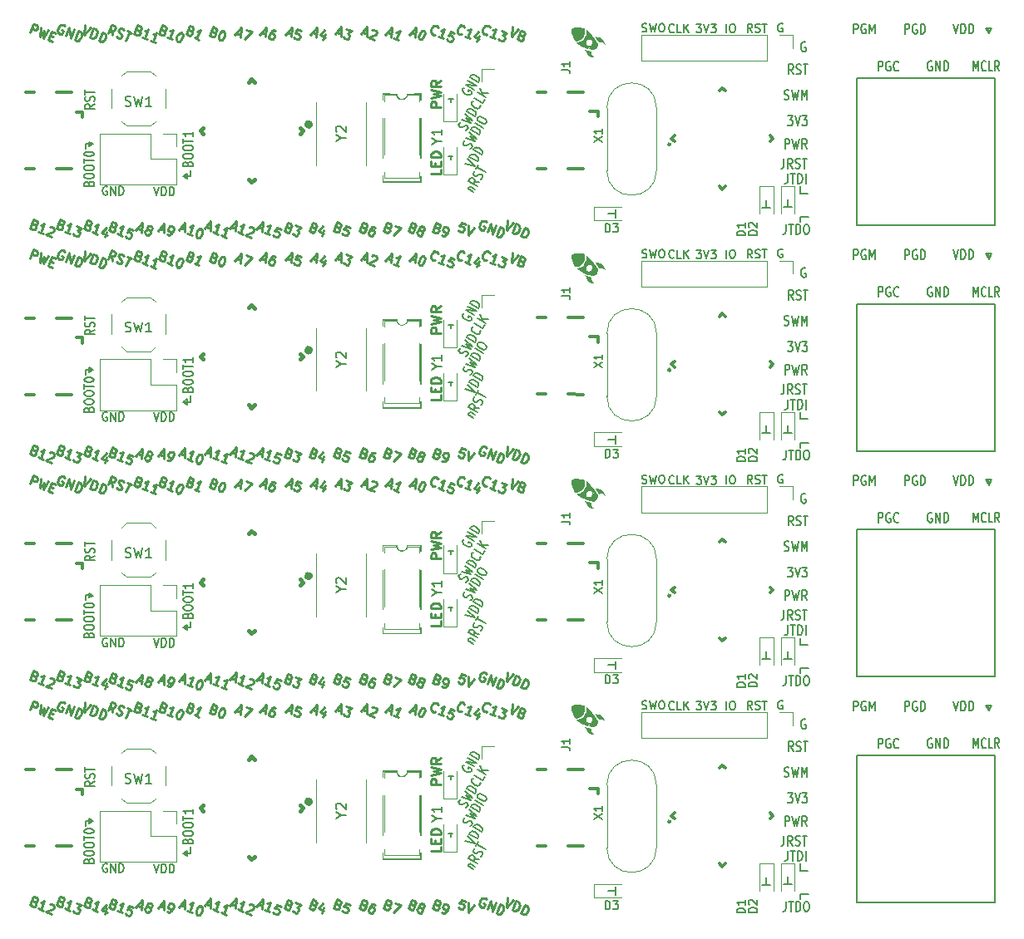
<source format=gto>
%MOIN*%
%OFA0B0*%
%FSLAX46Y46*%
%IPPOS*%
%LPD*%
%ADD10C,0.0039370078740157488*%
%ADD11C,0.00984251968503937*%
%ADD12C,0.0078740157480314977*%
%ADD13C,0.0093503937007874023*%
%ADD14C,0.0047244094488188976*%
%ADD15C,0.011811023622047244*%
%ADD16C,0.015748031496062995*%
%ADD17C,0.029527559055118113*%
%ADD18C,0.005905511811023622*%
%ADD29C,0.0039370078740157488*%
%ADD30C,0.00984251968503937*%
%ADD31C,0.0078740157480314977*%
%ADD32C,0.0093503937007874023*%
%ADD33C,0.0047244094488188976*%
%ADD34C,0.011811023622047244*%
%ADD35C,0.015748031496062995*%
%ADD36C,0.029527559055118113*%
%ADD37C,0.005905511811023622*%
%ADD38C,0.0039370078740157488*%
%ADD39C,0.00984251968503937*%
%ADD40C,0.0078740157480314977*%
%ADD41C,0.0093503937007874023*%
%ADD42C,0.0047244094488188976*%
%ADD43C,0.011811023622047244*%
%ADD44C,0.015748031496062995*%
%ADD45C,0.029527559055118113*%
%ADD46C,0.005905511811023622*%
%ADD47C,0.0039370078740157488*%
%ADD48C,0.00984251968503937*%
%ADD49C,0.0078740157480314977*%
%ADD50C,0.0093503937007874023*%
%ADD51C,0.0047244094488188976*%
%ADD52C,0.011811023622047244*%
%ADD53C,0.015748031496062995*%
%ADD54C,0.029527559055118113*%
%ADD55C,0.005905511811023622*%
%ADD56C,0.0039370078740157488*%
%ADD57C,0.0078740157480314977*%
%ADD58C,0.0047244094488188976*%
%ADD59C,0.005905511811023622*%
%ADD60C,0.011811023622047244*%
%ADD61C,0.0039370078740157488*%
%ADD62C,0.0078740157480314977*%
%ADD63C,0.0047244094488188976*%
%ADD64C,0.005905511811023622*%
%ADD65C,0.011811023622047244*%
%ADD66C,0.0039370078740157488*%
%ADD67C,0.0078740157480314977*%
%ADD68C,0.0047244094488188976*%
%ADD69C,0.005905511811023622*%
%ADD70C,0.011811023622047244*%
%ADD71C,0.0039370078740157488*%
%ADD72C,0.0078740157480314977*%
%ADD73C,0.0047244094488188976*%
%ADD74C,0.005905511811023622*%
%ADD75C,0.011811023622047244*%
%ADD76C,0.0039370078740157488*%
%ADD77C,0.0078740157480314977*%
%ADD78C,0.0073818897637795283*%
%ADD79C,0.005905511811023622*%
%ADD80C,0.0039370078740157488*%
%ADD81C,0.0078740157480314977*%
%ADD82C,0.0073818897637795283*%
%ADD83C,0.005905511811023622*%
%ADD84C,0.0039370078740157488*%
%ADD85C,0.0078740157480314977*%
%ADD86C,0.0073818897637795283*%
%ADD87C,0.005905511811023622*%
%ADD88C,0.0039370078740157488*%
%ADD89C,0.0078740157480314977*%
%ADD90C,0.0073818897637795283*%
%ADD91C,0.005905511811023622*%
G01G01*
D10*
D11*
X0001667495Y0000299021D02*
X0001667495Y0000280273D01*
X0001628125Y0000280273D01*
X0001646872Y0000312144D02*
X0001646872Y0000325268D01*
X0001667495Y0000330892D02*
X0001667495Y0000312144D01*
X0001628125Y0000312144D01*
X0001628125Y0000330892D01*
X0001667495Y0000347765D02*
X0001628125Y0000347765D01*
X0001628125Y0000357139D01*
X0001630000Y0000362763D01*
X0001633749Y0000366512D01*
X0001637499Y0000368387D01*
X0001644998Y0000370262D01*
X0001650622Y0000370262D01*
X0001658121Y0000368387D01*
X0001661871Y0000366512D01*
X0001665620Y0000362763D01*
X0001667495Y0000357139D01*
X0001667495Y0000347765D01*
X0001668282Y0000548608D02*
X0001628912Y0000548608D01*
X0001628912Y0000563607D01*
X0001630787Y0000567356D01*
X0001632662Y0000569231D01*
X0001636411Y0000571106D01*
X0001642035Y0000571106D01*
X0001645785Y0000569231D01*
X0001647660Y0000567356D01*
X0001649535Y0000563607D01*
X0001649535Y0000548608D01*
X0001628912Y0000584229D02*
X0001668282Y0000593603D01*
X0001640161Y0000601102D01*
X0001668282Y0000608601D01*
X0001628912Y0000617975D01*
X0001668282Y0000655470D02*
X0001649535Y0000642347D01*
X0001668282Y0000632973D02*
X0001628912Y0000632973D01*
X0001628912Y0000647971D01*
X0001630787Y0000651721D01*
X0001632662Y0000653595D01*
X0001636411Y0000655470D01*
X0001642035Y0000655470D01*
X0001645785Y0000653595D01*
X0001647660Y0000651721D01*
X0001649535Y0000647971D01*
X0001649535Y0000632973D01*
D12*
X0001707165Y0000567244D02*
X0001707165Y0000580629D01*
X0001697322Y0000580629D02*
X0001717007Y0000580629D01*
X0001707165Y0000337716D02*
X0001707165Y0000351102D01*
X0001696929Y0000351102D02*
X0001716614Y0000351102D01*
X0001769597Y0000454020D02*
X0001773470Y0000456979D01*
X0001777220Y0000463473D01*
X0001777096Y0000467009D01*
X0001776222Y0000469245D01*
X0001773725Y0000472418D01*
X0001770478Y0000474293D01*
X0001766481Y0000474869D01*
X0001764107Y0000474508D01*
X0001760984Y0000472847D01*
X0001756360Y0000468589D01*
X0001753237Y0000466929D01*
X0001750864Y0000466567D01*
X0001746867Y0000467143D01*
X0001743619Y0000469018D01*
X0001741122Y0000472192D01*
X0001740248Y0000474428D01*
X0001740125Y0000477963D01*
X0001743874Y0000484457D01*
X0001747747Y0000487417D01*
X0001751373Y0000497446D02*
X0001789218Y0000484255D01*
X0001767864Y0000503512D01*
X0001795217Y0000494646D01*
X0001764871Y0000520826D01*
X0001804966Y0000511532D02*
X0001770871Y0000531217D01*
X0001774620Y0000537711D01*
X0001778494Y0000540670D01*
X0001783241Y0000541393D01*
X0001787238Y0000540818D01*
X0001794482Y0000538367D01*
X0001799353Y0000535555D01*
X0001805097Y0000530506D01*
X0001807595Y0000527333D01*
X0001809342Y0000522860D01*
X0001808716Y0000518026D01*
X0001804966Y0000511532D01*
X0001826466Y0000556270D02*
X0001827340Y0000554033D01*
X0001826713Y0000549199D01*
X0001825214Y0000546601D01*
X0001821340Y0000543642D01*
X0001816593Y0000542919D01*
X0001812596Y0000543495D01*
X0001805352Y0000545946D01*
X0001800481Y0000548758D01*
X0001794737Y0000553806D01*
X0001792239Y0000556980D01*
X0001790492Y0000561452D01*
X0001791118Y0000566287D01*
X0001792618Y0000568884D01*
X0001796491Y0000571844D01*
X0001798865Y0000572205D01*
X0001843961Y0000579073D02*
X0001836462Y0000566085D01*
X0001802367Y0000585770D01*
X0001849211Y0000588165D02*
X0001815115Y0000607851D01*
X0001858210Y0000603752D02*
X0001831977Y0000603311D01*
X0001824114Y0000623437D02*
X0001834598Y0000596602D01*
X0000331199Y0000229055D02*
X0000328200Y0000230742D01*
X0000323700Y0000230742D01*
X0000319201Y0000229055D01*
X0000316201Y0000225680D01*
X0000314701Y0000222305D01*
X0000313202Y0000215556D01*
X0000313202Y0000210494D01*
X0000314701Y0000203745D01*
X0000316201Y0000200371D01*
X0000319201Y0000196996D01*
X0000323700Y0000195309D01*
X0000326700Y0000195309D01*
X0000331199Y0000196996D01*
X0000332699Y0000198683D01*
X0000332699Y0000210494D01*
X0000326700Y0000210494D01*
X0000346197Y0000195309D02*
X0000346197Y0000230742D01*
X0000364195Y0000195309D01*
X0000364195Y0000230742D01*
X0000379193Y0000195309D02*
X0000379193Y0000230742D01*
X0000386692Y0000230742D01*
X0000391192Y0000229055D01*
X0000394192Y0000225680D01*
X0000395691Y0000222305D01*
X0000397191Y0000215556D01*
X0000397191Y0000210494D01*
X0000395691Y0000203745D01*
X0000394192Y0000200371D01*
X0000391192Y0000196996D01*
X0000386692Y0000195309D01*
X0000379193Y0000195309D01*
X0000653880Y0000321391D02*
X0000655755Y0000325890D01*
X0000657630Y0000327390D01*
X0000661379Y0000328890D01*
X0000667004Y0000328890D01*
X0000670753Y0000327390D01*
X0000672628Y0000325890D01*
X0000674503Y0000322890D01*
X0000674503Y0000310892D01*
X0000635133Y0000310892D01*
X0000635133Y0000321391D01*
X0000637007Y0000324390D01*
X0000638882Y0000325890D01*
X0000642632Y0000327390D01*
X0000646381Y0000327390D01*
X0000650131Y0000325890D01*
X0000652005Y0000324390D01*
X0000653880Y0000321391D01*
X0000653880Y0000310892D01*
X0000635133Y0000348387D02*
X0000635133Y0000354386D01*
X0000637007Y0000357386D01*
X0000640757Y0000360386D01*
X0000648256Y0000361886D01*
X0000661379Y0000361886D01*
X0000668878Y0000360386D01*
X0000672628Y0000357386D01*
X0000674503Y0000354386D01*
X0000674503Y0000348387D01*
X0000672628Y0000345388D01*
X0000668878Y0000342388D01*
X0000661379Y0000340888D01*
X0000648256Y0000340888D01*
X0000640757Y0000342388D01*
X0000637007Y0000345388D01*
X0000635133Y0000348387D01*
X0000635133Y0000381383D02*
X0000635133Y0000387382D01*
X0000637007Y0000390382D01*
X0000640757Y0000393382D01*
X0000648256Y0000394881D01*
X0000661379Y0000394881D01*
X0000668878Y0000393382D01*
X0000672628Y0000390382D01*
X0000674503Y0000387382D01*
X0000674503Y0000381383D01*
X0000672628Y0000378383D01*
X0000668878Y0000375384D01*
X0000661379Y0000373884D01*
X0000648256Y0000373884D01*
X0000640757Y0000375384D01*
X0000637007Y0000378383D01*
X0000635133Y0000381383D01*
X0000635133Y0000403880D02*
X0000635133Y0000421878D01*
X0000674503Y0000412879D02*
X0000635133Y0000412879D01*
X0000674503Y0000448875D02*
X0000674503Y0000430877D01*
X0000674503Y0000439876D02*
X0000635133Y0000439876D01*
X0000640757Y0000436876D01*
X0000644506Y0000433877D01*
X0000646381Y0000430877D01*
X0000281274Y0000560232D02*
X0000262527Y0000549733D01*
X0000281274Y0000542234D02*
X0000241904Y0000542234D01*
X0000241904Y0000554233D01*
X0000243779Y0000557232D01*
X0000245654Y0000558732D01*
X0000249403Y0000560232D01*
X0000255028Y0000560232D01*
X0000258777Y0000558732D01*
X0000260652Y0000557232D01*
X0000262527Y0000554233D01*
X0000262527Y0000542234D01*
X0000279400Y0000572230D02*
X0000281274Y0000576730D01*
X0000281274Y0000584229D01*
X0000279400Y0000587229D01*
X0000277525Y0000588728D01*
X0000273775Y0000590228D01*
X0000270026Y0000590228D01*
X0000266276Y0000588728D01*
X0000264401Y0000587229D01*
X0000262527Y0000584229D01*
X0000260652Y0000578230D01*
X0000258777Y0000575230D01*
X0000256902Y0000573730D01*
X0000253153Y0000572230D01*
X0000249403Y0000572230D01*
X0000245654Y0000573730D01*
X0000243779Y0000575230D01*
X0000241904Y0000578230D01*
X0000241904Y0000585729D01*
X0000243779Y0000590228D01*
X0000241904Y0000599227D02*
X0000241904Y0000617225D01*
X0000281274Y0000608226D02*
X0000241904Y0000608226D01*
X0000246850Y0000388188D02*
X0000246850Y0000381496D01*
X0000651181Y0000261023D02*
X0000635826Y0000271653D01*
X0000651181Y0000282283D02*
X0000651181Y0000261023D01*
X0000635826Y0000271653D02*
X0000651181Y0000282283D01*
X0000665354Y0000271653D02*
X0000635826Y0000271653D01*
X0000666141Y0000296456D02*
X0000665354Y0000271653D01*
X0000276771Y0000400787D02*
X0000260236Y0000409842D01*
X0000259842Y0000391338D02*
X0000276771Y0000400787D01*
X0000259842Y0000409448D02*
X0000259842Y0000391338D01*
X0000272440Y0000401968D02*
X0000259842Y0000409448D01*
X0000246850Y0000401574D02*
X0000272440Y0000401968D01*
X0000246850Y0000388582D02*
X0000246850Y0000401574D01*
X0000257817Y0000242257D02*
X0000259692Y0000246756D01*
X0000261567Y0000248256D01*
X0000265316Y0000249756D01*
X0000270941Y0000249756D01*
X0000274690Y0000248256D01*
X0000276565Y0000246756D01*
X0000278440Y0000243757D01*
X0000278440Y0000231758D01*
X0000239070Y0000231758D01*
X0000239070Y0000242257D01*
X0000240944Y0000245256D01*
X0000242819Y0000246756D01*
X0000246569Y0000248256D01*
X0000250318Y0000248256D01*
X0000254068Y0000246756D01*
X0000255942Y0000245256D01*
X0000257817Y0000242257D01*
X0000257817Y0000231758D01*
X0000239070Y0000269253D02*
X0000239070Y0000275253D01*
X0000240944Y0000278252D01*
X0000244694Y0000281252D01*
X0000252193Y0000282752D01*
X0000265316Y0000282752D01*
X0000272815Y0000281252D01*
X0000276565Y0000278252D01*
X0000278440Y0000275253D01*
X0000278440Y0000269253D01*
X0000276565Y0000266254D01*
X0000272815Y0000263254D01*
X0000265316Y0000261754D01*
X0000252193Y0000261754D01*
X0000244694Y0000263254D01*
X0000240944Y0000266254D01*
X0000239070Y0000269253D01*
X0000239070Y0000302249D02*
X0000239070Y0000308248D01*
X0000240944Y0000311248D01*
X0000244694Y0000314248D01*
X0000252193Y0000315748D01*
X0000265316Y0000315748D01*
X0000272815Y0000314248D01*
X0000276565Y0000311248D01*
X0000278440Y0000308248D01*
X0000278440Y0000302249D01*
X0000276565Y0000299250D01*
X0000272815Y0000296250D01*
X0000265316Y0000294750D01*
X0000252193Y0000294750D01*
X0000244694Y0000296250D01*
X0000240944Y0000299250D01*
X0000239070Y0000302249D01*
X0000239070Y0000324746D02*
X0000239070Y0000342744D01*
X0000278440Y0000333745D02*
X0000239070Y0000333745D01*
X0000239070Y0000359242D02*
X0000239070Y0000362242D01*
X0000240944Y0000365241D01*
X0000242819Y0000366741D01*
X0000246569Y0000368241D01*
X0000254068Y0000369741D01*
X0000263442Y0000369741D01*
X0000270941Y0000368241D01*
X0000274690Y0000366741D01*
X0000276565Y0000365241D01*
X0000278440Y0000362242D01*
X0000278440Y0000359242D01*
X0000276565Y0000356242D01*
X0000274690Y0000354743D01*
X0000270941Y0000353243D01*
X0000263442Y0000351743D01*
X0000254068Y0000351743D01*
X0000246569Y0000353243D01*
X0000242819Y0000354743D01*
X0000240944Y0000356242D01*
X0000239070Y0000359242D01*
X0000518713Y0000229561D02*
X0000529212Y0000194128D01*
X0000539711Y0000229561D01*
X0000550209Y0000194128D02*
X0000550209Y0000229561D01*
X0000557709Y0000229561D01*
X0000562208Y0000227874D01*
X0000565208Y0000224499D01*
X0000566707Y0000221124D01*
X0000568207Y0000214375D01*
X0000568207Y0000209313D01*
X0000566707Y0000202564D01*
X0000565208Y0000199190D01*
X0000562208Y0000195815D01*
X0000557709Y0000194128D01*
X0000550209Y0000194128D01*
X0000581706Y0000194128D02*
X0000581706Y0000229561D01*
X0000589205Y0000229561D01*
X0000593704Y0000227874D01*
X0000596704Y0000224499D01*
X0000598203Y0000221124D01*
X0000599703Y0000214375D01*
X0000599703Y0000209313D01*
X0000598203Y0000202564D01*
X0000596704Y0000199190D01*
X0000593704Y0000195815D01*
X0000589205Y0000194128D01*
X0000581706Y0000194128D01*
X0001765528Y0000322364D02*
X0001804872Y0000311771D01*
X0001776026Y0000340548D01*
X0001815371Y0000329955D02*
X0001781276Y0000349640D01*
X0001785025Y0000356134D01*
X0001788899Y0000359094D01*
X0001793646Y0000359817D01*
X0001797643Y0000359241D01*
X0001804887Y0000356790D01*
X0001809758Y0000353978D01*
X0001815502Y0000348930D01*
X0001817999Y0000345756D01*
X0001819747Y0000341283D01*
X0001819121Y0000336449D01*
X0001815371Y0000329955D01*
X0001831119Y0000357231D02*
X0001797024Y0000376916D01*
X0001800773Y0000383411D01*
X0001804647Y0000386370D01*
X0001809394Y0000387093D01*
X0001813391Y0000386517D01*
X0001820635Y0000384066D01*
X0001825506Y0000381254D01*
X0001831250Y0000376206D01*
X0001833747Y0000373032D01*
X0001835495Y0000368560D01*
X0001834869Y0000363726D01*
X0001831119Y0000357231D01*
X0001777080Y0000220331D02*
X0001799811Y0000207208D01*
X0001780327Y0000218456D02*
X0001779454Y0000220693D01*
X0001779330Y0000224228D01*
X0001781580Y0000228124D01*
X0001784703Y0000229785D01*
X0001788700Y0000229209D01*
X0001806560Y0000218898D01*
X0001823058Y0000247473D02*
X0001801572Y0000247755D01*
X0001814059Y0000231887D02*
X0001779963Y0000251572D01*
X0001785963Y0000261962D01*
X0001789086Y0000263623D01*
X0001791460Y0000263984D01*
X0001795457Y0000263408D01*
X0001800327Y0000260596D01*
X0001802825Y0000257423D01*
X0001803698Y0000255187D01*
X0001803822Y0000251651D01*
X0001797823Y0000241260D01*
X0001827433Y0000258801D02*
X0001831307Y0000261761D01*
X0001835056Y0000268255D01*
X0001834932Y0000271790D01*
X0001834059Y0000274026D01*
X0001831561Y0000277200D01*
X0001828314Y0000279075D01*
X0001824317Y0000279651D01*
X0001821944Y0000279289D01*
X0001818820Y0000277629D01*
X0001814197Y0000273371D01*
X0001811074Y0000271710D01*
X0001808700Y0000271349D01*
X0001804703Y0000271925D01*
X0001801456Y0000273800D01*
X0001798959Y0000276973D01*
X0001798085Y0000279209D01*
X0001797961Y0000282745D01*
X0001801711Y0000289239D01*
X0001805584Y0000292198D01*
X0001808460Y0000300929D02*
X0001817459Y0000316515D01*
X0001847055Y0000289037D02*
X0001812959Y0000308722D01*
X0001786807Y0000381003D02*
X0001790680Y0000383963D01*
X0001794430Y0000390457D01*
X0001794306Y0000393992D01*
X0001793433Y0000396228D01*
X0001790935Y0000399402D01*
X0001787688Y0000401277D01*
X0001783691Y0000401853D01*
X0001781317Y0000401491D01*
X0001778194Y0000399831D01*
X0001773571Y0000395573D01*
X0001770447Y0000393912D01*
X0001768074Y0000393551D01*
X0001764077Y0000394127D01*
X0001760830Y0000396002D01*
X0001758332Y0000399175D01*
X0001757459Y0000401411D01*
X0001757335Y0000404947D01*
X0001761084Y0000411441D01*
X0001764958Y0000414400D01*
X0001768584Y0000424430D02*
X0001806429Y0000411239D01*
X0001785074Y0000430495D01*
X0001812428Y0000421630D01*
X0001782082Y0000447810D01*
X0001822177Y0000438515D02*
X0001788081Y0000458201D01*
X0001791831Y0000464695D01*
X0001795704Y0000467654D01*
X0001800451Y0000468377D01*
X0001804448Y0000467801D01*
X0001811692Y0000465351D01*
X0001816563Y0000462538D01*
X0001822308Y0000457490D01*
X0001824805Y0000454316D01*
X0001826552Y0000449844D01*
X0001825926Y0000445010D01*
X0001822177Y0000438515D01*
X0001837925Y0000465792D02*
X0001803829Y0000485477D01*
X0001814328Y0000503661D02*
X0001817327Y0000508857D01*
X0001820451Y0000510517D01*
X0001825198Y0000511240D01*
X0001832442Y0000508789D01*
X0001843807Y0000502228D01*
X0001849552Y0000497179D01*
X0001851299Y0000492707D01*
X0001851423Y0000489172D01*
X0001848423Y0000483976D01*
X0001845300Y0000482316D01*
X0001840553Y0000481593D01*
X0001833309Y0000484043D01*
X0001821943Y0000490605D01*
X0001816199Y0000495653D01*
X0001814452Y0000500126D01*
X0001814328Y0000503661D01*
X0001761583Y0000625595D02*
X0001758460Y0000623935D01*
X0001756210Y0000620038D01*
X0001755584Y0000615204D01*
X0001757331Y0000610732D01*
X0001759829Y0000607558D01*
X0001765573Y0000602510D01*
X0001770444Y0000599698D01*
X0001777688Y0000597247D01*
X0001781685Y0000596671D01*
X0001786432Y0000597394D01*
X0001790306Y0000600353D01*
X0001791805Y0000602951D01*
X0001792432Y0000607785D01*
X0001791558Y0000610021D01*
X0001780193Y0000616583D01*
X0001777193Y0000611388D01*
X0001801554Y0000619837D02*
X0001767459Y0000639522D01*
X0001810553Y0000635423D01*
X0001776458Y0000655108D01*
X0001818052Y0000648412D02*
X0001783957Y0000668097D01*
X0001787706Y0000674591D01*
X0001791579Y0000677550D01*
X0001796326Y0000678273D01*
X0001800324Y0000677698D01*
X0001807568Y0000675247D01*
X0001812439Y0000672435D01*
X0001818183Y0000667386D01*
X0001820680Y0000664213D01*
X0001822428Y0000659740D01*
X0001821802Y0000654906D01*
X0001818052Y0000648412D01*
D13*
X0000021122Y0000847601D02*
X0000035133Y0000882280D01*
X0000048344Y0000876942D01*
X0000050979Y0000873956D01*
X0000051964Y0000871638D01*
X0000052281Y0000867668D01*
X0000050279Y0000862714D01*
X0000047293Y0000860078D01*
X0000044975Y0000859094D01*
X0000041005Y0000858777D01*
X0000027794Y0000864115D01*
X0000066509Y0000869603D02*
X0000060754Y0000831589D01*
X0000077368Y0000853690D01*
X0000073965Y0000826251D01*
X0000096233Y0000857594D01*
X0000102772Y0000835743D02*
X0000114331Y0000831072D01*
X0000111946Y0000810906D02*
X0000095433Y0000817578D01*
X0000109443Y0000852256D01*
X0000125957Y0000845584D01*
X0000161292Y0000874077D02*
X0000158657Y0000877062D01*
X0000153703Y0000879064D01*
X0000148081Y0000879414D01*
X0000143444Y0000877446D01*
X0000140459Y0000874810D01*
X0000136139Y0000868872D01*
X0000134137Y0000863918D01*
X0000133120Y0000856645D01*
X0000133437Y0000852676D01*
X0000135405Y0000848039D01*
X0000139692Y0000844386D01*
X0000142994Y0000843051D01*
X0000148616Y0000842701D01*
X0000150934Y0000843685D01*
X0000155605Y0000855245D01*
X0000148999Y0000857913D01*
X0000164462Y0000834378D02*
X0000178473Y0000869056D01*
X0000184278Y0000826372D01*
X0000198289Y0000861050D01*
X0000200791Y0000819700D02*
X0000214802Y0000854378D01*
X0000223059Y0000851042D01*
X0000227346Y0000847389D01*
X0000229314Y0000842752D01*
X0000229631Y0000838782D01*
X0000228614Y0000831510D01*
X0000226612Y0000826556D01*
X0000222292Y0000820617D01*
X0000219306Y0000817982D01*
X0000214669Y0000816014D01*
X0000209048Y0000816364D01*
X0000200791Y0000819700D01*
X0000241750Y0000877829D02*
X0000239298Y0000838480D01*
X0000264868Y0000868488D01*
X0000262417Y0000829140D02*
X0000276428Y0000863818D01*
X0000284684Y0000860482D01*
X0000288971Y0000856829D01*
X0000290940Y0000852192D01*
X0000291257Y0000848222D01*
X0000290239Y0000840949D01*
X0000288238Y0000835995D01*
X0000283918Y0000830057D01*
X0000280932Y0000827422D01*
X0000276295Y0000825453D01*
X0000270674Y0000825804D01*
X0000262417Y0000829140D01*
X0000297095Y0000815129D02*
X0000311106Y0000849807D01*
X0000319363Y0000846471D01*
X0000323649Y0000842818D01*
X0000325618Y0000838181D01*
X0000325935Y0000834211D01*
X0000324917Y0000826939D01*
X0000322916Y0000821985D01*
X0000318596Y0000816046D01*
X0000315610Y0000813411D01*
X0000310973Y0000811443D01*
X0000305352Y0000811793D01*
X0000297095Y0000815129D01*
X0000353411Y0000836866D02*
X0000348523Y0000858050D01*
X0000333595Y0000844872D02*
X0000347606Y0000879551D01*
X0000360817Y0000874213D01*
X0000363452Y0000871227D01*
X0000364436Y0000868909D01*
X0000364753Y0000864939D01*
X0000362752Y0000859985D01*
X0000359766Y0000857350D01*
X0000357447Y0000856365D01*
X0000353477Y0000856048D01*
X0000340267Y0000861386D01*
X0000367289Y0000833180D02*
X0000371576Y0000829527D01*
X0000379832Y0000826191D01*
X0000383802Y0000826508D01*
X0000386121Y0000827492D01*
X0000389107Y0000830128D01*
X0000390441Y0000833431D01*
X0000390124Y0000837401D01*
X0000389140Y0000839719D01*
X0000386504Y0000842705D01*
X0000380566Y0000847025D01*
X0000377931Y0000850011D01*
X0000376946Y0000852329D01*
X0000376629Y0000856299D01*
X0000377964Y0000859602D01*
X0000380950Y0000862237D01*
X0000383268Y0000863221D01*
X0000387238Y0000863538D01*
X0000395495Y0000860202D01*
X0000399782Y0000856549D01*
X0000410357Y0000854198D02*
X0000430173Y0000846191D01*
X0000406254Y0000815516D02*
X0000420265Y0000850195D01*
X0000458246Y0000856158D02*
X0000462533Y0000852505D01*
X0000463517Y0000850187D01*
X0000463834Y0000846217D01*
X0000461832Y0000841263D01*
X0000458846Y0000838627D01*
X0000456528Y0000837643D01*
X0000452558Y0000837326D01*
X0000439347Y0000842664D01*
X0000453358Y0000877342D01*
X0000464918Y0000872671D01*
X0000467553Y0000869686D01*
X0000468537Y0000867367D01*
X0000468854Y0000863397D01*
X0000467520Y0000860095D01*
X0000464534Y0000857459D01*
X0000462216Y0000856475D01*
X0000458246Y0000856158D01*
X0000446686Y0000860828D01*
X0000492190Y0000821314D02*
X0000472374Y0000829320D01*
X0000482282Y0000825317D02*
X0000496293Y0000859995D01*
X0000490989Y0000856375D01*
X0000486352Y0000854407D01*
X0000482382Y0000854090D01*
X0000525217Y0000807970D02*
X0000505401Y0000815976D01*
X0000515309Y0000811973D02*
X0000529320Y0000846651D01*
X0000524016Y0000843032D01*
X0000519379Y0000841063D01*
X0000515409Y0000840746D01*
X0000557537Y0000855686D02*
X0000561824Y0000852033D01*
X0000562808Y0000849714D01*
X0000563125Y0000845744D01*
X0000561124Y0000840790D01*
X0000558138Y0000838155D01*
X0000555819Y0000837171D01*
X0000551849Y0000836854D01*
X0000538639Y0000842191D01*
X0000552650Y0000876869D01*
X0000564209Y0000872199D01*
X0000566844Y0000869213D01*
X0000567829Y0000866895D01*
X0000568146Y0000862925D01*
X0000566811Y0000859622D01*
X0000563825Y0000856987D01*
X0000561507Y0000856003D01*
X0000557537Y0000855686D01*
X0000545978Y0000860356D01*
X0000591482Y0000820841D02*
X0000571665Y0000828847D01*
X0000581574Y0000824844D02*
X0000595584Y0000859522D01*
X0000590280Y0000855903D01*
X0000585643Y0000853935D01*
X0000581673Y0000853618D01*
X0000626960Y0000846846D02*
X0000630263Y0000845512D01*
X0000632898Y0000842526D01*
X0000633882Y0000840207D01*
X0000634199Y0000836237D01*
X0000633182Y0000828965D01*
X0000629846Y0000820708D01*
X0000625526Y0000814770D01*
X0000622540Y0000812135D01*
X0000620222Y0000811150D01*
X0000616252Y0000810833D01*
X0000612949Y0000812168D01*
X0000610314Y0000815154D01*
X0000609329Y0000817472D01*
X0000609012Y0000821442D01*
X0000610030Y0000828714D01*
X0000613366Y0000836971D01*
X0000617686Y0000842909D01*
X0000620672Y0000845545D01*
X0000622990Y0000846529D01*
X0000626960Y0000846846D01*
X0000666176Y0000854132D02*
X0000670463Y0000850479D01*
X0000671447Y0000848160D01*
X0000671764Y0000844191D01*
X0000669763Y0000839237D01*
X0000666777Y0000836601D01*
X0000664459Y0000835617D01*
X0000660489Y0000835300D01*
X0000647278Y0000840637D01*
X0000661289Y0000875316D01*
X0000672848Y0000870645D01*
X0000675484Y0000867660D01*
X0000676468Y0000865341D01*
X0000676785Y0000861371D01*
X0000675451Y0000858068D01*
X0000672465Y0000855433D01*
X0000670146Y0000854449D01*
X0000666176Y0000854132D01*
X0000654617Y0000858802D01*
X0000700121Y0000819287D02*
X0000680305Y0000827294D01*
X0000690213Y0000823291D02*
X0000704224Y0000857969D01*
X0000698920Y0000854349D01*
X0000694283Y0000852381D01*
X0000690313Y0000852064D01*
X0000759877Y0000849407D02*
X0000764164Y0000845755D01*
X0000765148Y0000843436D01*
X0000765465Y0000839466D01*
X0000763464Y0000834512D01*
X0000760478Y0000831877D01*
X0000758159Y0000830892D01*
X0000754190Y0000830575D01*
X0000740979Y0000835913D01*
X0000754990Y0000870591D01*
X0000766549Y0000865921D01*
X0000769185Y0000862935D01*
X0000770169Y0000860617D01*
X0000770486Y0000856647D01*
X0000769151Y0000853344D01*
X0000766166Y0000850709D01*
X0000763847Y0000849724D01*
X0000759877Y0000849407D01*
X0000748318Y0000854078D01*
X0000796273Y0000853912D02*
X0000799576Y0000852577D01*
X0000802211Y0000849591D01*
X0000803196Y0000847273D01*
X0000803513Y0000843303D01*
X0000802495Y0000836030D01*
X0000799159Y0000827774D01*
X0000794839Y0000821836D01*
X0000791853Y0000819200D01*
X0000789535Y0000818216D01*
X0000785565Y0000817899D01*
X0000782262Y0000819233D01*
X0000779627Y0000822219D01*
X0000778643Y0000824538D01*
X0000778326Y0000828507D01*
X0000779343Y0000835780D01*
X0000782679Y0000844037D01*
X0000786999Y0000849975D01*
X0000789985Y0000852610D01*
X0000792303Y0000853595D01*
X0000796273Y0000853912D01*
X0000849351Y0000845881D02*
X0000865864Y0000839209D01*
X0000842045Y0000837307D02*
X0000867615Y0000867315D01*
X0000865164Y0000827967D01*
X0000887431Y0000859309D02*
X0000910550Y0000849968D01*
X0000881677Y0000821295D01*
X0000950138Y0000847850D02*
X0000966652Y0000841178D01*
X0000942833Y0000839276D02*
X0000968403Y0000869284D01*
X0000965951Y0000829935D01*
X0001006384Y0000853939D02*
X0000999778Y0000856607D01*
X0000995808Y0000856290D01*
X0000993490Y0000855306D01*
X0000988186Y0000851687D01*
X0000983866Y0000845748D01*
X0000978528Y0000832538D01*
X0000978845Y0000828568D01*
X0000979829Y0000826249D01*
X0000982465Y0000823264D01*
X0000989070Y0000820595D01*
X0000993040Y0000820912D01*
X0000995358Y0000821896D01*
X0000998344Y0000824531D01*
X0001001680Y0000832788D01*
X0001001363Y0000836758D01*
X0001000379Y0000839077D01*
X0000997743Y0000842062D01*
X0000991138Y0000844731D01*
X0000987168Y0000844414D01*
X0000984850Y0000843430D01*
X0000981864Y0000840794D01*
X0001052107Y0000847850D02*
X0001068620Y0000841178D01*
X0001044801Y0000839276D02*
X0001070371Y0000869284D01*
X0001067920Y0000829935D01*
X0001110003Y0000853271D02*
X0001093490Y0000859943D01*
X0001085167Y0000844097D01*
X0001087485Y0000845081D01*
X0001091455Y0000845398D01*
X0001099712Y0000842062D01*
X0001102347Y0000839077D01*
X0001103332Y0000836758D01*
X0001103649Y0000832788D01*
X0001100313Y0000824531D01*
X0001097327Y0000821896D01*
X0001095008Y0000820912D01*
X0001091039Y0000820595D01*
X0001082782Y0000823931D01*
X0001080146Y0000826916D01*
X0001079162Y0000829235D01*
X0001154075Y0000847062D02*
X0001170589Y0000840390D01*
X0001146770Y0000838489D02*
X0001172340Y0000868496D01*
X0001169888Y0000829148D01*
X0001205650Y0000841592D02*
X0001196310Y0000818473D01*
X0001202731Y0000858138D02*
X0001184467Y0000836704D01*
X0001205934Y0000828031D01*
X0001251713Y0000848637D02*
X0001268227Y0000841965D01*
X0001244407Y0000840063D02*
X0001269978Y0000870071D01*
X0001267526Y0000830723D01*
X0001289794Y0000862065D02*
X0001311261Y0000853392D01*
X0001294364Y0000844851D01*
X0001299318Y0000842850D01*
X0001301954Y0000839864D01*
X0001302938Y0000837545D01*
X0001303255Y0000833575D01*
X0001299919Y0000825319D01*
X0001296933Y0000822683D01*
X0001294615Y0000821699D01*
X0001290645Y0000821382D01*
X0001280737Y0000825385D01*
X0001278101Y0000828371D01*
X0001277117Y0000830690D01*
X0001354863Y0000848637D02*
X0001371376Y0000841965D01*
X0001347557Y0000840063D02*
X0001373127Y0000870071D01*
X0001370676Y0000830723D01*
X0001393260Y0000858095D02*
X0001395579Y0000859079D01*
X0001399549Y0000859396D01*
X0001407805Y0000856060D01*
X0001410441Y0000853075D01*
X0001411425Y0000850756D01*
X0001411742Y0000846786D01*
X0001410408Y0000843484D01*
X0001406755Y0000839197D01*
X0001378932Y0000827387D01*
X0001400400Y0000818713D01*
X0001454075Y0000846669D02*
X0001470589Y0000839997D01*
X0001446770Y0000838095D02*
X0001472340Y0000868103D01*
X0001469888Y0000828754D01*
X0001499612Y0000816745D02*
X0001479796Y0000824751D01*
X0001489704Y0000820748D02*
X0001503715Y0000855426D01*
X0001498411Y0000851807D01*
X0001493774Y0000849838D01*
X0001489804Y0000849521D01*
X0001549351Y0000846669D02*
X0001565864Y0000839997D01*
X0001542045Y0000838095D02*
X0001567615Y0000868103D01*
X0001565164Y0000828754D01*
X0001597340Y0000856093D02*
X0001600642Y0000854759D01*
X0001603278Y0000851773D01*
X0001604262Y0000849455D01*
X0001604579Y0000845485D01*
X0001603561Y0000838212D01*
X0001600226Y0000829956D01*
X0001595905Y0000824017D01*
X0001592920Y0000821382D01*
X0001590601Y0000820398D01*
X0001586631Y0000820081D01*
X0001583329Y0000821415D01*
X0001580693Y0000824401D01*
X0001579709Y0000826719D01*
X0001579392Y0000830689D01*
X0001580409Y0000837962D01*
X0001583745Y0000846219D01*
X0001588065Y0000852157D01*
X0001591051Y0000854792D01*
X0001593370Y0000855776D01*
X0001597340Y0000856093D01*
X0001646403Y0000839850D02*
X0001644085Y0000838866D01*
X0001638464Y0000839216D01*
X0001635161Y0000840550D01*
X0001630874Y0000844203D01*
X0001628906Y0000848840D01*
X0001628589Y0000852810D01*
X0001629606Y0000860083D01*
X0001631608Y0000865037D01*
X0001635928Y0000870975D01*
X0001638914Y0000873610D01*
X0001643551Y0000875579D01*
X0001649172Y0000875228D01*
X0001652474Y0000873894D01*
X0001656761Y0000870241D01*
X0001657745Y0000867923D01*
X0001678096Y0000823203D02*
X0001658280Y0000831210D01*
X0001668188Y0000827207D02*
X0001682199Y0000861885D01*
X0001676894Y0000858265D01*
X0001672257Y0000856297D01*
X0001668287Y0000855980D01*
X0001723482Y0000845205D02*
X0001706969Y0000851877D01*
X0001698645Y0000836031D01*
X0001700964Y0000837015D01*
X0001704934Y0000837332D01*
X0001713191Y0000833996D01*
X0001715826Y0000831010D01*
X0001716810Y0000828692D01*
X0001717127Y0000824722D01*
X0001713791Y0000816465D01*
X0001710806Y0000813830D01*
X0001708487Y0000812845D01*
X0001704517Y0000812528D01*
X0001696260Y0000815864D01*
X0001693625Y0000818850D01*
X0001692641Y0000821169D01*
X0001751915Y0000841031D02*
X0001749597Y0000840047D01*
X0001743975Y0000840397D01*
X0001740673Y0000841731D01*
X0001736386Y0000845384D01*
X0001734418Y0000850021D01*
X0001734101Y0000853991D01*
X0001735118Y0000861264D01*
X0001737120Y0000866218D01*
X0001741440Y0000872156D01*
X0001744425Y0000874791D01*
X0001749062Y0000876760D01*
X0001754684Y0000876409D01*
X0001757986Y0000875075D01*
X0001762273Y0000871422D01*
X0001763257Y0000869104D01*
X0001783608Y0000824385D02*
X0001763791Y0000832391D01*
X0001773700Y0000828388D02*
X0001787710Y0000863066D01*
X0001782406Y0000859446D01*
X0001777769Y0000857478D01*
X0001773799Y0000857161D01*
X0001822672Y0000835494D02*
X0001813332Y0000812375D01*
X0001819753Y0000852041D02*
X0001801489Y0000830606D01*
X0001822956Y0000821933D01*
X0001853490Y0000840637D02*
X0001851171Y0000839653D01*
X0001845550Y0000840003D01*
X0001842248Y0000841338D01*
X0001837961Y0000844990D01*
X0001835992Y0000849628D01*
X0001835675Y0000853597D01*
X0001836693Y0000860870D01*
X0001838694Y0000865824D01*
X0001843014Y0000871762D01*
X0001846000Y0000874398D01*
X0001850637Y0000876366D01*
X0001856258Y0000876016D01*
X0001859561Y0000874681D01*
X0001863848Y0000871028D01*
X0001864832Y0000868710D01*
X0001885182Y0000823991D02*
X0001865366Y0000831997D01*
X0001875274Y0000827994D02*
X0001889285Y0000862672D01*
X0001883981Y0000859052D01*
X0001879344Y0000857084D01*
X0001875374Y0000856767D01*
X0001910753Y0000853999D02*
X0001932220Y0000845325D01*
X0001915323Y0000836785D01*
X0001920277Y0000834783D01*
X0001922913Y0000831798D01*
X0001923897Y0000829479D01*
X0001924214Y0000825509D01*
X0001920878Y0000817252D01*
X0001917892Y0000814617D01*
X0001915574Y0000813633D01*
X0001911604Y0000813316D01*
X0001901696Y0000817319D01*
X0001899060Y0000820305D01*
X0001898076Y0000822623D01*
X0001954049Y0000869957D02*
X0001951598Y0000830609D01*
X0001977168Y0000860616D01*
X0001993615Y0000834762D02*
X0001997902Y0000831110D01*
X0001998886Y0000828791D01*
X0001999203Y0000824821D01*
X0001997201Y0000819867D01*
X0001994216Y0000817232D01*
X0001991897Y0000816247D01*
X0001987927Y0000815930D01*
X0001974717Y0000821268D01*
X0001988727Y0000855946D01*
X0002000287Y0000851276D01*
X0002002922Y0000848290D01*
X0002003906Y0000845972D01*
X0002004223Y0000842002D01*
X0002002889Y0000838699D01*
X0001999903Y0000836064D01*
X0001997585Y0000835079D01*
X0001993615Y0000834762D01*
X0001982056Y0000839433D01*
X0000041317Y0000076630D02*
X0000045603Y0000072978D01*
X0000046588Y0000070659D01*
X0000046905Y0000066689D01*
X0000044903Y0000061735D01*
X0000041917Y0000059100D01*
X0000039599Y0000058115D01*
X0000035629Y0000057799D01*
X0000022418Y0000063136D01*
X0000036429Y0000097814D01*
X0000047988Y0000093144D01*
X0000050624Y0000090158D01*
X0000051608Y0000087840D01*
X0000051925Y0000083870D01*
X0000050591Y0000080567D01*
X0000047605Y0000077932D01*
X0000045286Y0000076947D01*
X0000041317Y0000076630D01*
X0000029757Y0000081301D01*
X0000075261Y0000041786D02*
X0000055445Y0000049792D01*
X0000065353Y0000045789D02*
X0000079364Y0000080467D01*
X0000074060Y0000076848D01*
X0000069423Y0000074879D01*
X0000065453Y0000074562D01*
X0000101148Y0000067824D02*
X0000103467Y0000068808D01*
X0000107437Y0000069125D01*
X0000115693Y0000065789D01*
X0000118329Y0000062804D01*
X0000119313Y0000060485D01*
X0000119630Y0000056515D01*
X0000118296Y0000053212D01*
X0000114643Y0000048926D01*
X0000086820Y0000037116D01*
X0000108288Y0000028442D01*
X0000147616Y0000076630D02*
X0000151903Y0000072978D01*
X0000152887Y0000070659D01*
X0000153204Y0000066689D01*
X0000151202Y0000061735D01*
X0000148217Y0000059100D01*
X0000145898Y0000058115D01*
X0000141928Y0000057799D01*
X0000128717Y0000063136D01*
X0000142728Y0000097814D01*
X0000154288Y0000093144D01*
X0000156923Y0000090158D01*
X0000157907Y0000087840D01*
X0000158224Y0000083870D01*
X0000156890Y0000080567D01*
X0000153904Y0000077932D01*
X0000151586Y0000076947D01*
X0000147616Y0000076630D01*
X0000136056Y0000081301D01*
X0000181560Y0000041786D02*
X0000161744Y0000049792D01*
X0000171652Y0000045789D02*
X0000185663Y0000080467D01*
X0000180359Y0000076848D01*
X0000175722Y0000074879D01*
X0000171752Y0000074562D01*
X0000207131Y0000071794D02*
X0000228598Y0000063120D01*
X0000211701Y0000054580D01*
X0000216655Y0000052579D01*
X0000219291Y0000049593D01*
X0000220275Y0000047274D01*
X0000220592Y0000043304D01*
X0000217256Y0000035048D01*
X0000214270Y0000032412D01*
X0000211952Y0000031428D01*
X0000207982Y0000031111D01*
X0000198074Y0000035114D01*
X0000195438Y0000038100D01*
X0000194454Y0000040418D01*
X0000257065Y0000073481D02*
X0000261351Y0000069828D01*
X0000262336Y0000067509D01*
X0000262653Y0000063540D01*
X0000260651Y0000058586D01*
X0000257665Y0000055950D01*
X0000255347Y0000054966D01*
X0000251377Y0000054649D01*
X0000238166Y0000059986D01*
X0000252177Y0000094665D01*
X0000263737Y0000089994D01*
X0000266372Y0000087009D01*
X0000267356Y0000084690D01*
X0000267673Y0000080720D01*
X0000266339Y0000077417D01*
X0000263353Y0000074782D01*
X0000261035Y0000073798D01*
X0000257065Y0000073481D01*
X0000245505Y0000078151D01*
X0000291009Y0000038636D02*
X0000271193Y0000046643D01*
X0000281101Y0000042640D02*
X0000295112Y0000077318D01*
X0000289808Y0000073698D01*
X0000285171Y0000071730D01*
X0000281201Y0000071413D01*
X0000330074Y0000049746D02*
X0000320733Y0000026627D01*
X0000327155Y0000066293D02*
X0000308890Y0000044858D01*
X0000330358Y0000036185D01*
X0000356671Y0000067969D02*
X0000360958Y0000064316D01*
X0000361942Y0000061998D01*
X0000362259Y0000058028D01*
X0000360257Y0000053074D01*
X0000357272Y0000050438D01*
X0000354953Y0000049454D01*
X0000350983Y0000049137D01*
X0000337773Y0000054475D01*
X0000351783Y0000089153D01*
X0000363343Y0000084482D01*
X0000365978Y0000081497D01*
X0000366962Y0000079178D01*
X0000367279Y0000075208D01*
X0000365945Y0000071906D01*
X0000362959Y0000069270D01*
X0000360641Y0000068286D01*
X0000356671Y0000067969D01*
X0000345112Y0000072639D01*
X0000390615Y0000033125D02*
X0000370799Y0000041131D01*
X0000380707Y0000037128D02*
X0000394718Y0000071806D01*
X0000389414Y0000068186D01*
X0000384777Y0000066218D01*
X0000380807Y0000065901D01*
X0000436002Y0000055126D02*
X0000419488Y0000061798D01*
X0000411165Y0000045952D01*
X0000413484Y0000046936D01*
X0000417454Y0000047253D01*
X0000425710Y0000043917D01*
X0000428346Y0000040931D01*
X0000429330Y0000038613D01*
X0000429647Y0000034643D01*
X0000426311Y0000026386D01*
X0000423325Y0000023751D01*
X0000421007Y0000022767D01*
X0000417037Y0000022450D01*
X0000408780Y0000025786D01*
X0000406145Y0000028771D01*
X0000405160Y0000031090D01*
X0000453997Y0000062495D02*
X0000470510Y0000055823D01*
X0000446691Y0000053922D02*
X0000472261Y0000083929D01*
X0000469810Y0000044581D01*
X0000494329Y0000057725D02*
X0000491694Y0000060711D01*
X0000490710Y0000063029D01*
X0000490393Y0000066999D01*
X0000491060Y0000068651D01*
X0000494045Y0000071286D01*
X0000496364Y0000072270D01*
X0000500334Y0000072587D01*
X0000506939Y0000069919D01*
X0000509575Y0000066933D01*
X0000510559Y0000064614D01*
X0000510876Y0000060644D01*
X0000510209Y0000058993D01*
X0000507223Y0000056358D01*
X0000504904Y0000055374D01*
X0000500935Y0000055056D01*
X0000494329Y0000057725D01*
X0000490359Y0000057408D01*
X0000488041Y0000056424D01*
X0000485055Y0000053789D01*
X0000482386Y0000047183D01*
X0000482703Y0000043213D01*
X0000483687Y0000040895D01*
X0000486323Y0000037909D01*
X0000492928Y0000035240D01*
X0000496898Y0000035557D01*
X0000499217Y0000036542D01*
X0000502202Y0000039177D01*
X0000504871Y0000045782D01*
X0000504554Y0000049752D01*
X0000503570Y0000052071D01*
X0000500935Y0000055056D01*
X0000541398Y0000061314D02*
X0000557912Y0000054642D01*
X0000534092Y0000052740D02*
X0000559663Y0000082748D01*
X0000557211Y0000043400D01*
X0000570422Y0000038062D02*
X0000577027Y0000035394D01*
X0000580997Y0000035711D01*
X0000583316Y0000036695D01*
X0000588620Y0000040315D01*
X0000592940Y0000046253D01*
X0000598277Y0000059463D01*
X0000597960Y0000063433D01*
X0000596976Y0000065752D01*
X0000594341Y0000068737D01*
X0000587735Y0000071406D01*
X0000583766Y0000071089D01*
X0000581447Y0000070105D01*
X0000578461Y0000067470D01*
X0000575125Y0000059213D01*
X0000575442Y0000055243D01*
X0000576427Y0000052924D01*
X0000579062Y0000049939D01*
X0000585667Y0000047270D01*
X0000589637Y0000047587D01*
X0000591956Y0000048571D01*
X0000594942Y0000051207D01*
X0000624964Y0000064836D02*
X0000641477Y0000058165D01*
X0000617658Y0000056263D02*
X0000643228Y0000086271D01*
X0000640776Y0000046922D01*
X0000670501Y0000034913D02*
X0000650685Y0000042919D01*
X0000660593Y0000038916D02*
X0000674603Y0000073594D01*
X0000669299Y0000069974D01*
X0000664662Y0000068006D01*
X0000660692Y0000067689D01*
X0000705979Y0000060918D02*
X0000709282Y0000059583D01*
X0000711917Y0000056598D01*
X0000712901Y0000054279D01*
X0000713218Y0000050309D01*
X0000712201Y0000043037D01*
X0000708865Y0000034780D01*
X0000704545Y0000028842D01*
X0000701559Y0000026206D01*
X0000699241Y0000025222D01*
X0000695271Y0000024905D01*
X0000691968Y0000026239D01*
X0000689333Y0000029225D01*
X0000688348Y0000031544D01*
X0000688031Y0000035514D01*
X0000689049Y0000042786D01*
X0000692385Y0000051043D01*
X0000696705Y0000056981D01*
X0000699691Y0000059616D01*
X0000702009Y0000060601D01*
X0000705979Y0000060918D01*
X0000728428Y0000068773D02*
X0000744941Y0000062102D01*
X0000721122Y0000060200D02*
X0000746693Y0000090208D01*
X0000744241Y0000050859D01*
X0000773965Y0000038850D02*
X0000754149Y0000046856D01*
X0000764057Y0000042853D02*
X0000778068Y0000077531D01*
X0000772764Y0000073911D01*
X0000768127Y0000071943D01*
X0000764157Y0000071626D01*
X0000806992Y0000025506D02*
X0000787176Y0000033512D01*
X0000797084Y0000029509D02*
X0000811095Y0000064187D01*
X0000805791Y0000060568D01*
X0000801154Y0000058599D01*
X0000797184Y0000058282D01*
X0000829688Y0000069561D02*
X0000846201Y0000062889D01*
X0000822382Y0000060987D02*
X0000847952Y0000090995D01*
X0000845501Y0000051647D01*
X0000875225Y0000039637D02*
X0000855409Y0000047643D01*
X0000865317Y0000043640D02*
X0000879328Y0000078318D01*
X0000874024Y0000074699D01*
X0000869387Y0000072731D01*
X0000865417Y0000072414D01*
X0000901112Y0000065675D02*
X0000903431Y0000066659D01*
X0000907401Y0000066976D01*
X0000915657Y0000063640D01*
X0000918293Y0000060655D01*
X0000919277Y0000058336D01*
X0000919594Y0000054366D01*
X0000918260Y0000051064D01*
X0000914607Y0000046777D01*
X0000886784Y0000034967D01*
X0000908252Y0000026294D01*
X0000936302Y0000067199D02*
X0000952815Y0000060527D01*
X0000928996Y0000058625D02*
X0000954567Y0000088633D01*
X0000952115Y0000049284D01*
X0000981839Y0000037275D02*
X0000962023Y0000045281D01*
X0000971931Y0000041278D02*
X0000985942Y0000075956D01*
X0000980638Y0000072337D01*
X0000976001Y0000070368D01*
X0000972031Y0000070051D01*
X0001027226Y0000059277D02*
X0001010712Y0000065949D01*
X0001002389Y0000050102D01*
X0001004707Y0000051086D01*
X0001008677Y0000051403D01*
X0001016934Y0000048068D01*
X0001019570Y0000045082D01*
X0001020554Y0000042763D01*
X0001020871Y0000038793D01*
X0001017535Y0000030537D01*
X0001014549Y0000027901D01*
X0001012230Y0000026917D01*
X0001008261Y0000026600D01*
X0001000004Y0000029936D01*
X0000997368Y0000032922D01*
X0000996384Y0000035240D01*
X0001059799Y0000064840D02*
X0001064085Y0000061188D01*
X0001065070Y0000058869D01*
X0001065387Y0000054899D01*
X0001063385Y0000049945D01*
X0001060399Y0000047310D01*
X0001058081Y0000046325D01*
X0001054111Y0000046009D01*
X0001040900Y0000051346D01*
X0001054911Y0000086024D01*
X0001066470Y0000081354D01*
X0001069106Y0000078368D01*
X0001070090Y0000076050D01*
X0001070407Y0000072080D01*
X0001069073Y0000068777D01*
X0001066087Y0000066142D01*
X0001063768Y0000065157D01*
X0001059799Y0000064840D01*
X0001048239Y0000069511D01*
X0001086286Y0000073348D02*
X0001107754Y0000064674D01*
X0001090857Y0000056134D01*
X0001095811Y0000054132D01*
X0001098447Y0000051147D01*
X0001099431Y0000048828D01*
X0001099748Y0000044858D01*
X0001096412Y0000036601D01*
X0001093426Y0000033966D01*
X0001091107Y0000032982D01*
X0001087138Y0000032665D01*
X0001077230Y0000036668D01*
X0001074594Y0000039654D01*
X0001073610Y0000041972D01*
X0001159799Y0000065234D02*
X0001164085Y0000061581D01*
X0001165070Y0000059263D01*
X0001165387Y0000055293D01*
X0001163385Y0000050339D01*
X0001160399Y0000047703D01*
X0001158081Y0000046719D01*
X0001154111Y0000046402D01*
X0001140900Y0000051740D01*
X0001154911Y0000086418D01*
X0001166470Y0000081748D01*
X0001169106Y0000078762D01*
X0001170090Y0000076443D01*
X0001170407Y0000072474D01*
X0001169073Y0000069171D01*
X0001166087Y0000066535D01*
X0001163768Y0000065551D01*
X0001159799Y0000065234D01*
X0001148239Y0000069905D01*
X0001199781Y0000054843D02*
X0001190440Y0000031724D01*
X0001196862Y0000071390D02*
X0001178597Y0000049955D01*
X0001200065Y0000041282D01*
X0001257436Y0000065628D02*
X0001261723Y0000061975D01*
X0001262707Y0000059656D01*
X0001263024Y0000055687D01*
X0001261023Y0000050733D01*
X0001258037Y0000048097D01*
X0001255718Y0000047113D01*
X0001251749Y0000046796D01*
X0001238538Y0000052133D01*
X0001252549Y0000086812D01*
X0001264108Y0000082141D01*
X0001266744Y0000079156D01*
X0001267728Y0000076837D01*
X0001268045Y0000072867D01*
X0001266710Y0000069565D01*
X0001263725Y0000066929D01*
X0001261406Y0000065945D01*
X0001257436Y0000065628D01*
X0001245877Y0000070298D01*
X0001303740Y0000066129D02*
X0001287227Y0000072801D01*
X0001278904Y0000056954D01*
X0001281222Y0000057939D01*
X0001285192Y0000058256D01*
X0001293449Y0000054920D01*
X0001296084Y0000051934D01*
X0001297068Y0000049615D01*
X0001297385Y0000045646D01*
X0001294050Y0000037389D01*
X0001291064Y0000034753D01*
X0001288745Y0000033769D01*
X0001284775Y0000033452D01*
X0001276519Y0000036788D01*
X0001273883Y0000039774D01*
X0001272899Y0000042092D01*
X0001361767Y0000064840D02*
X0001366054Y0000061188D01*
X0001367038Y0000058869D01*
X0001367355Y0000054899D01*
X0001365353Y0000049945D01*
X0001362368Y0000047310D01*
X0001360049Y0000046325D01*
X0001356079Y0000046009D01*
X0001342869Y0000051346D01*
X0001356879Y0000086024D01*
X0001368439Y0000081354D01*
X0001371074Y0000078368D01*
X0001372059Y0000076050D01*
X0001372376Y0000072080D01*
X0001371041Y0000068777D01*
X0001368055Y0000066142D01*
X0001365737Y0000065157D01*
X0001361767Y0000064840D01*
X0001350208Y0000069511D01*
X0001406420Y0000066009D02*
X0001399814Y0000068677D01*
X0001395845Y0000068360D01*
X0001393526Y0000067376D01*
X0001388222Y0000063757D01*
X0001383902Y0000057818D01*
X0001378564Y0000044608D01*
X0001378881Y0000040638D01*
X0001379865Y0000038319D01*
X0001382501Y0000035334D01*
X0001389106Y0000032665D01*
X0001393076Y0000032982D01*
X0001395395Y0000033966D01*
X0001398380Y0000036601D01*
X0001401716Y0000044858D01*
X0001401399Y0000048828D01*
X0001400415Y0000051147D01*
X0001397780Y0000054132D01*
X0001391174Y0000056801D01*
X0001387204Y0000056484D01*
X0001384886Y0000055500D01*
X0001381900Y0000052864D01*
X0001458224Y0000064447D02*
X0001462511Y0000060794D01*
X0001463495Y0000058475D01*
X0001463812Y0000054506D01*
X0001461810Y0000049551D01*
X0001458824Y0000046916D01*
X0001456506Y0000045932D01*
X0001452536Y0000045615D01*
X0001439325Y0000050952D01*
X0001453336Y0000085630D01*
X0001464896Y0000080960D01*
X0001467531Y0000077974D01*
X0001468515Y0000075656D01*
X0001468832Y0000071686D01*
X0001467498Y0000068383D01*
X0001464512Y0000065748D01*
X0001462194Y0000064764D01*
X0001458224Y0000064447D01*
X0001446664Y0000069117D01*
X0001484712Y0000072954D02*
X0001507830Y0000063613D01*
X0001478957Y0000034940D01*
X0001556649Y0000064840D02*
X0001560936Y0000061188D01*
X0001561920Y0000058869D01*
X0001562237Y0000054899D01*
X0001560235Y0000049945D01*
X0001557250Y0000047310D01*
X0001554931Y0000046325D01*
X0001550961Y0000046009D01*
X0001537750Y0000051346D01*
X0001551761Y0000086024D01*
X0001563321Y0000081354D01*
X0001565956Y0000078368D01*
X0001566940Y0000076050D01*
X0001567257Y0000072080D01*
X0001565923Y0000068777D01*
X0001562937Y0000066142D01*
X0001560619Y0000065157D01*
X0001556649Y0000064840D01*
X0001545090Y0000069511D01*
X0001585389Y0000055150D02*
X0001582753Y0000058135D01*
X0001581769Y0000060454D01*
X0001581452Y0000064424D01*
X0001582119Y0000066075D01*
X0001585105Y0000068711D01*
X0001587424Y0000069695D01*
X0001591394Y0000070012D01*
X0001597999Y0000067343D01*
X0001600634Y0000064357D01*
X0001601619Y0000062039D01*
X0001601936Y0000058069D01*
X0001601268Y0000056418D01*
X0001598283Y0000053782D01*
X0001595964Y0000052798D01*
X0001591994Y0000052481D01*
X0001585389Y0000055150D01*
X0001581419Y0000054833D01*
X0001579100Y0000053849D01*
X0001576115Y0000051213D01*
X0001573446Y0000044608D01*
X0001573763Y0000040638D01*
X0001574747Y0000038319D01*
X0001577383Y0000035334D01*
X0001583988Y0000032665D01*
X0001587958Y0000032982D01*
X0001590276Y0000033966D01*
X0001593262Y0000036601D01*
X0001595931Y0000043207D01*
X0001595614Y0000047177D01*
X0001594630Y0000049495D01*
X0001591994Y0000052481D01*
X0001654680Y0000063266D02*
X0001658967Y0000059613D01*
X0001659951Y0000057294D01*
X0001660268Y0000053324D01*
X0001658267Y0000048370D01*
X0001655281Y0000045735D01*
X0001652963Y0000044751D01*
X0001648993Y0000044434D01*
X0001635782Y0000049771D01*
X0001649793Y0000084449D01*
X0001661352Y0000079779D01*
X0001663988Y0000076793D01*
X0001664972Y0000074475D01*
X0001665289Y0000070505D01*
X0001663955Y0000067202D01*
X0001660969Y0000064567D01*
X0001658650Y0000063583D01*
X0001654680Y0000063266D01*
X0001643121Y0000067936D01*
X0001672112Y0000035093D02*
X0001678717Y0000032424D01*
X0001682687Y0000032741D01*
X0001685005Y0000033726D01*
X0001690309Y0000037345D01*
X0001694630Y0000043283D01*
X0001699967Y0000056494D01*
X0001699650Y0000060464D01*
X0001698666Y0000062782D01*
X0001696030Y0000065768D01*
X0001689425Y0000068437D01*
X0001685455Y0000068120D01*
X0001683137Y0000067136D01*
X0001680151Y0000064500D01*
X0001676815Y0000056244D01*
X0001677132Y0000052274D01*
X0001678116Y0000049955D01*
X0001680752Y0000046970D01*
X0001687357Y0000044301D01*
X0001691327Y0000044618D01*
X0001693645Y0000045602D01*
X0001696631Y0000048237D01*
X0001768390Y0000079533D02*
X0001751876Y0000086204D01*
X0001743553Y0000070358D01*
X0001745872Y0000071342D01*
X0001749841Y0000071659D01*
X0001758098Y0000068323D01*
X0001760734Y0000065338D01*
X0001761718Y0000063019D01*
X0001762035Y0000059049D01*
X0001758699Y0000050793D01*
X0001755713Y0000048157D01*
X0001753395Y0000047173D01*
X0001749425Y0000046856D01*
X0001741168Y0000050192D01*
X0001738532Y0000053178D01*
X0001737548Y0000055496D01*
X0001779949Y0000074862D02*
X0001777497Y0000035514D01*
X0001803068Y0000065522D01*
X0001934269Y0000093970D02*
X0001931818Y0000054622D01*
X0001957388Y0000084630D01*
X0001954937Y0000045281D02*
X0001968947Y0000079959D01*
X0001977204Y0000076623D01*
X0001981491Y0000072971D01*
X0001983459Y0000068334D01*
X0001983776Y0000064364D01*
X0001982759Y0000057091D01*
X0001980757Y0000052137D01*
X0001976437Y0000046199D01*
X0001973451Y0000043563D01*
X0001968814Y0000041595D01*
X0001963193Y0000041945D01*
X0001954937Y0000045281D01*
X0001989615Y0000031270D02*
X0002003626Y0000065949D01*
X0002011882Y0000062613D01*
X0002016169Y0000058960D01*
X0002018137Y0000054323D01*
X0002018454Y0000050353D01*
X0002017437Y0000043080D01*
X0002015435Y0000038126D01*
X0002011115Y0000032188D01*
X0002008130Y0000029553D01*
X0002003493Y0000027584D01*
X0001997871Y0000027934D01*
X0001989615Y0000031270D01*
X0001851056Y0000087069D02*
X0001848420Y0000090054D01*
X0001843466Y0000092056D01*
X0001837845Y0000092406D01*
X0001833208Y0000090438D01*
X0001830222Y0000087802D01*
X0001825902Y0000081864D01*
X0001823901Y0000076910D01*
X0001822883Y0000069638D01*
X0001823200Y0000065668D01*
X0001825169Y0000061031D01*
X0001829456Y0000057378D01*
X0001832758Y0000056043D01*
X0001838379Y0000055693D01*
X0001840698Y0000056677D01*
X0001845368Y0000068237D01*
X0001838763Y0000070905D01*
X0001854226Y0000047370D02*
X0001868237Y0000082048D01*
X0001874042Y0000039364D01*
X0001888053Y0000074042D01*
X0001890555Y0000032692D02*
X0001904566Y0000067370D01*
X0001912823Y0000064034D01*
X0001917110Y0000060381D01*
X0001919078Y0000055744D01*
X0001919395Y0000051774D01*
X0001918377Y0000044502D01*
X0001916376Y0000039548D01*
X0001912056Y0000033610D01*
X0001909070Y0000030974D01*
X0001904433Y0000029006D01*
X0001898812Y0000029356D01*
X0001890555Y0000032692D01*
D14*
X0001583543Y0000289685D02*
X0001583543Y0000266062D01*
X0001583543Y0000266062D02*
X0001441811Y0000266062D01*
X0001441811Y0000266062D02*
X0001441811Y0000289685D01*
X0001583543Y0000506220D02*
X0001583543Y0000356614D01*
X0001532362Y0000596771D02*
X0001583543Y0000596771D01*
X0001441811Y0000596771D02*
X0001492992Y0000596771D01*
X0001583543Y0000596771D02*
X0001583543Y0000573149D01*
X0001441811Y0000596771D02*
X0001441811Y0000573149D01*
X0001441811Y0000356614D02*
X0001441811Y0000506220D01*
X0001169173Y0000315669D02*
X0001169173Y0000567637D01*
X0001367992Y0000315669D02*
X0001367992Y0000567637D01*
D15*
X0000129606Y0000608385D02*
X0000188244Y0000608220D01*
X0000231968Y0000529645D02*
X0000231968Y0000507992D01*
X0000231968Y0000529645D02*
X0000209897Y0000529480D01*
X0000039055Y0000608385D02*
X0000005590Y0000608385D01*
X0000039055Y0000301299D02*
X0000005590Y0000301299D01*
X0000188244Y0000301133D02*
X0000129606Y0000301299D01*
D16*
X0000921090Y0000648637D02*
X0000909676Y0000660051D01*
X0000898541Y0000648915D02*
X0000909676Y0000660051D01*
X0001104548Y0000465179D02*
X0001115684Y0000454043D01*
X0001115684Y0000454043D02*
X0001104548Y0000442908D01*
X0000714805Y0000465179D02*
X0000703669Y0000454043D01*
X0000714805Y0000442908D02*
X0000703669Y0000454043D01*
X0000909676Y0000248036D02*
X0000920812Y0000259171D01*
X0000909676Y0000248036D02*
X0000898541Y0000259171D01*
D17*
X0001140899Y0000479176D02*
G75*
G03G03X0001140899Y0000479176I-0000002866D01X0001140899Y0000479176I-0000002866D01*
G01G01*
D14*
X0001830787Y0000650314D02*
X0001830787Y0000700314D01*
X0001830787Y0000700314D02*
X0001880787Y0000700314D01*
X0000390236Y0000492834D02*
X0000407952Y0000475118D01*
X0000524094Y0000492834D02*
X0000506377Y0000475118D01*
X0000524094Y0000673937D02*
X0000506377Y0000691653D01*
X0000390236Y0000673937D02*
X0000407952Y0000691653D01*
X0000565433Y0000622755D02*
X0000565433Y0000544015D01*
X0000407952Y0000475118D02*
X0000506377Y0000475118D01*
X0000348897Y0000622755D02*
X0000348897Y0000544015D01*
X0000407952Y0000691653D02*
X0000506377Y0000691653D01*
X0000303149Y0000442913D02*
X0000303149Y0000238188D01*
X0000505511Y0000442913D02*
X0000303149Y0000442913D01*
X0000607874Y0000238188D02*
X0000303149Y0000238188D01*
X0000505511Y0000442913D02*
X0000505511Y0000340551D01*
X0000505511Y0000340551D02*
X0000607874Y0000340551D01*
X0000607874Y0000340551D02*
X0000607874Y0000238188D01*
X0000555511Y0000442913D02*
X0000607874Y0000442913D01*
X0000607874Y0000442913D02*
X0000607874Y0000390551D01*
X0001678425Y0000490866D02*
X0001733543Y0000490866D01*
X0001733543Y0000490866D02*
X0001733543Y0000601102D01*
X0001678425Y0000490866D02*
X0001678425Y0000601102D01*
X0001678425Y0000277086D02*
X0001733543Y0000277086D01*
X0001733543Y0000277086D02*
X0001733543Y0000387322D01*
X0001678425Y0000277086D02*
X0001678425Y0000387322D01*
D10*
G36*
X0001590897Y0000603256D02*
X0001531859Y0000603098D01*
X0001530586Y0000594645D01*
X0001527105Y0000588310D01*
X0001522043Y0000584090D01*
X0001516031Y0000581984D01*
X0001509697Y0000581990D01*
X0001503669Y0000584106D01*
X0001498576Y0000588331D01*
X0001495048Y0000594662D01*
X0001493713Y0000603098D01*
X0001434517Y0000603256D01*
X0001434647Y0000574942D01*
X0001439712Y0000574942D01*
X0001439581Y0000598033D01*
X0001489281Y0000598033D01*
X0001492116Y0000589783D01*
X0001496771Y0000583617D01*
X0001502724Y0000579525D01*
X0001509452Y0000577498D01*
X0001516433Y0000577527D01*
X0001523146Y0000579604D01*
X0001529067Y0000583720D01*
X0001533676Y0000589866D01*
X0001536449Y0000598033D01*
X0001585991Y0000598191D01*
X0001585991Y0000574686D01*
X0001590897Y0000574686D01*
X0001590897Y0000603256D01*
X0001590897Y0000603256D01*
G37*
G36*
X0001591073Y0000273164D02*
X0001590986Y0000245168D01*
X0001434588Y0000245168D01*
X0001434736Y0000273410D01*
X0001439751Y0000273410D01*
X0001439751Y0000250270D01*
X0001585982Y0000250270D01*
X0001585982Y0000273164D01*
X0001591073Y0000273164D01*
X0001591073Y0000273164D01*
G37*
G36*
X0001590994Y0000504170D02*
X0001585999Y0000504170D01*
X0001585999Y0000344330D01*
X0001588388Y0000341927D01*
X0001590994Y0000344330D01*
X0001590994Y0000504170D01*
X0001590994Y0000504170D01*
G37*
G36*
X0001439704Y0000504145D02*
X0001434710Y0000504145D01*
X0001434710Y0000344305D01*
X0001437099Y0000341902D01*
X0001439704Y0000344305D01*
X0001439704Y0000504145D01*
X0001439704Y0000504145D01*
G37*
D18*
X0001651503Y0000412669D02*
X0001670251Y0000412669D01*
X0001630881Y0000399546D02*
X0001651503Y0000412669D01*
X0001630881Y0000425793D01*
X0001670251Y0000459538D02*
X0001670251Y0000437041D01*
X0001670251Y0000448290D02*
X0001630881Y0000448290D01*
X0001636505Y0000444540D01*
X0001640254Y0000440791D01*
X0001642129Y0000437041D01*
D12*
X0001268353Y0000424953D02*
X0001287101Y0000424953D01*
X0001247731Y0000411829D02*
X0001268353Y0000424953D01*
X0001247731Y0000438076D01*
X0001251481Y0000449325D02*
X0001249606Y0000451199D01*
X0001247731Y0000454949D01*
X0001247731Y0000464323D01*
X0001249606Y0000468072D01*
X0001251481Y0000469947D01*
X0001255230Y0000471822D01*
X0001258980Y0000471822D01*
X0001264604Y0000469947D01*
X0001287101Y0000447450D01*
X0001287101Y0000471822D01*
X0000403805Y0000554536D02*
X0000409430Y0000552662D01*
X0000418803Y0000552662D01*
X0000422553Y0000554536D01*
X0000424428Y0000556411D01*
X0000426302Y0000560161D01*
X0000426302Y0000563910D01*
X0000424428Y0000567660D01*
X0000422553Y0000569535D01*
X0000418803Y0000571409D01*
X0000411304Y0000573284D01*
X0000407555Y0000575159D01*
X0000405680Y0000577034D01*
X0000403805Y0000580783D01*
X0000403805Y0000584533D01*
X0000405680Y0000588282D01*
X0000407555Y0000590157D01*
X0000411304Y0000592032D01*
X0000420678Y0000592032D01*
X0000426302Y0000590157D01*
X0000439426Y0000592032D02*
X0000448800Y0000552662D01*
X0000456299Y0000580783D01*
X0000463798Y0000552662D01*
X0000473172Y0000592032D01*
X0000508792Y0000552662D02*
X0000486295Y0000552662D01*
X0000497544Y0000552662D02*
X0000497544Y0000592032D01*
X0000493794Y0000586407D01*
X0000490045Y0000582658D01*
X0000486295Y0000580783D01*
G04 next file*
G04 Gerber Fmt 4.6, Leading zero omitted, Abs format (unit mm)*
G04 Created by KiCad (PCBNEW 4.0.7) date 11/30/17 23:24:33*
G01G01*
G04 APERTURE LIST*
G04 APERTURE END LIST*
D29*
D30*
X0001667495Y0001204533D02*
X0001667495Y0001185785D01*
X0001628125Y0001185785D01*
X0001646872Y0001217656D02*
X0001646872Y0001230779D01*
X0001667495Y0001236404D02*
X0001667495Y0001217656D01*
X0001628125Y0001217656D01*
X0001628125Y0001236404D01*
X0001667495Y0001253277D02*
X0001628125Y0001253277D01*
X0001628125Y0001262650D01*
X0001630000Y0001268275D01*
X0001633749Y0001272024D01*
X0001637499Y0001273899D01*
X0001644998Y0001275774D01*
X0001650622Y0001275774D01*
X0001658121Y0001273899D01*
X0001661871Y0001272024D01*
X0001665620Y0001268275D01*
X0001667495Y0001262650D01*
X0001667495Y0001253277D01*
X0001668282Y0001454120D02*
X0001628912Y0001454120D01*
X0001628912Y0001469118D01*
X0001630787Y0001472868D01*
X0001632662Y0001474743D01*
X0001636411Y0001476617D01*
X0001642035Y0001476617D01*
X0001645785Y0001474743D01*
X0001647660Y0001472868D01*
X0001649535Y0001469118D01*
X0001649535Y0001454120D01*
X0001628912Y0001489741D02*
X0001668282Y0001499115D01*
X0001640161Y0001506614D01*
X0001668282Y0001514113D01*
X0001628912Y0001523487D01*
X0001668282Y0001560982D02*
X0001649535Y0001547859D01*
X0001668282Y0001538485D02*
X0001628912Y0001538485D01*
X0001628912Y0001553483D01*
X0001630787Y0001557232D01*
X0001632662Y0001559107D01*
X0001636411Y0001560982D01*
X0001642035Y0001560982D01*
X0001645785Y0001559107D01*
X0001647660Y0001557232D01*
X0001649535Y0001553483D01*
X0001649535Y0001538485D01*
D31*
X0001707165Y0001472755D02*
X0001707165Y0001486141D01*
X0001697322Y0001486141D02*
X0001717007Y0001486141D01*
X0001707165Y0001243228D02*
X0001707165Y0001256614D01*
X0001696929Y0001256614D02*
X0001716614Y0001256614D01*
X0001769597Y0001359532D02*
X0001773470Y0001362491D01*
X0001777220Y0001368985D01*
X0001777096Y0001372520D01*
X0001776222Y0001374757D01*
X0001773725Y0001377930D01*
X0001770478Y0001379805D01*
X0001766481Y0001380381D01*
X0001764107Y0001380019D01*
X0001760984Y0001378359D01*
X0001756360Y0001374101D01*
X0001753237Y0001372441D01*
X0001750864Y0001372079D01*
X0001746867Y0001372655D01*
X0001743619Y0001374530D01*
X0001741122Y0001377703D01*
X0001740248Y0001379940D01*
X0001740125Y0001383475D01*
X0001743874Y0001389969D01*
X0001747747Y0001392928D01*
X0001751373Y0001402958D02*
X0001789218Y0001389767D01*
X0001767864Y0001409023D01*
X0001795217Y0001400158D01*
X0001764871Y0001426338D01*
X0001804966Y0001417044D02*
X0001770871Y0001436729D01*
X0001774620Y0001443223D01*
X0001778494Y0001446182D01*
X0001783241Y0001446905D01*
X0001787238Y0001446329D01*
X0001794482Y0001443879D01*
X0001799353Y0001441067D01*
X0001805097Y0001436018D01*
X0001807595Y0001432845D01*
X0001809342Y0001428372D01*
X0001808716Y0001423538D01*
X0001804966Y0001417044D01*
X0001826466Y0001461781D02*
X0001827340Y0001459545D01*
X0001826713Y0001454711D01*
X0001825214Y0001452113D01*
X0001821340Y0001449154D01*
X0001816593Y0001448431D01*
X0001812596Y0001449007D01*
X0001805352Y0001451458D01*
X0001800481Y0001454270D01*
X0001794737Y0001459318D01*
X0001792239Y0001462492D01*
X0001790492Y0001466964D01*
X0001791118Y0001471798D01*
X0001792618Y0001474396D01*
X0001796491Y0001477355D01*
X0001798865Y0001477717D01*
X0001843961Y0001484585D02*
X0001836462Y0001471596D01*
X0001802367Y0001491281D01*
X0001849211Y0001493677D02*
X0001815115Y0001513362D01*
X0001858210Y0001509264D02*
X0001831977Y0001508823D01*
X0001824114Y0001528949D02*
X0001834598Y0001502114D01*
X0000331199Y0001134566D02*
X0000328200Y0001136254D01*
X0000323700Y0001136254D01*
X0000319201Y0001134566D01*
X0000316201Y0001131192D01*
X0000314701Y0001127817D01*
X0000313202Y0001121068D01*
X0000313202Y0001116006D01*
X0000314701Y0001109257D01*
X0000316201Y0001105883D01*
X0000319201Y0001102508D01*
X0000323700Y0001100821D01*
X0000326700Y0001100821D01*
X0000331199Y0001102508D01*
X0000332699Y0001104195D01*
X0000332699Y0001116006D01*
X0000326700Y0001116006D01*
X0000346197Y0001100821D02*
X0000346197Y0001136254D01*
X0000364195Y0001100821D01*
X0000364195Y0001136254D01*
X0000379193Y0001100821D02*
X0000379193Y0001136254D01*
X0000386692Y0001136254D01*
X0000391192Y0001134566D01*
X0000394192Y0001131192D01*
X0000395691Y0001127817D01*
X0000397191Y0001121068D01*
X0000397191Y0001116006D01*
X0000395691Y0001109257D01*
X0000394192Y0001105883D01*
X0000391192Y0001102508D01*
X0000386692Y0001100821D01*
X0000379193Y0001100821D01*
X0000653880Y0001226902D02*
X0000655755Y0001231402D01*
X0000657630Y0001232902D01*
X0000661379Y0001234401D01*
X0000667004Y0001234401D01*
X0000670753Y0001232902D01*
X0000672628Y0001231402D01*
X0000674503Y0001228402D01*
X0000674503Y0001216404D01*
X0000635133Y0001216404D01*
X0000635133Y0001226902D01*
X0000637007Y0001229902D01*
X0000638882Y0001231402D01*
X0000642632Y0001232902D01*
X0000646381Y0001232902D01*
X0000650131Y0001231402D01*
X0000652005Y0001229902D01*
X0000653880Y0001226902D01*
X0000653880Y0001216404D01*
X0000635133Y0001253899D02*
X0000635133Y0001259898D01*
X0000637007Y0001262898D01*
X0000640757Y0001265898D01*
X0000648256Y0001267397D01*
X0000661379Y0001267397D01*
X0000668878Y0001265898D01*
X0000672628Y0001262898D01*
X0000674503Y0001259898D01*
X0000674503Y0001253899D01*
X0000672628Y0001250899D01*
X0000668878Y0001247900D01*
X0000661379Y0001246400D01*
X0000648256Y0001246400D01*
X0000640757Y0001247900D01*
X0000637007Y0001250899D01*
X0000635133Y0001253899D01*
X0000635133Y0001286895D02*
X0000635133Y0001292894D01*
X0000637007Y0001295894D01*
X0000640757Y0001298893D01*
X0000648256Y0001300393D01*
X0000661379Y0001300393D01*
X0000668878Y0001298893D01*
X0000672628Y0001295894D01*
X0000674503Y0001292894D01*
X0000674503Y0001286895D01*
X0000672628Y0001283895D01*
X0000668878Y0001280896D01*
X0000661379Y0001279396D01*
X0000648256Y0001279396D01*
X0000640757Y0001280896D01*
X0000637007Y0001283895D01*
X0000635133Y0001286895D01*
X0000635133Y0001309392D02*
X0000635133Y0001327390D01*
X0000674503Y0001318391D02*
X0000635133Y0001318391D01*
X0000674503Y0001354386D02*
X0000674503Y0001336389D01*
X0000674503Y0001345388D02*
X0000635133Y0001345388D01*
X0000640757Y0001342388D01*
X0000644506Y0001339388D01*
X0000646381Y0001336389D01*
X0000281274Y0001465744D02*
X0000262527Y0001455245D01*
X0000281274Y0001447746D02*
X0000241904Y0001447746D01*
X0000241904Y0001459745D01*
X0000243779Y0001462744D01*
X0000245654Y0001464244D01*
X0000249403Y0001465744D01*
X0000255028Y0001465744D01*
X0000258777Y0001464244D01*
X0000260652Y0001462744D01*
X0000262527Y0001459745D01*
X0000262527Y0001447746D01*
X0000279400Y0001477742D02*
X0000281274Y0001482242D01*
X0000281274Y0001489741D01*
X0000279400Y0001492740D01*
X0000277525Y0001494240D01*
X0000273775Y0001495740D01*
X0000270026Y0001495740D01*
X0000266276Y0001494240D01*
X0000264401Y0001492740D01*
X0000262527Y0001489741D01*
X0000260652Y0001483742D01*
X0000258777Y0001480742D01*
X0000256902Y0001479242D01*
X0000253153Y0001477742D01*
X0000249403Y0001477742D01*
X0000245654Y0001479242D01*
X0000243779Y0001480742D01*
X0000241904Y0001483742D01*
X0000241904Y0001491241D01*
X0000243779Y0001495740D01*
X0000241904Y0001504739D02*
X0000241904Y0001522737D01*
X0000281274Y0001513738D02*
X0000241904Y0001513738D01*
X0000246850Y0001293700D02*
X0000246850Y0001287007D01*
X0000651181Y0001166535D02*
X0000635826Y0001177165D01*
X0000651181Y0001187795D02*
X0000651181Y0001166535D01*
X0000635826Y0001177165D02*
X0000651181Y0001187795D01*
X0000665354Y0001177165D02*
X0000635826Y0001177165D01*
X0000666141Y0001201968D02*
X0000665354Y0001177165D01*
X0000276771Y0001306299D02*
X0000260236Y0001315354D01*
X0000259842Y0001296850D02*
X0000276771Y0001306299D01*
X0000259842Y0001314960D02*
X0000259842Y0001296850D01*
X0000272440Y0001307480D02*
X0000259842Y0001314960D01*
X0000246850Y0001307086D02*
X0000272440Y0001307480D01*
X0000246850Y0001294094D02*
X0000246850Y0001307086D01*
X0000257817Y0001147769D02*
X0000259692Y0001152268D01*
X0000261567Y0001153768D01*
X0000265316Y0001155268D01*
X0000270941Y0001155268D01*
X0000274690Y0001153768D01*
X0000276565Y0001152268D01*
X0000278440Y0001149268D01*
X0000278440Y0001137270D01*
X0000239070Y0001137270D01*
X0000239070Y0001147769D01*
X0000240944Y0001150768D01*
X0000242819Y0001152268D01*
X0000246569Y0001153768D01*
X0000250318Y0001153768D01*
X0000254068Y0001152268D01*
X0000255942Y0001150768D01*
X0000257817Y0001147769D01*
X0000257817Y0001137270D01*
X0000239070Y0001174765D02*
X0000239070Y0001180764D01*
X0000240944Y0001183764D01*
X0000244694Y0001186764D01*
X0000252193Y0001188263D01*
X0000265316Y0001188263D01*
X0000272815Y0001186764D01*
X0000276565Y0001183764D01*
X0000278440Y0001180764D01*
X0000278440Y0001174765D01*
X0000276565Y0001171766D01*
X0000272815Y0001168766D01*
X0000265316Y0001167266D01*
X0000252193Y0001167266D01*
X0000244694Y0001168766D01*
X0000240944Y0001171766D01*
X0000239070Y0001174765D01*
X0000239070Y0001207761D02*
X0000239070Y0001213760D01*
X0000240944Y0001216760D01*
X0000244694Y0001219760D01*
X0000252193Y0001221259D01*
X0000265316Y0001221259D01*
X0000272815Y0001219760D01*
X0000276565Y0001216760D01*
X0000278440Y0001213760D01*
X0000278440Y0001207761D01*
X0000276565Y0001204761D01*
X0000272815Y0001201762D01*
X0000265316Y0001200262D01*
X0000252193Y0001200262D01*
X0000244694Y0001201762D01*
X0000240944Y0001204761D01*
X0000239070Y0001207761D01*
X0000239070Y0001230258D02*
X0000239070Y0001248256D01*
X0000278440Y0001239257D02*
X0000239070Y0001239257D01*
X0000239070Y0001264754D02*
X0000239070Y0001267754D01*
X0000240944Y0001270753D01*
X0000242819Y0001272253D01*
X0000246569Y0001273753D01*
X0000254068Y0001275253D01*
X0000263442Y0001275253D01*
X0000270941Y0001273753D01*
X0000274690Y0001272253D01*
X0000276565Y0001270753D01*
X0000278440Y0001267754D01*
X0000278440Y0001264754D01*
X0000276565Y0001261754D01*
X0000274690Y0001260254D01*
X0000270941Y0001258755D01*
X0000263442Y0001257255D01*
X0000254068Y0001257255D01*
X0000246569Y0001258755D01*
X0000242819Y0001260254D01*
X0000240944Y0001261754D01*
X0000239070Y0001264754D01*
X0000518713Y0001135073D02*
X0000529212Y0001099640D01*
X0000539711Y0001135073D01*
X0000550209Y0001099640D02*
X0000550209Y0001135073D01*
X0000557709Y0001135073D01*
X0000562208Y0001133385D01*
X0000565208Y0001130011D01*
X0000566707Y0001126636D01*
X0000568207Y0001119887D01*
X0000568207Y0001114825D01*
X0000566707Y0001108076D01*
X0000565208Y0001104701D01*
X0000562208Y0001101327D01*
X0000557709Y0001099640D01*
X0000550209Y0001099640D01*
X0000581706Y0001099640D02*
X0000581706Y0001135073D01*
X0000589205Y0001135073D01*
X0000593704Y0001133385D01*
X0000596704Y0001130011D01*
X0000598203Y0001126636D01*
X0000599703Y0001119887D01*
X0000599703Y0001114825D01*
X0000598203Y0001108076D01*
X0000596704Y0001104701D01*
X0000593704Y0001101327D01*
X0000589205Y0001099640D01*
X0000581706Y0001099640D01*
X0001765528Y0001227875D02*
X0001804872Y0001217283D01*
X0001776026Y0001246060D01*
X0001815371Y0001235467D02*
X0001781276Y0001255152D01*
X0001785025Y0001261646D01*
X0001788899Y0001264605D01*
X0001793646Y0001265328D01*
X0001797643Y0001264753D01*
X0001804887Y0001262302D01*
X0001809758Y0001259490D01*
X0001815502Y0001254441D01*
X0001817999Y0001251268D01*
X0001819747Y0001246795D01*
X0001819121Y0001241961D01*
X0001815371Y0001235467D01*
X0001831119Y0001262743D02*
X0001797024Y0001282428D01*
X0001800773Y0001288923D01*
X0001804647Y0001291882D01*
X0001809394Y0001292605D01*
X0001813391Y0001292029D01*
X0001820635Y0001289578D01*
X0001825506Y0001286766D01*
X0001831250Y0001281718D01*
X0001833747Y0001278544D01*
X0001835495Y0001274072D01*
X0001834869Y0001269238D01*
X0001831119Y0001262743D01*
X0001777080Y0001125843D02*
X0001799811Y0001112720D01*
X0001780327Y0001123968D02*
X0001779454Y0001126205D01*
X0001779330Y0001129740D01*
X0001781580Y0001133636D01*
X0001784703Y0001135297D01*
X0001788700Y0001134721D01*
X0001806560Y0001124410D01*
X0001823058Y0001152985D02*
X0001801572Y0001153267D01*
X0001814059Y0001137398D02*
X0001779963Y0001157083D01*
X0001785963Y0001167474D01*
X0001789086Y0001169135D01*
X0001791460Y0001169496D01*
X0001795457Y0001168920D01*
X0001800327Y0001166108D01*
X0001802825Y0001162935D01*
X0001803698Y0001160698D01*
X0001803822Y0001157163D01*
X0001797823Y0001146772D01*
X0001827433Y0001164313D02*
X0001831307Y0001167272D01*
X0001835056Y0001173767D01*
X0001834932Y0001177302D01*
X0001834059Y0001179538D01*
X0001831561Y0001182712D01*
X0001828314Y0001184587D01*
X0001824317Y0001185163D01*
X0001821944Y0001184801D01*
X0001818820Y0001183141D01*
X0001814197Y0001178883D01*
X0001811074Y0001177222D01*
X0001808700Y0001176861D01*
X0001804703Y0001177437D01*
X0001801456Y0001179311D01*
X0001798959Y0001182485D01*
X0001798085Y0001184721D01*
X0001797961Y0001188256D01*
X0001801711Y0001194751D01*
X0001805584Y0001197710D01*
X0001808460Y0001206441D02*
X0001817459Y0001222027D01*
X0001847055Y0001194549D02*
X0001812959Y0001214234D01*
X0001786807Y0001286515D02*
X0001790680Y0001289475D01*
X0001794430Y0001295969D01*
X0001794306Y0001299504D01*
X0001793433Y0001301740D01*
X0001790935Y0001304914D01*
X0001787688Y0001306789D01*
X0001783691Y0001307365D01*
X0001781317Y0001307003D01*
X0001778194Y0001305343D01*
X0001773571Y0001301085D01*
X0001770447Y0001299424D01*
X0001768074Y0001299063D01*
X0001764077Y0001299639D01*
X0001760830Y0001301513D01*
X0001758332Y0001304687D01*
X0001757459Y0001306923D01*
X0001757335Y0001310458D01*
X0001761084Y0001316953D01*
X0001764958Y0001319912D01*
X0001768584Y0001329942D02*
X0001806429Y0001316751D01*
X0001785074Y0001336007D01*
X0001812428Y0001327142D01*
X0001782082Y0001353321D01*
X0001822177Y0001344027D02*
X0001788081Y0001363712D01*
X0001791831Y0001370207D01*
X0001795704Y0001373166D01*
X0001800451Y0001373889D01*
X0001804448Y0001373313D01*
X0001811692Y0001370862D01*
X0001816563Y0001368050D01*
X0001822308Y0001363002D01*
X0001824805Y0001359828D01*
X0001826552Y0001355356D01*
X0001825926Y0001350522D01*
X0001822177Y0001344027D01*
X0001837925Y0001371304D02*
X0001803829Y0001390989D01*
X0001814328Y0001409173D02*
X0001817327Y0001414368D01*
X0001820451Y0001416029D01*
X0001825198Y0001416752D01*
X0001832442Y0001414301D01*
X0001843807Y0001407739D01*
X0001849552Y0001402691D01*
X0001851299Y0001398219D01*
X0001851423Y0001394683D01*
X0001848423Y0001389488D01*
X0001845300Y0001387828D01*
X0001840553Y0001387105D01*
X0001833309Y0001389555D01*
X0001821943Y0001396117D01*
X0001816199Y0001401165D01*
X0001814452Y0001405638D01*
X0001814328Y0001409173D01*
X0001761583Y0001531107D02*
X0001758460Y0001529447D01*
X0001756210Y0001525550D01*
X0001755584Y0001520716D01*
X0001757331Y0001516244D01*
X0001759829Y0001513070D01*
X0001765573Y0001508022D01*
X0001770444Y0001505210D01*
X0001777688Y0001502759D01*
X0001781685Y0001502183D01*
X0001786432Y0001502906D01*
X0001790306Y0001505865D01*
X0001791805Y0001508463D01*
X0001792432Y0001513297D01*
X0001791558Y0001515533D01*
X0001780193Y0001522095D01*
X0001777193Y0001516899D01*
X0001801554Y0001525348D02*
X0001767459Y0001545033D01*
X0001810553Y0001540935D01*
X0001776458Y0001560620D01*
X0001818052Y0001553924D02*
X0001783957Y0001573609D01*
X0001787706Y0001580103D01*
X0001791579Y0001583062D01*
X0001796326Y0001583785D01*
X0001800324Y0001583209D01*
X0001807568Y0001580759D01*
X0001812439Y0001577947D01*
X0001818183Y0001572898D01*
X0001820680Y0001569725D01*
X0001822428Y0001565252D01*
X0001821802Y0001560418D01*
X0001818052Y0001553924D01*
D32*
X0000021122Y0001753113D02*
X0000035133Y0001787791D01*
X0000048344Y0001782454D01*
X0000050979Y0001779468D01*
X0000051964Y0001777150D01*
X0000052281Y0001773180D01*
X0000050279Y0001768226D01*
X0000047293Y0001765590D01*
X0000044975Y0001764606D01*
X0000041005Y0001764289D01*
X0000027794Y0001769627D01*
X0000066509Y0001775115D02*
X0000060754Y0001737101D01*
X0000077368Y0001759202D01*
X0000073965Y0001731763D01*
X0000096233Y0001763105D01*
X0000102772Y0001741255D02*
X0000114331Y0001736584D01*
X0000111946Y0001716418D02*
X0000095433Y0001723090D01*
X0000109443Y0001757768D01*
X0000125957Y0001751096D01*
X0000161292Y0001779588D02*
X0000158657Y0001782574D01*
X0000153703Y0001784576D01*
X0000148081Y0001784926D01*
X0000143444Y0001782957D01*
X0000140459Y0001780322D01*
X0000136139Y0001774384D01*
X0000134137Y0001769430D01*
X0000133120Y0001762157D01*
X0000133437Y0001758187D01*
X0000135405Y0001753550D01*
X0000139692Y0001749897D01*
X0000142994Y0001748563D01*
X0000148616Y0001748213D01*
X0000150934Y0001749197D01*
X0000155605Y0001760756D01*
X0000148999Y0001763425D01*
X0000164462Y0001739890D02*
X0000178473Y0001774568D01*
X0000184278Y0001731883D01*
X0000198289Y0001766562D01*
X0000200791Y0001725212D02*
X0000214802Y0001759890D01*
X0000223059Y0001756554D01*
X0000227346Y0001752901D01*
X0000229314Y0001748264D01*
X0000229631Y0001744294D01*
X0000228614Y0001737021D01*
X0000226612Y0001732067D01*
X0000222292Y0001726129D01*
X0000219306Y0001723494D01*
X0000214669Y0001721525D01*
X0000209048Y0001721876D01*
X0000200791Y0001725212D01*
X0000241750Y0001783340D02*
X0000239298Y0001743992D01*
X0000264868Y0001774000D01*
X0000262417Y0001734651D02*
X0000276428Y0001769330D01*
X0000284684Y0001765994D01*
X0000288971Y0001762341D01*
X0000290940Y0001757704D01*
X0000291257Y0001753734D01*
X0000290239Y0001746461D01*
X0000288238Y0001741507D01*
X0000283918Y0001735569D01*
X0000280932Y0001732934D01*
X0000276295Y0001730965D01*
X0000270674Y0001731315D01*
X0000262417Y0001734651D01*
X0000297095Y0001720640D02*
X0000311106Y0001755319D01*
X0000319363Y0001751983D01*
X0000323649Y0001748330D01*
X0000325618Y0001743693D01*
X0000325935Y0001739723D01*
X0000324917Y0001732450D01*
X0000322916Y0001727496D01*
X0000318596Y0001721558D01*
X0000315610Y0001718923D01*
X0000310973Y0001716954D01*
X0000305352Y0001717305D01*
X0000297095Y0001720640D01*
X0000353411Y0001742378D02*
X0000348523Y0001763562D01*
X0000333595Y0001750384D02*
X0000347606Y0001785062D01*
X0000360817Y0001779725D01*
X0000363452Y0001776739D01*
X0000364436Y0001774421D01*
X0000364753Y0001770451D01*
X0000362752Y0001765497D01*
X0000359766Y0001762861D01*
X0000357447Y0001761877D01*
X0000353477Y0001761560D01*
X0000340267Y0001766898D01*
X0000367289Y0001738692D02*
X0000371576Y0001735039D01*
X0000379832Y0001731703D01*
X0000383802Y0001732020D01*
X0000386121Y0001733004D01*
X0000389107Y0001735640D01*
X0000390441Y0001738942D01*
X0000390124Y0001742912D01*
X0000389140Y0001745231D01*
X0000386504Y0001748217D01*
X0000380566Y0001752537D01*
X0000377931Y0001755522D01*
X0000376946Y0001757841D01*
X0000376629Y0001761811D01*
X0000377964Y0001765113D01*
X0000380950Y0001767749D01*
X0000383268Y0001768733D01*
X0000387238Y0001769050D01*
X0000395495Y0001765714D01*
X0000399782Y0001762061D01*
X0000410357Y0001759709D02*
X0000430173Y0001751703D01*
X0000406254Y0001721028D02*
X0000420265Y0001755706D01*
X0000458246Y0001761670D02*
X0000462533Y0001758017D01*
X0000463517Y0001755698D01*
X0000463834Y0001751729D01*
X0000461832Y0001746775D01*
X0000458846Y0001744139D01*
X0000456528Y0001743155D01*
X0000452558Y0001742838D01*
X0000439347Y0001748175D01*
X0000453358Y0001782854D01*
X0000464918Y0001778183D01*
X0000467553Y0001775198D01*
X0000468537Y0001772879D01*
X0000468854Y0001768909D01*
X0000467520Y0001765606D01*
X0000464534Y0001762971D01*
X0000462216Y0001761987D01*
X0000458246Y0001761670D01*
X0000446686Y0001766340D01*
X0000492190Y0001726825D02*
X0000472374Y0001734832D01*
X0000482282Y0001730829D02*
X0000496293Y0001765507D01*
X0000490989Y0001761887D01*
X0000486352Y0001759919D01*
X0000482382Y0001759602D01*
X0000525217Y0001713482D02*
X0000505401Y0001721488D01*
X0000515309Y0001717485D02*
X0000529320Y0001752163D01*
X0000524016Y0001748543D01*
X0000519379Y0001746575D01*
X0000515409Y0001746258D01*
X0000557537Y0001761197D02*
X0000561824Y0001757545D01*
X0000562808Y0001755226D01*
X0000563125Y0001751256D01*
X0000561124Y0001746302D01*
X0000558138Y0001743667D01*
X0000555819Y0001742682D01*
X0000551849Y0001742365D01*
X0000538639Y0001747703D01*
X0000552650Y0001782381D01*
X0000564209Y0001777711D01*
X0000566844Y0001774725D01*
X0000567829Y0001772407D01*
X0000568146Y0001768437D01*
X0000566811Y0001765134D01*
X0000563825Y0001762499D01*
X0000561507Y0001761514D01*
X0000557537Y0001761197D01*
X0000545978Y0001765868D01*
X0000591482Y0001726353D02*
X0000571665Y0001734359D01*
X0000581574Y0001730356D02*
X0000595584Y0001765034D01*
X0000590280Y0001761415D01*
X0000585643Y0001759446D01*
X0000581673Y0001759129D01*
X0000626960Y0001752358D02*
X0000630263Y0001751023D01*
X0000632898Y0001748038D01*
X0000633882Y0001745719D01*
X0000634199Y0001741749D01*
X0000633182Y0001734477D01*
X0000629846Y0001726220D01*
X0000625526Y0001720282D01*
X0000622540Y0001717646D01*
X0000620222Y0001716662D01*
X0000616252Y0001716345D01*
X0000612949Y0001717680D01*
X0000610314Y0001720665D01*
X0000609329Y0001722984D01*
X0000609012Y0001726954D01*
X0000610030Y0001734226D01*
X0000613366Y0001742483D01*
X0000617686Y0001748421D01*
X0000620672Y0001751057D01*
X0000622990Y0001752041D01*
X0000626960Y0001752358D01*
X0000666176Y0001759644D02*
X0000670463Y0001755991D01*
X0000671447Y0001753672D01*
X0000671764Y0001749702D01*
X0000669763Y0001744748D01*
X0000666777Y0001742113D01*
X0000664459Y0001741129D01*
X0000660489Y0001740812D01*
X0000647278Y0001746149D01*
X0000661289Y0001780827D01*
X0000672848Y0001776157D01*
X0000675484Y0001773171D01*
X0000676468Y0001770853D01*
X0000676785Y0001766883D01*
X0000675451Y0001763580D01*
X0000672465Y0001760945D01*
X0000670146Y0001759961D01*
X0000666176Y0001759644D01*
X0000654617Y0001764314D01*
X0000700121Y0001724799D02*
X0000680305Y0001732806D01*
X0000690213Y0001728802D02*
X0000704224Y0001763481D01*
X0000698920Y0001759861D01*
X0000694283Y0001757893D01*
X0000690313Y0001757576D01*
X0000759877Y0001754919D02*
X0000764164Y0001751266D01*
X0000765148Y0001748948D01*
X0000765465Y0001744978D01*
X0000763464Y0001740024D01*
X0000760478Y0001737388D01*
X0000758159Y0001736404D01*
X0000754190Y0001736087D01*
X0000740979Y0001741425D01*
X0000754990Y0001776103D01*
X0000766549Y0001771433D01*
X0000769185Y0001768447D01*
X0000770169Y0001766128D01*
X0000770486Y0001762159D01*
X0000769151Y0001758856D01*
X0000766166Y0001756220D01*
X0000763847Y0001755236D01*
X0000759877Y0001754919D01*
X0000748318Y0001759590D01*
X0000796273Y0001759423D02*
X0000799576Y0001758089D01*
X0000802211Y0001755103D01*
X0000803196Y0001752785D01*
X0000803513Y0001748815D01*
X0000802495Y0001741542D01*
X0000799159Y0001733286D01*
X0000794839Y0001727347D01*
X0000791853Y0001724712D01*
X0000789535Y0001723728D01*
X0000785565Y0001723411D01*
X0000782262Y0001724745D01*
X0000779627Y0001727731D01*
X0000778643Y0001730049D01*
X0000778326Y0001734019D01*
X0000779343Y0001741292D01*
X0000782679Y0001749549D01*
X0000786999Y0001755487D01*
X0000789985Y0001758122D01*
X0000792303Y0001759106D01*
X0000796273Y0001759423D01*
X0000849351Y0001751393D02*
X0000865864Y0001744721D01*
X0000842045Y0001742819D02*
X0000867615Y0001772827D01*
X0000865164Y0001733479D01*
X0000887431Y0001764821D02*
X0000910550Y0001755480D01*
X0000881677Y0001726807D01*
X0000950138Y0001753361D02*
X0000966652Y0001746690D01*
X0000942833Y0001744788D02*
X0000968403Y0001774796D01*
X0000965951Y0001735447D01*
X0001006384Y0001759450D02*
X0000999778Y0001762119D01*
X0000995808Y0001761802D01*
X0000993490Y0001760818D01*
X0000988186Y0001757198D01*
X0000983866Y0001751260D01*
X0000978528Y0001738049D01*
X0000978845Y0001734080D01*
X0000979829Y0001731761D01*
X0000982465Y0001728775D01*
X0000989070Y0001726107D01*
X0000993040Y0001726424D01*
X0000995358Y0001727408D01*
X0000998344Y0001730043D01*
X0001001680Y0001738300D01*
X0001001363Y0001742270D01*
X0001000379Y0001744588D01*
X0000997743Y0001747574D01*
X0000991138Y0001750243D01*
X0000987168Y0001749926D01*
X0000984850Y0001748942D01*
X0000981864Y0001746306D01*
X0001052107Y0001753361D02*
X0001068620Y0001746690D01*
X0001044801Y0001744788D02*
X0001070371Y0001774796D01*
X0001067920Y0001735447D01*
X0001110003Y0001758783D02*
X0001093490Y0001765455D01*
X0001085167Y0001749609D01*
X0001087485Y0001750593D01*
X0001091455Y0001750910D01*
X0001099712Y0001747574D01*
X0001102347Y0001744588D01*
X0001103332Y0001742270D01*
X0001103649Y0001738300D01*
X0001100313Y0001730043D01*
X0001097327Y0001727408D01*
X0001095008Y0001726424D01*
X0001091039Y0001726107D01*
X0001082782Y0001729443D01*
X0001080146Y0001732428D01*
X0001079162Y0001734747D01*
X0001154075Y0001752574D02*
X0001170589Y0001745902D01*
X0001146770Y0001744000D02*
X0001172340Y0001774008D01*
X0001169888Y0001734660D01*
X0001205650Y0001747104D02*
X0001196310Y0001723985D01*
X0001202731Y0001763650D02*
X0001184467Y0001742216D01*
X0001205934Y0001733543D01*
X0001251713Y0001754149D02*
X0001268227Y0001747477D01*
X0001244407Y0001745575D02*
X0001269978Y0001775583D01*
X0001267526Y0001736235D01*
X0001289794Y0001767577D02*
X0001311261Y0001758903D01*
X0001294364Y0001750363D01*
X0001299318Y0001748361D01*
X0001301954Y0001745376D01*
X0001302938Y0001743057D01*
X0001303255Y0001739087D01*
X0001299919Y0001730831D01*
X0001296933Y0001728195D01*
X0001294615Y0001727211D01*
X0001290645Y0001726894D01*
X0001280737Y0001730897D01*
X0001278101Y0001733883D01*
X0001277117Y0001736201D01*
X0001354863Y0001754149D02*
X0001371376Y0001747477D01*
X0001347557Y0001745575D02*
X0001373127Y0001775583D01*
X0001370676Y0001736235D01*
X0001393260Y0001763607D02*
X0001395579Y0001764591D01*
X0001399549Y0001764908D01*
X0001407805Y0001761572D01*
X0001410441Y0001758586D01*
X0001411425Y0001756268D01*
X0001411742Y0001752298D01*
X0001410408Y0001748995D01*
X0001406755Y0001744709D01*
X0001378932Y0001732899D01*
X0001400400Y0001724225D01*
X0001454075Y0001752180D02*
X0001470589Y0001745509D01*
X0001446770Y0001743607D02*
X0001472340Y0001773615D01*
X0001469888Y0001734266D01*
X0001499612Y0001722257D02*
X0001479796Y0001730263D01*
X0001489704Y0001726260D02*
X0001503715Y0001760938D01*
X0001498411Y0001757318D01*
X0001493774Y0001755350D01*
X0001489804Y0001755033D01*
X0001549351Y0001752180D02*
X0001565864Y0001745509D01*
X0001542045Y0001743607D02*
X0001567615Y0001773615D01*
X0001565164Y0001734266D01*
X0001597340Y0001761605D02*
X0001600642Y0001760271D01*
X0001603278Y0001757285D01*
X0001604262Y0001754967D01*
X0001604579Y0001750997D01*
X0001603561Y0001743724D01*
X0001600226Y0001735467D01*
X0001595905Y0001729529D01*
X0001592920Y0001726894D01*
X0001590601Y0001725910D01*
X0001586631Y0001725593D01*
X0001583329Y0001726927D01*
X0001580693Y0001729913D01*
X0001579709Y0001732231D01*
X0001579392Y0001736201D01*
X0001580409Y0001743474D01*
X0001583745Y0001751730D01*
X0001588065Y0001757669D01*
X0001591051Y0001760304D01*
X0001593370Y0001761288D01*
X0001597340Y0001761605D01*
X0001646403Y0001745362D02*
X0001644085Y0001744377D01*
X0001638464Y0001744728D01*
X0001635161Y0001746062D01*
X0001630874Y0001749715D01*
X0001628906Y0001754352D01*
X0001628589Y0001758322D01*
X0001629606Y0001765594D01*
X0001631608Y0001770548D01*
X0001635928Y0001776487D01*
X0001638914Y0001779122D01*
X0001643551Y0001781090D01*
X0001649172Y0001780740D01*
X0001652474Y0001779406D01*
X0001656761Y0001775753D01*
X0001657745Y0001773434D01*
X0001678096Y0001728715D02*
X0001658280Y0001736721D01*
X0001668188Y0001732718D02*
X0001682199Y0001767396D01*
X0001676894Y0001763777D01*
X0001672257Y0001761809D01*
X0001668287Y0001761492D01*
X0001723482Y0001750717D02*
X0001706969Y0001757389D01*
X0001698645Y0001741542D01*
X0001700964Y0001742527D01*
X0001704934Y0001742844D01*
X0001713191Y0001739508D01*
X0001715826Y0001736522D01*
X0001716810Y0001734203D01*
X0001717127Y0001730234D01*
X0001713791Y0001721977D01*
X0001710806Y0001719341D01*
X0001708487Y0001718357D01*
X0001704517Y0001718040D01*
X0001696260Y0001721376D01*
X0001693625Y0001724362D01*
X0001692641Y0001726680D01*
X0001751915Y0001746543D02*
X0001749597Y0001745559D01*
X0001743975Y0001745909D01*
X0001740673Y0001747243D01*
X0001736386Y0001750896D01*
X0001734418Y0001755533D01*
X0001734101Y0001759503D01*
X0001735118Y0001766775D01*
X0001737120Y0001771730D01*
X0001741440Y0001777668D01*
X0001744425Y0001780303D01*
X0001749062Y0001782271D01*
X0001754684Y0001781921D01*
X0001757986Y0001780587D01*
X0001762273Y0001776934D01*
X0001763257Y0001774615D01*
X0001783608Y0001729896D02*
X0001763791Y0001737903D01*
X0001773700Y0001733899D02*
X0001787710Y0001768578D01*
X0001782406Y0001764958D01*
X0001777769Y0001762990D01*
X0001773799Y0001762673D01*
X0001822672Y0001741006D02*
X0001813332Y0001717887D01*
X0001819753Y0001757552D02*
X0001801489Y0001736118D01*
X0001822956Y0001727445D01*
X0001853490Y0001746149D02*
X0001851171Y0001745165D01*
X0001845550Y0001745515D01*
X0001842248Y0001746849D01*
X0001837961Y0001750502D01*
X0001835992Y0001755139D01*
X0001835675Y0001759109D01*
X0001836693Y0001766382D01*
X0001838694Y0001771336D01*
X0001843014Y0001777274D01*
X0001846000Y0001779909D01*
X0001850637Y0001781878D01*
X0001856258Y0001781528D01*
X0001859561Y0001780193D01*
X0001863848Y0001776540D01*
X0001864832Y0001774222D01*
X0001885182Y0001729503D02*
X0001865366Y0001737509D01*
X0001875274Y0001733506D02*
X0001889285Y0001768184D01*
X0001883981Y0001764564D01*
X0001879344Y0001762596D01*
X0001875374Y0001762279D01*
X0001910753Y0001759510D02*
X0001932220Y0001750837D01*
X0001915323Y0001742297D01*
X0001920277Y0001740295D01*
X0001922913Y0001737309D01*
X0001923897Y0001734991D01*
X0001924214Y0001731021D01*
X0001920878Y0001722764D01*
X0001917892Y0001720129D01*
X0001915574Y0001719145D01*
X0001911604Y0001718828D01*
X0001901696Y0001722831D01*
X0001899060Y0001725817D01*
X0001898076Y0001728135D01*
X0001954049Y0001775469D02*
X0001951598Y0001736120D01*
X0001977168Y0001766128D01*
X0001993615Y0001740274D02*
X0001997902Y0001736621D01*
X0001998886Y0001734303D01*
X0001999203Y0001730333D01*
X0001997201Y0001725379D01*
X0001994216Y0001722743D01*
X0001991897Y0001721759D01*
X0001987927Y0001721442D01*
X0001974717Y0001726780D01*
X0001988727Y0001761458D01*
X0002000287Y0001756788D01*
X0002002922Y0001753802D01*
X0002003906Y0001751483D01*
X0002004223Y0001747514D01*
X0002002889Y0001744211D01*
X0001999903Y0001741575D01*
X0001997585Y0001740591D01*
X0001993615Y0001740274D01*
X0001982056Y0001744945D01*
X0000041317Y0000982142D02*
X0000045603Y0000978489D01*
X0000046588Y0000976171D01*
X0000046905Y0000972201D01*
X0000044903Y0000967247D01*
X0000041917Y0000964611D01*
X0000039599Y0000963627D01*
X0000035629Y0000963310D01*
X0000022418Y0000968648D01*
X0000036429Y0001003326D01*
X0000047988Y0000998656D01*
X0000050624Y0000995670D01*
X0000051608Y0000993351D01*
X0000051925Y0000989382D01*
X0000050591Y0000986079D01*
X0000047605Y0000983443D01*
X0000045286Y0000982459D01*
X0000041317Y0000982142D01*
X0000029757Y0000986813D01*
X0000075261Y0000947298D02*
X0000055445Y0000955304D01*
X0000065353Y0000951301D02*
X0000079364Y0000985979D01*
X0000074060Y0000982360D01*
X0000069423Y0000980391D01*
X0000065453Y0000980074D01*
X0000101148Y0000973336D02*
X0000103467Y0000974320D01*
X0000107437Y0000974637D01*
X0000115693Y0000971301D01*
X0000118329Y0000968315D01*
X0000119313Y0000965997D01*
X0000119630Y0000962027D01*
X0000118296Y0000958724D01*
X0000114643Y0000954437D01*
X0000086820Y0000942628D01*
X0000108288Y0000933954D01*
X0000147616Y0000982142D02*
X0000151903Y0000978489D01*
X0000152887Y0000976171D01*
X0000153204Y0000972201D01*
X0000151202Y0000967247D01*
X0000148217Y0000964611D01*
X0000145898Y0000963627D01*
X0000141928Y0000963310D01*
X0000128717Y0000968648D01*
X0000142728Y0001003326D01*
X0000154288Y0000998656D01*
X0000156923Y0000995670D01*
X0000157907Y0000993351D01*
X0000158224Y0000989382D01*
X0000156890Y0000986079D01*
X0000153904Y0000983443D01*
X0000151586Y0000982459D01*
X0000147616Y0000982142D01*
X0000136056Y0000986813D01*
X0000181560Y0000947298D02*
X0000161744Y0000955304D01*
X0000171652Y0000951301D02*
X0000185663Y0000985979D01*
X0000180359Y0000982360D01*
X0000175722Y0000980391D01*
X0000171752Y0000980074D01*
X0000207131Y0000977306D02*
X0000228598Y0000968632D01*
X0000211701Y0000960092D01*
X0000216655Y0000958090D01*
X0000219291Y0000955105D01*
X0000220275Y0000952786D01*
X0000220592Y0000948816D01*
X0000217256Y0000940560D01*
X0000214270Y0000937924D01*
X0000211952Y0000936940D01*
X0000207982Y0000936623D01*
X0000198074Y0000940626D01*
X0000195438Y0000943612D01*
X0000194454Y0000945930D01*
X0000257065Y0000978993D02*
X0000261351Y0000975340D01*
X0000262336Y0000973021D01*
X0000262653Y0000969051D01*
X0000260651Y0000964097D01*
X0000257665Y0000961462D01*
X0000255347Y0000960478D01*
X0000251377Y0000960161D01*
X0000238166Y0000965498D01*
X0000252177Y0001000176D01*
X0000263737Y0000995506D01*
X0000266372Y0000992520D01*
X0000267356Y0000990202D01*
X0000267673Y0000986232D01*
X0000266339Y0000982929D01*
X0000263353Y0000980294D01*
X0000261035Y0000979310D01*
X0000257065Y0000978993D01*
X0000245505Y0000983663D01*
X0000291009Y0000944148D02*
X0000271193Y0000952155D01*
X0000281101Y0000948151D02*
X0000295112Y0000982830D01*
X0000289808Y0000979210D01*
X0000285171Y0000977242D01*
X0000281201Y0000976925D01*
X0000330074Y0000955258D02*
X0000320733Y0000932139D01*
X0000327155Y0000971804D02*
X0000308890Y0000950370D01*
X0000330358Y0000941697D01*
X0000356671Y0000973481D02*
X0000360958Y0000969828D01*
X0000361942Y0000967509D01*
X0000362259Y0000963540D01*
X0000360257Y0000958586D01*
X0000357272Y0000955950D01*
X0000354953Y0000954966D01*
X0000350983Y0000954649D01*
X0000337773Y0000959986D01*
X0000351783Y0000994665D01*
X0000363343Y0000989994D01*
X0000365978Y0000987009D01*
X0000366962Y0000984690D01*
X0000367279Y0000980720D01*
X0000365945Y0000977417D01*
X0000362959Y0000974782D01*
X0000360641Y0000973798D01*
X0000356671Y0000973481D01*
X0000345112Y0000978151D01*
X0000390615Y0000938636D02*
X0000370799Y0000946643D01*
X0000380707Y0000942640D02*
X0000394718Y0000977318D01*
X0000389414Y0000973698D01*
X0000384777Y0000971730D01*
X0000380807Y0000971413D01*
X0000436002Y0000960638D02*
X0000419488Y0000967310D01*
X0000411165Y0000951464D01*
X0000413484Y0000952448D01*
X0000417454Y0000952765D01*
X0000425710Y0000949429D01*
X0000428346Y0000946443D01*
X0000429330Y0000944125D01*
X0000429647Y0000940155D01*
X0000426311Y0000931898D01*
X0000423325Y0000929263D01*
X0000421007Y0000928279D01*
X0000417037Y0000927962D01*
X0000408780Y0000931297D01*
X0000406145Y0000934283D01*
X0000405160Y0000936602D01*
X0000453997Y0000968007D02*
X0000470510Y0000961335D01*
X0000446691Y0000959433D02*
X0000472261Y0000989441D01*
X0000469810Y0000950093D01*
X0000494329Y0000963237D02*
X0000491694Y0000966223D01*
X0000490710Y0000968541D01*
X0000490393Y0000972511D01*
X0000491060Y0000974163D01*
X0000494045Y0000976798D01*
X0000496364Y0000977782D01*
X0000500334Y0000978099D01*
X0000506939Y0000975430D01*
X0000509575Y0000972445D01*
X0000510559Y0000970126D01*
X0000510876Y0000966156D01*
X0000510209Y0000964505D01*
X0000507223Y0000961869D01*
X0000504904Y0000960885D01*
X0000500935Y0000960568D01*
X0000494329Y0000963237D01*
X0000490359Y0000962920D01*
X0000488041Y0000961936D01*
X0000485055Y0000959300D01*
X0000482386Y0000952695D01*
X0000482703Y0000948725D01*
X0000483687Y0000946407D01*
X0000486323Y0000943421D01*
X0000492928Y0000940752D01*
X0000496898Y0000941069D01*
X0000499217Y0000942053D01*
X0000502202Y0000944689D01*
X0000504871Y0000951294D01*
X0000504554Y0000955264D01*
X0000503570Y0000957583D01*
X0000500935Y0000960568D01*
X0000541398Y0000966826D02*
X0000557912Y0000960154D01*
X0000534092Y0000958252D02*
X0000559663Y0000988260D01*
X0000557211Y0000948912D01*
X0000570422Y0000943574D02*
X0000577027Y0000940906D01*
X0000580997Y0000941222D01*
X0000583316Y0000942207D01*
X0000588620Y0000945826D01*
X0000592940Y0000951764D01*
X0000598277Y0000964975D01*
X0000597960Y0000968945D01*
X0000596976Y0000971264D01*
X0000594341Y0000974249D01*
X0000587735Y0000976918D01*
X0000583766Y0000976601D01*
X0000581447Y0000975617D01*
X0000578461Y0000972981D01*
X0000575125Y0000964725D01*
X0000575442Y0000960755D01*
X0000576427Y0000958436D01*
X0000579062Y0000955451D01*
X0000585667Y0000952782D01*
X0000589637Y0000953099D01*
X0000591956Y0000954083D01*
X0000594942Y0000956718D01*
X0000624964Y0000970348D02*
X0000641477Y0000963676D01*
X0000617658Y0000961775D02*
X0000643228Y0000991782D01*
X0000640776Y0000952434D01*
X0000670501Y0000940425D02*
X0000650685Y0000948431D01*
X0000660593Y0000944428D02*
X0000674603Y0000979106D01*
X0000669299Y0000975486D01*
X0000664662Y0000973518D01*
X0000660692Y0000973201D01*
X0000705979Y0000966429D02*
X0000709282Y0000965095D01*
X0000711917Y0000962109D01*
X0000712901Y0000959791D01*
X0000713218Y0000955821D01*
X0000712201Y0000948548D01*
X0000708865Y0000940292D01*
X0000704545Y0000934354D01*
X0000701559Y0000931718D01*
X0000699241Y0000930734D01*
X0000695271Y0000930417D01*
X0000691968Y0000931751D01*
X0000689333Y0000934737D01*
X0000688348Y0000937055D01*
X0000688031Y0000941025D01*
X0000689049Y0000948298D01*
X0000692385Y0000956555D01*
X0000696705Y0000962493D01*
X0000699691Y0000965128D01*
X0000702009Y0000966112D01*
X0000705979Y0000966429D01*
X0000728428Y0000974285D02*
X0000744941Y0000967613D01*
X0000721122Y0000965712D02*
X0000746693Y0000995719D01*
X0000744241Y0000956371D01*
X0000773965Y0000944362D02*
X0000754149Y0000952368D01*
X0000764057Y0000948365D02*
X0000778068Y0000983043D01*
X0000772764Y0000979423D01*
X0000768127Y0000977455D01*
X0000764157Y0000977138D01*
X0000806992Y0000931018D02*
X0000787176Y0000939024D01*
X0000797084Y0000935021D02*
X0000811095Y0000969699D01*
X0000805791Y0000966080D01*
X0000801154Y0000964111D01*
X0000797184Y0000963794D01*
X0000829688Y0000975073D02*
X0000846201Y0000968401D01*
X0000822382Y0000966499D02*
X0000847952Y0000996507D01*
X0000845501Y0000957158D01*
X0000875225Y0000945149D02*
X0000855409Y0000953155D01*
X0000865317Y0000949152D02*
X0000879328Y0000983830D01*
X0000874024Y0000980211D01*
X0000869387Y0000978242D01*
X0000865417Y0000977925D01*
X0000901112Y0000971187D02*
X0000903431Y0000972171D01*
X0000907401Y0000972488D01*
X0000915657Y0000969152D01*
X0000918293Y0000966167D01*
X0000919277Y0000963848D01*
X0000919594Y0000959878D01*
X0000918260Y0000956575D01*
X0000914607Y0000952289D01*
X0000886784Y0000940479D01*
X0000908252Y0000931805D01*
X0000936302Y0000972710D02*
X0000952815Y0000966039D01*
X0000928996Y0000964137D02*
X0000954567Y0000994145D01*
X0000952115Y0000954796D01*
X0000981839Y0000942787D02*
X0000962023Y0000950793D01*
X0000971931Y0000946790D02*
X0000985942Y0000981468D01*
X0000980638Y0000977848D01*
X0000976001Y0000975880D01*
X0000972031Y0000975563D01*
X0001027226Y0000964789D02*
X0001010712Y0000971460D01*
X0001002389Y0000955614D01*
X0001004707Y0000956598D01*
X0001008677Y0000956915D01*
X0001016934Y0000953579D01*
X0001019570Y0000950594D01*
X0001020554Y0000948275D01*
X0001020871Y0000944305D01*
X0001017535Y0000936049D01*
X0001014549Y0000933413D01*
X0001012230Y0000932429D01*
X0001008261Y0000932112D01*
X0001000004Y0000935448D01*
X0000997368Y0000938434D01*
X0000996384Y0000940752D01*
X0001059799Y0000970352D02*
X0001064085Y0000966699D01*
X0001065070Y0000964381D01*
X0001065387Y0000960411D01*
X0001063385Y0000955457D01*
X0001060399Y0000952822D01*
X0001058081Y0000951837D01*
X0001054111Y0000951520D01*
X0001040900Y0000956858D01*
X0001054911Y0000991536D01*
X0001066470Y0000986866D01*
X0001069106Y0000983880D01*
X0001070090Y0000981561D01*
X0001070407Y0000977592D01*
X0001069073Y0000974289D01*
X0001066087Y0000971653D01*
X0001063768Y0000970669D01*
X0001059799Y0000970352D01*
X0001048239Y0000975023D01*
X0001086286Y0000978860D02*
X0001107754Y0000970186D01*
X0001090857Y0000961646D01*
X0001095811Y0000959644D01*
X0001098447Y0000956658D01*
X0001099431Y0000954340D01*
X0001099748Y0000950370D01*
X0001096412Y0000942113D01*
X0001093426Y0000939478D01*
X0001091107Y0000938494D01*
X0001087138Y0000938177D01*
X0001077230Y0000942180D01*
X0001074594Y0000945166D01*
X0001073610Y0000947484D01*
X0001159799Y0000970746D02*
X0001164085Y0000967093D01*
X0001165070Y0000964775D01*
X0001165387Y0000960805D01*
X0001163385Y0000955851D01*
X0001160399Y0000953215D01*
X0001158081Y0000952231D01*
X0001154111Y0000951914D01*
X0001140900Y0000957252D01*
X0001154911Y0000991930D01*
X0001166470Y0000987259D01*
X0001169106Y0000984274D01*
X0001170090Y0000981955D01*
X0001170407Y0000977985D01*
X0001169073Y0000974683D01*
X0001166087Y0000972047D01*
X0001163768Y0000971063D01*
X0001159799Y0000970746D01*
X0001148239Y0000975416D01*
X0001199781Y0000960355D02*
X0001190440Y0000937236D01*
X0001196862Y0000976901D02*
X0001178597Y0000955467D01*
X0001200065Y0000946794D01*
X0001257436Y0000971140D02*
X0001261723Y0000967487D01*
X0001262707Y0000965168D01*
X0001263024Y0000961198D01*
X0001261023Y0000956244D01*
X0001258037Y0000953609D01*
X0001255718Y0000952625D01*
X0001251749Y0000952308D01*
X0001238538Y0000957645D01*
X0001252549Y0000992323D01*
X0001264108Y0000987653D01*
X0001266744Y0000984667D01*
X0001267728Y0000982349D01*
X0001268045Y0000978379D01*
X0001266710Y0000975076D01*
X0001263725Y0000972441D01*
X0001261406Y0000971457D01*
X0001257436Y0000971140D01*
X0001245877Y0000975810D01*
X0001303740Y0000971641D02*
X0001287227Y0000978313D01*
X0001278904Y0000962466D01*
X0001281222Y0000963450D01*
X0001285192Y0000963767D01*
X0001293449Y0000960432D01*
X0001296084Y0000957446D01*
X0001297068Y0000955127D01*
X0001297385Y0000951157D01*
X0001294050Y0000942901D01*
X0001291064Y0000940265D01*
X0001288745Y0000939281D01*
X0001284775Y0000938964D01*
X0001276519Y0000942300D01*
X0001273883Y0000945286D01*
X0001272899Y0000947604D01*
X0001361767Y0000970352D02*
X0001366054Y0000966699D01*
X0001367038Y0000964381D01*
X0001367355Y0000960411D01*
X0001365353Y0000955457D01*
X0001362368Y0000952822D01*
X0001360049Y0000951837D01*
X0001356079Y0000951520D01*
X0001342869Y0000956858D01*
X0001356879Y0000991536D01*
X0001368439Y0000986866D01*
X0001371074Y0000983880D01*
X0001372059Y0000981561D01*
X0001372376Y0000977592D01*
X0001371041Y0000974289D01*
X0001368055Y0000971653D01*
X0001365737Y0000970669D01*
X0001361767Y0000970352D01*
X0001350208Y0000975023D01*
X0001406420Y0000971520D02*
X0001399814Y0000974189D01*
X0001395845Y0000973872D01*
X0001393526Y0000972888D01*
X0001388222Y0000969268D01*
X0001383902Y0000963330D01*
X0001378564Y0000950120D01*
X0001378881Y0000946150D01*
X0001379865Y0000943831D01*
X0001382501Y0000940845D01*
X0001389106Y0000938177D01*
X0001393076Y0000938494D01*
X0001395395Y0000939478D01*
X0001398380Y0000942113D01*
X0001401716Y0000950370D01*
X0001401399Y0000954340D01*
X0001400415Y0000956658D01*
X0001397780Y0000959644D01*
X0001391174Y0000962313D01*
X0001387204Y0000961996D01*
X0001384886Y0000961012D01*
X0001381900Y0000958376D01*
X0001458224Y0000969959D02*
X0001462511Y0000966306D01*
X0001463495Y0000963987D01*
X0001463812Y0000960017D01*
X0001461810Y0000955063D01*
X0001458824Y0000952428D01*
X0001456506Y0000951444D01*
X0001452536Y0000951127D01*
X0001439325Y0000956464D01*
X0001453336Y0000991142D01*
X0001464896Y0000986472D01*
X0001467531Y0000983486D01*
X0001468515Y0000981168D01*
X0001468832Y0000977198D01*
X0001467498Y0000973895D01*
X0001464512Y0000971260D01*
X0001462194Y0000970276D01*
X0001458224Y0000969959D01*
X0001446664Y0000974629D01*
X0001484712Y0000978466D02*
X0001507830Y0000969125D01*
X0001478957Y0000940452D01*
X0001556649Y0000970352D02*
X0001560936Y0000966699D01*
X0001561920Y0000964381D01*
X0001562237Y0000960411D01*
X0001560235Y0000955457D01*
X0001557250Y0000952822D01*
X0001554931Y0000951837D01*
X0001550961Y0000951520D01*
X0001537750Y0000956858D01*
X0001551761Y0000991536D01*
X0001563321Y0000986866D01*
X0001565956Y0000983880D01*
X0001566940Y0000981561D01*
X0001567257Y0000977592D01*
X0001565923Y0000974289D01*
X0001562937Y0000971653D01*
X0001560619Y0000970669D01*
X0001556649Y0000970352D01*
X0001545090Y0000975023D01*
X0001585389Y0000960662D02*
X0001582753Y0000963647D01*
X0001581769Y0000965966D01*
X0001581452Y0000969936D01*
X0001582119Y0000971587D01*
X0001585105Y0000974222D01*
X0001587424Y0000975207D01*
X0001591394Y0000975524D01*
X0001597999Y0000972855D01*
X0001600634Y0000969869D01*
X0001601619Y0000967551D01*
X0001601936Y0000963581D01*
X0001601268Y0000961929D01*
X0001598283Y0000959294D01*
X0001595964Y0000958310D01*
X0001591994Y0000957993D01*
X0001585389Y0000960662D01*
X0001581419Y0000960345D01*
X0001579100Y0000959360D01*
X0001576115Y0000956725D01*
X0001573446Y0000950120D01*
X0001573763Y0000946150D01*
X0001574747Y0000943831D01*
X0001577383Y0000940845D01*
X0001583988Y0000938177D01*
X0001587958Y0000938494D01*
X0001590276Y0000939478D01*
X0001593262Y0000942113D01*
X0001595931Y0000948719D01*
X0001595614Y0000952689D01*
X0001594630Y0000955007D01*
X0001591994Y0000957993D01*
X0001654680Y0000968777D02*
X0001658967Y0000965125D01*
X0001659951Y0000962806D01*
X0001660268Y0000958836D01*
X0001658267Y0000953882D01*
X0001655281Y0000951247D01*
X0001652963Y0000950263D01*
X0001648993Y0000949946D01*
X0001635782Y0000955283D01*
X0001649793Y0000989961D01*
X0001661352Y0000985291D01*
X0001663988Y0000982305D01*
X0001664972Y0000979987D01*
X0001665289Y0000976017D01*
X0001663955Y0000972714D01*
X0001660969Y0000970079D01*
X0001658650Y0000969094D01*
X0001654680Y0000968777D01*
X0001643121Y0000973448D01*
X0001672112Y0000940605D02*
X0001678717Y0000937936D01*
X0001682687Y0000938253D01*
X0001685005Y0000939237D01*
X0001690309Y0000942857D01*
X0001694630Y0000948795D01*
X0001699967Y0000962006D01*
X0001699650Y0000965976D01*
X0001698666Y0000968294D01*
X0001696030Y0000971280D01*
X0001689425Y0000973949D01*
X0001685455Y0000973632D01*
X0001683137Y0000972648D01*
X0001680151Y0000970012D01*
X0001676815Y0000961755D01*
X0001677132Y0000957786D01*
X0001678116Y0000955467D01*
X0001680752Y0000952481D01*
X0001687357Y0000949813D01*
X0001691327Y0000950130D01*
X0001693645Y0000951114D01*
X0001696631Y0000953749D01*
X0001768390Y0000985044D02*
X0001751876Y0000991716D01*
X0001743553Y0000975870D01*
X0001745872Y0000976854D01*
X0001749841Y0000977171D01*
X0001758098Y0000973835D01*
X0001760734Y0000970850D01*
X0001761718Y0000968531D01*
X0001762035Y0000964561D01*
X0001758699Y0000956305D01*
X0001755713Y0000953669D01*
X0001753395Y0000952685D01*
X0001749425Y0000952368D01*
X0001741168Y0000955704D01*
X0001738532Y0000958690D01*
X0001737548Y0000961008D01*
X0001779949Y0000980374D02*
X0001777497Y0000941026D01*
X0001803068Y0000971034D01*
X0001934269Y0000999482D02*
X0001931818Y0000960134D01*
X0001957388Y0000990142D01*
X0001954937Y0000950793D02*
X0001968947Y0000985471D01*
X0001977204Y0000982135D01*
X0001981491Y0000978482D01*
X0001983459Y0000973845D01*
X0001983776Y0000969875D01*
X0001982759Y0000962603D01*
X0001980757Y0000957649D01*
X0001976437Y0000951711D01*
X0001973451Y0000949075D01*
X0001968814Y0000947107D01*
X0001963193Y0000947457D01*
X0001954937Y0000950793D01*
X0001989615Y0000936782D02*
X0002003626Y0000971460D01*
X0002011882Y0000968124D01*
X0002016169Y0000964472D01*
X0002018137Y0000959835D01*
X0002018454Y0000955865D01*
X0002017437Y0000948592D01*
X0002015435Y0000943638D01*
X0002011115Y0000937700D01*
X0002008130Y0000935064D01*
X0002003493Y0000933096D01*
X0001997871Y0000933446D01*
X0001989615Y0000936782D01*
X0001851056Y0000992580D02*
X0001848420Y0000995566D01*
X0001843466Y0000997568D01*
X0001837845Y0000997918D01*
X0001833208Y0000995950D01*
X0001830222Y0000993314D01*
X0001825902Y0000987376D01*
X0001823901Y0000982422D01*
X0001822883Y0000975149D01*
X0001823200Y0000971180D01*
X0001825169Y0000966542D01*
X0001829456Y0000962890D01*
X0001832758Y0000961555D01*
X0001838379Y0000961205D01*
X0001840698Y0000962189D01*
X0001845368Y0000973749D01*
X0001838763Y0000976417D01*
X0001854226Y0000952882D02*
X0001868237Y0000987560D01*
X0001874042Y0000944876D01*
X0001888053Y0000979554D01*
X0001890555Y0000938204D02*
X0001904566Y0000972882D01*
X0001912823Y0000969546D01*
X0001917110Y0000965893D01*
X0001919078Y0000961256D01*
X0001919395Y0000957286D01*
X0001918377Y0000950014D01*
X0001916376Y0000945060D01*
X0001912056Y0000939121D01*
X0001909070Y0000936486D01*
X0001904433Y0000934518D01*
X0001898812Y0000934868D01*
X0001890555Y0000938204D01*
D33*
X0001583543Y0001195196D02*
X0001583543Y0001171574D01*
X0001583543Y0001171574D02*
X0001441811Y0001171574D01*
X0001441811Y0001171574D02*
X0001441811Y0001195196D01*
X0001583543Y0001411732D02*
X0001583543Y0001262125D01*
X0001532362Y0001502283D02*
X0001583543Y0001502283D01*
X0001441811Y0001502283D02*
X0001492992Y0001502283D01*
X0001583543Y0001502283D02*
X0001583543Y0001478661D01*
X0001441811Y0001502283D02*
X0001441811Y0001478661D01*
X0001441811Y0001262125D02*
X0001441811Y0001411732D01*
X0001169173Y0001221181D02*
X0001169173Y0001473149D01*
X0001367992Y0001221181D02*
X0001367992Y0001473149D01*
D34*
X0000129606Y0001513897D02*
X0000188244Y0001513731D01*
X0000231968Y0001435157D02*
X0000231968Y0001413503D01*
X0000231968Y0001435157D02*
X0000209897Y0001434991D01*
X0000039055Y0001513897D02*
X0000005590Y0001513897D01*
X0000039055Y0001206811D02*
X0000005590Y0001206811D01*
X0000188244Y0001206645D02*
X0000129606Y0001206811D01*
D35*
X0000921090Y0001554148D02*
X0000909676Y0001565562D01*
X0000898541Y0001554427D02*
X0000909676Y0001565562D01*
X0001104548Y0001370690D02*
X0001115684Y0001359555D01*
X0001115684Y0001359555D02*
X0001104548Y0001348419D01*
X0000714805Y0001370690D02*
X0000703669Y0001359555D01*
X0000714805Y0001348419D02*
X0000703669Y0001359555D01*
X0000909676Y0001153547D02*
X0000920812Y0001164683D01*
X0000909676Y0001153547D02*
X0000898541Y0001164683D01*
D36*
X0001140899Y0001384688D02*
G75*
G03G03X0001140899Y0001384688I-0000002866D01X0001140899Y0001384688I-0000002866D01*
G01G01*
D33*
X0001830787Y0001555826D02*
X0001830787Y0001605826D01*
X0001830787Y0001605826D02*
X0001880787Y0001605826D01*
X0000390236Y0001398346D02*
X0000407952Y0001380629D01*
X0000524094Y0001398346D02*
X0000506377Y0001380629D01*
X0000524094Y0001579448D02*
X0000506377Y0001597165D01*
X0000390236Y0001579448D02*
X0000407952Y0001597165D01*
X0000565433Y0001528267D02*
X0000565433Y0001449527D01*
X0000407952Y0001380629D02*
X0000506377Y0001380629D01*
X0000348897Y0001528267D02*
X0000348897Y0001449527D01*
X0000407952Y0001597165D02*
X0000506377Y0001597165D01*
X0000303149Y0001348425D02*
X0000303149Y0001143700D01*
X0000505511Y0001348425D02*
X0000303149Y0001348425D01*
X0000607874Y0001143700D02*
X0000303149Y0001143700D01*
X0000505511Y0001348425D02*
X0000505511Y0001246062D01*
X0000505511Y0001246062D02*
X0000607874Y0001246062D01*
X0000607874Y0001246062D02*
X0000607874Y0001143700D01*
X0000555511Y0001348425D02*
X0000607874Y0001348425D01*
X0000607874Y0001348425D02*
X0000607874Y0001296062D01*
X0001678425Y0001396377D02*
X0001733543Y0001396377D01*
X0001733543Y0001396377D02*
X0001733543Y0001506614D01*
X0001678425Y0001396377D02*
X0001678425Y0001506614D01*
X0001678425Y0001182598D02*
X0001733543Y0001182598D01*
X0001733543Y0001182598D02*
X0001733543Y0001292834D01*
X0001678425Y0001182598D02*
X0001678425Y0001292834D01*
D29*
G36*
X0001590897Y0001508768D02*
X0001531859Y0001508609D01*
X0001530586Y0001500157D01*
X0001527105Y0001493822D01*
X0001522043Y0001489602D01*
X0001516031Y0001487496D01*
X0001509697Y0001487502D01*
X0001503669Y0001489618D01*
X0001498576Y0001493843D01*
X0001495048Y0001500174D01*
X0001493713Y0001508609D01*
X0001434517Y0001508768D01*
X0001434647Y0001480454D01*
X0001439712Y0001480454D01*
X0001439581Y0001503545D01*
X0001489281Y0001503545D01*
X0001492116Y0001495295D01*
X0001496771Y0001489129D01*
X0001502724Y0001485037D01*
X0001509452Y0001483009D01*
X0001516433Y0001483039D01*
X0001523146Y0001485116D01*
X0001529067Y0001489231D01*
X0001533676Y0001495377D01*
X0001536449Y0001503545D01*
X0001585991Y0001503703D01*
X0001585991Y0001480198D01*
X0001590897Y0001480198D01*
X0001590897Y0001508768D01*
X0001590897Y0001508768D01*
G37*
G36*
X0001591073Y0001178676D02*
X0001590986Y0001150680D01*
X0001434588Y0001150680D01*
X0001434736Y0001178922D01*
X0001439751Y0001178922D01*
X0001439751Y0001155782D01*
X0001585982Y0001155782D01*
X0001585982Y0001178676D01*
X0001591073Y0001178676D01*
X0001591073Y0001178676D01*
G37*
G36*
X0001590994Y0001409682D02*
X0001585999Y0001409682D01*
X0001585999Y0001249842D01*
X0001588388Y0001247439D01*
X0001590994Y0001249842D01*
X0001590994Y0001409682D01*
X0001590994Y0001409682D01*
G37*
G36*
X0001439704Y0001409657D02*
X0001434710Y0001409657D01*
X0001434710Y0001249817D01*
X0001437099Y0001247414D01*
X0001439704Y0001249817D01*
X0001439704Y0001409657D01*
X0001439704Y0001409657D01*
G37*
D37*
X0001651503Y0001318181D02*
X0001670251Y0001318181D01*
X0001630881Y0001305058D02*
X0001651503Y0001318181D01*
X0001630881Y0001331304D01*
X0001670251Y0001365050D02*
X0001670251Y0001342553D01*
X0001670251Y0001353802D02*
X0001630881Y0001353802D01*
X0001636505Y0001350052D01*
X0001640254Y0001346302D01*
X0001642129Y0001342553D01*
D31*
X0001268353Y0001330464D02*
X0001287101Y0001330464D01*
X0001247731Y0001317341D02*
X0001268353Y0001330464D01*
X0001247731Y0001343588D01*
X0001251481Y0001354836D02*
X0001249606Y0001356711D01*
X0001247731Y0001360461D01*
X0001247731Y0001369835D01*
X0001249606Y0001373584D01*
X0001251481Y0001375459D01*
X0001255230Y0001377334D01*
X0001258980Y0001377334D01*
X0001264604Y0001375459D01*
X0001287101Y0001352962D01*
X0001287101Y0001377334D01*
X0000403805Y0001460048D02*
X0000409430Y0001458173D01*
X0000418803Y0001458173D01*
X0000422553Y0001460048D01*
X0000424428Y0001461923D01*
X0000426302Y0001465672D01*
X0000426302Y0001469422D01*
X0000424428Y0001473172D01*
X0000422553Y0001475046D01*
X0000418803Y0001476921D01*
X0000411304Y0001478796D01*
X0000407555Y0001480671D01*
X0000405680Y0001482545D01*
X0000403805Y0001486295D01*
X0000403805Y0001490045D01*
X0000405680Y0001493794D01*
X0000407555Y0001495669D01*
X0000411304Y0001497544D01*
X0000420678Y0001497544D01*
X0000426302Y0001495669D01*
X0000439426Y0001497544D02*
X0000448800Y0001458173D01*
X0000456299Y0001486295D01*
X0000463798Y0001458173D01*
X0000473172Y0001497544D01*
X0000508792Y0001458173D02*
X0000486295Y0001458173D01*
X0000497544Y0001458173D02*
X0000497544Y0001497544D01*
X0000493794Y0001491919D01*
X0000490045Y0001488170D01*
X0000486295Y0001486295D01*
G04 next file*
G04 Gerber Fmt 4.6, Leading zero omitted, Abs format (unit mm)*
G04 Created by KiCad (PCBNEW 4.0.7) date 11/30/17 23:24:33*
G01G01*
G04 APERTURE LIST*
G04 APERTURE END LIST*
D38*
D39*
X0001667495Y0002110045D02*
X0001667495Y0002091297D01*
X0001628125Y0002091297D01*
X0001646872Y0002123168D02*
X0001646872Y0002136291D01*
X0001667495Y0002141916D02*
X0001667495Y0002123168D01*
X0001628125Y0002123168D01*
X0001628125Y0002141916D01*
X0001667495Y0002158788D02*
X0001628125Y0002158788D01*
X0001628125Y0002168162D01*
X0001630000Y0002173787D01*
X0001633749Y0002177536D01*
X0001637499Y0002179411D01*
X0001644998Y0002181286D01*
X0001650622Y0002181286D01*
X0001658121Y0002179411D01*
X0001661871Y0002177536D01*
X0001665620Y0002173787D01*
X0001667495Y0002168162D01*
X0001667495Y0002158788D01*
X0001668282Y0002359632D02*
X0001628912Y0002359632D01*
X0001628912Y0002374630D01*
X0001630787Y0002378380D01*
X0001632662Y0002380255D01*
X0001636411Y0002382129D01*
X0001642035Y0002382129D01*
X0001645785Y0002380255D01*
X0001647660Y0002378380D01*
X0001649535Y0002374630D01*
X0001649535Y0002359632D01*
X0001628912Y0002395253D02*
X0001668282Y0002404626D01*
X0001640161Y0002412126D01*
X0001668282Y0002419625D01*
X0001628912Y0002428998D01*
X0001668282Y0002466494D02*
X0001649535Y0002453370D01*
X0001668282Y0002443997D02*
X0001628912Y0002443997D01*
X0001628912Y0002458995D01*
X0001630787Y0002462744D01*
X0001632662Y0002464619D01*
X0001636411Y0002466494D01*
X0001642035Y0002466494D01*
X0001645785Y0002464619D01*
X0001647660Y0002462744D01*
X0001649535Y0002458995D01*
X0001649535Y0002443997D01*
D40*
X0001707165Y0002378267D02*
X0001707165Y0002391653D01*
X0001697322Y0002391653D02*
X0001717007Y0002391653D01*
X0001707165Y0002148740D02*
X0001707165Y0002162125D01*
X0001696929Y0002162125D02*
X0001716614Y0002162125D01*
X0001769597Y0002265043D02*
X0001773470Y0002268003D01*
X0001777220Y0002274497D01*
X0001777096Y0002278032D01*
X0001776222Y0002280268D01*
X0001773725Y0002283442D01*
X0001770478Y0002285317D01*
X0001766481Y0002285893D01*
X0001764107Y0002285531D01*
X0001760984Y0002283871D01*
X0001756360Y0002279613D01*
X0001753237Y0002277952D01*
X0001750864Y0002277591D01*
X0001746867Y0002278167D01*
X0001743619Y0002280042D01*
X0001741122Y0002283215D01*
X0001740248Y0002285451D01*
X0001740125Y0002288987D01*
X0001743874Y0002295481D01*
X0001747747Y0002298440D01*
X0001751373Y0002308470D02*
X0001789218Y0002295279D01*
X0001767864Y0002314535D01*
X0001795217Y0002305670D01*
X0001764871Y0002331849D01*
X0001804966Y0002322555D02*
X0001770871Y0002342240D01*
X0001774620Y0002348735D01*
X0001778494Y0002351694D01*
X0001783241Y0002352417D01*
X0001787238Y0002351841D01*
X0001794482Y0002349391D01*
X0001799353Y0002346578D01*
X0001805097Y0002341530D01*
X0001807595Y0002338356D01*
X0001809342Y0002333884D01*
X0001808716Y0002329050D01*
X0001804966Y0002322555D01*
X0001826466Y0002367293D02*
X0001827340Y0002365057D01*
X0001826713Y0002360223D01*
X0001825214Y0002357625D01*
X0001821340Y0002354666D01*
X0001816593Y0002353943D01*
X0001812596Y0002354519D01*
X0001805352Y0002356969D01*
X0001800481Y0002359782D01*
X0001794737Y0002364830D01*
X0001792239Y0002368004D01*
X0001790492Y0002372476D01*
X0001791118Y0002377310D01*
X0001792618Y0002379908D01*
X0001796491Y0002382867D01*
X0001798865Y0002383229D01*
X0001843961Y0002390097D02*
X0001836462Y0002377108D01*
X0001802367Y0002396793D01*
X0001849211Y0002399189D02*
X0001815115Y0002418874D01*
X0001858210Y0002414776D02*
X0001831977Y0002414334D01*
X0001824114Y0002434461D02*
X0001834598Y0002407626D01*
X0000331199Y0002040078D02*
X0000328200Y0002041765D01*
X0000323700Y0002041765D01*
X0000319201Y0002040078D01*
X0000316201Y0002036704D01*
X0000314701Y0002033329D01*
X0000313202Y0002026580D01*
X0000313202Y0002021518D01*
X0000314701Y0002014769D01*
X0000316201Y0002011394D01*
X0000319201Y0002008020D01*
X0000323700Y0002006332D01*
X0000326700Y0002006332D01*
X0000331199Y0002008020D01*
X0000332699Y0002009707D01*
X0000332699Y0002021518D01*
X0000326700Y0002021518D01*
X0000346197Y0002006332D02*
X0000346197Y0002041765D01*
X0000364195Y0002006332D01*
X0000364195Y0002041765D01*
X0000379193Y0002006332D02*
X0000379193Y0002041765D01*
X0000386692Y0002041765D01*
X0000391192Y0002040078D01*
X0000394192Y0002036704D01*
X0000395691Y0002033329D01*
X0000397191Y0002026580D01*
X0000397191Y0002021518D01*
X0000395691Y0002014769D01*
X0000394192Y0002011394D01*
X0000391192Y0002008020D01*
X0000386692Y0002006332D01*
X0000379193Y0002006332D01*
X0000653880Y0002132414D02*
X0000655755Y0002136914D01*
X0000657630Y0002138413D01*
X0000661379Y0002139913D01*
X0000667004Y0002139913D01*
X0000670753Y0002138413D01*
X0000672628Y0002136914D01*
X0000674503Y0002133914D01*
X0000674503Y0002121916D01*
X0000635133Y0002121916D01*
X0000635133Y0002132414D01*
X0000637007Y0002135414D01*
X0000638882Y0002136914D01*
X0000642632Y0002138413D01*
X0000646381Y0002138413D01*
X0000650131Y0002136914D01*
X0000652005Y0002135414D01*
X0000653880Y0002132414D01*
X0000653880Y0002121916D01*
X0000635133Y0002159411D02*
X0000635133Y0002165410D01*
X0000637007Y0002168410D01*
X0000640757Y0002171409D01*
X0000648256Y0002172909D01*
X0000661379Y0002172909D01*
X0000668878Y0002171409D01*
X0000672628Y0002168410D01*
X0000674503Y0002165410D01*
X0000674503Y0002159411D01*
X0000672628Y0002156411D01*
X0000668878Y0002153412D01*
X0000661379Y0002151912D01*
X0000648256Y0002151912D01*
X0000640757Y0002153412D01*
X0000637007Y0002156411D01*
X0000635133Y0002159411D01*
X0000635133Y0002192407D02*
X0000635133Y0002198406D01*
X0000637007Y0002201406D01*
X0000640757Y0002204405D01*
X0000648256Y0002205905D01*
X0000661379Y0002205905D01*
X0000668878Y0002204405D01*
X0000672628Y0002201406D01*
X0000674503Y0002198406D01*
X0000674503Y0002192407D01*
X0000672628Y0002189407D01*
X0000668878Y0002186407D01*
X0000661379Y0002184908D01*
X0000648256Y0002184908D01*
X0000640757Y0002186407D01*
X0000637007Y0002189407D01*
X0000635133Y0002192407D01*
X0000635133Y0002214904D02*
X0000635133Y0002232902D01*
X0000674503Y0002223903D02*
X0000635133Y0002223903D01*
X0000674503Y0002259898D02*
X0000674503Y0002241901D01*
X0000674503Y0002250899D02*
X0000635133Y0002250899D01*
X0000640757Y0002247900D01*
X0000644506Y0002244900D01*
X0000646381Y0002241901D01*
X0000281274Y0002371256D02*
X0000262527Y0002360757D01*
X0000281274Y0002353258D02*
X0000241904Y0002353258D01*
X0000241904Y0002365256D01*
X0000243779Y0002368256D01*
X0000245654Y0002369756D01*
X0000249403Y0002371256D01*
X0000255028Y0002371256D01*
X0000258777Y0002369756D01*
X0000260652Y0002368256D01*
X0000262527Y0002365256D01*
X0000262527Y0002353258D01*
X0000279400Y0002383254D02*
X0000281274Y0002387754D01*
X0000281274Y0002395253D01*
X0000279400Y0002398252D01*
X0000277525Y0002399752D01*
X0000273775Y0002401252D01*
X0000270026Y0002401252D01*
X0000266276Y0002399752D01*
X0000264401Y0002398252D01*
X0000262527Y0002395253D01*
X0000260652Y0002389253D01*
X0000258777Y0002386254D01*
X0000256902Y0002384754D01*
X0000253153Y0002383254D01*
X0000249403Y0002383254D01*
X0000245654Y0002384754D01*
X0000243779Y0002386254D01*
X0000241904Y0002389253D01*
X0000241904Y0002396752D01*
X0000243779Y0002401252D01*
X0000241904Y0002410251D02*
X0000241904Y0002428248D01*
X0000281274Y0002419250D02*
X0000241904Y0002419250D01*
X0000246850Y0002199212D02*
X0000246850Y0002192519D01*
X0000651181Y0002072047D02*
X0000635826Y0002082677D01*
X0000651181Y0002093307D02*
X0000651181Y0002072047D01*
X0000635826Y0002082677D02*
X0000651181Y0002093307D01*
X0000665354Y0002082677D02*
X0000635826Y0002082677D01*
X0000666141Y0002107480D02*
X0000665354Y0002082677D01*
X0000276771Y0002211811D02*
X0000260236Y0002220866D01*
X0000259842Y0002202362D02*
X0000276771Y0002211811D01*
X0000259842Y0002220472D02*
X0000259842Y0002202362D01*
X0000272440Y0002212992D02*
X0000259842Y0002220472D01*
X0000246850Y0002212598D02*
X0000272440Y0002212992D01*
X0000246850Y0002199606D02*
X0000246850Y0002212598D01*
X0000257817Y0002053280D02*
X0000259692Y0002057780D01*
X0000261567Y0002059280D01*
X0000265316Y0002060779D01*
X0000270941Y0002060779D01*
X0000274690Y0002059280D01*
X0000276565Y0002057780D01*
X0000278440Y0002054780D01*
X0000278440Y0002042782D01*
X0000239070Y0002042782D01*
X0000239070Y0002053280D01*
X0000240944Y0002056280D01*
X0000242819Y0002057780D01*
X0000246569Y0002059280D01*
X0000250318Y0002059280D01*
X0000254068Y0002057780D01*
X0000255942Y0002056280D01*
X0000257817Y0002053280D01*
X0000257817Y0002042782D01*
X0000239070Y0002080277D02*
X0000239070Y0002086276D01*
X0000240944Y0002089276D01*
X0000244694Y0002092275D01*
X0000252193Y0002093775D01*
X0000265316Y0002093775D01*
X0000272815Y0002092275D01*
X0000276565Y0002089276D01*
X0000278440Y0002086276D01*
X0000278440Y0002080277D01*
X0000276565Y0002077277D01*
X0000272815Y0002074278D01*
X0000265316Y0002072778D01*
X0000252193Y0002072778D01*
X0000244694Y0002074278D01*
X0000240944Y0002077277D01*
X0000239070Y0002080277D01*
X0000239070Y0002113273D02*
X0000239070Y0002119272D01*
X0000240944Y0002122272D01*
X0000244694Y0002125271D01*
X0000252193Y0002126771D01*
X0000265316Y0002126771D01*
X0000272815Y0002125271D01*
X0000276565Y0002122272D01*
X0000278440Y0002119272D01*
X0000278440Y0002113273D01*
X0000276565Y0002110273D01*
X0000272815Y0002107274D01*
X0000265316Y0002105774D01*
X0000252193Y0002105774D01*
X0000244694Y0002107274D01*
X0000240944Y0002110273D01*
X0000239070Y0002113273D01*
X0000239070Y0002135770D02*
X0000239070Y0002153768D01*
X0000278440Y0002144769D02*
X0000239070Y0002144769D01*
X0000239070Y0002170266D02*
X0000239070Y0002173265D01*
X0000240944Y0002176265D01*
X0000242819Y0002177765D01*
X0000246569Y0002179265D01*
X0000254068Y0002180764D01*
X0000263442Y0002180764D01*
X0000270941Y0002179265D01*
X0000274690Y0002177765D01*
X0000276565Y0002176265D01*
X0000278440Y0002173265D01*
X0000278440Y0002170266D01*
X0000276565Y0002167266D01*
X0000274690Y0002165766D01*
X0000270941Y0002164266D01*
X0000263442Y0002162767D01*
X0000254068Y0002162767D01*
X0000246569Y0002164266D01*
X0000242819Y0002165766D01*
X0000240944Y0002167266D01*
X0000239070Y0002170266D01*
X0000518713Y0002040584D02*
X0000529212Y0002005151D01*
X0000539711Y0002040584D01*
X0000550209Y0002005151D02*
X0000550209Y0002040584D01*
X0000557709Y0002040584D01*
X0000562208Y0002038897D01*
X0000565208Y0002035523D01*
X0000566707Y0002032148D01*
X0000568207Y0002025399D01*
X0000568207Y0002020337D01*
X0000566707Y0002013588D01*
X0000565208Y0002010213D01*
X0000562208Y0002006839D01*
X0000557709Y0002005151D01*
X0000550209Y0002005151D01*
X0000581706Y0002005151D02*
X0000581706Y0002040584D01*
X0000589205Y0002040584D01*
X0000593704Y0002038897D01*
X0000596704Y0002035523D01*
X0000598203Y0002032148D01*
X0000599703Y0002025399D01*
X0000599703Y0002020337D01*
X0000598203Y0002013588D01*
X0000596704Y0002010213D01*
X0000593704Y0002006839D01*
X0000589205Y0002005151D01*
X0000581706Y0002005151D01*
X0001765528Y0002133387D02*
X0001804872Y0002122794D01*
X0001776026Y0002151572D01*
X0001815371Y0002140979D02*
X0001781276Y0002160664D01*
X0001785025Y0002167158D01*
X0001788899Y0002170117D01*
X0001793646Y0002170840D01*
X0001797643Y0002170264D01*
X0001804887Y0002167814D01*
X0001809758Y0002165002D01*
X0001815502Y0002159953D01*
X0001817999Y0002156780D01*
X0001819747Y0002152307D01*
X0001819121Y0002147473D01*
X0001815371Y0002140979D01*
X0001831119Y0002168255D02*
X0001797024Y0002187940D01*
X0001800773Y0002194434D01*
X0001804647Y0002197394D01*
X0001809394Y0002198117D01*
X0001813391Y0002197541D01*
X0001820635Y0002195090D01*
X0001825506Y0002192278D01*
X0001831250Y0002187230D01*
X0001833747Y0002184056D01*
X0001835495Y0002179583D01*
X0001834869Y0002174749D01*
X0001831119Y0002168255D01*
X0001777080Y0002031355D02*
X0001799811Y0002018231D01*
X0001780327Y0002029480D02*
X0001779454Y0002031716D01*
X0001779330Y0002035251D01*
X0001781580Y0002039148D01*
X0001784703Y0002040808D01*
X0001788700Y0002040233D01*
X0001806560Y0002029921D01*
X0001823058Y0002058497D02*
X0001801572Y0002058778D01*
X0001814059Y0002042910D02*
X0001779963Y0002062595D01*
X0001785963Y0002072986D01*
X0001789086Y0002074647D01*
X0001791460Y0002075008D01*
X0001795457Y0002074432D01*
X0001800327Y0002071620D01*
X0001802825Y0002068446D01*
X0001803698Y0002066210D01*
X0001803822Y0002062675D01*
X0001797823Y0002052284D01*
X0001827433Y0002069825D02*
X0001831307Y0002072784D01*
X0001835056Y0002079279D01*
X0001834932Y0002082814D01*
X0001834059Y0002085050D01*
X0001831561Y0002088224D01*
X0001828314Y0002090098D01*
X0001824317Y0002090674D01*
X0001821944Y0002090313D01*
X0001818820Y0002088652D01*
X0001814197Y0002084394D01*
X0001811074Y0002082734D01*
X0001808700Y0002082372D01*
X0001804703Y0002082948D01*
X0001801456Y0002084823D01*
X0001798959Y0002087997D01*
X0001798085Y0002090233D01*
X0001797961Y0002093768D01*
X0001801711Y0002100263D01*
X0001805584Y0002103222D01*
X0001808460Y0002111952D02*
X0001817459Y0002127539D01*
X0001847055Y0002100061D02*
X0001812959Y0002119746D01*
X0001786807Y0002192027D02*
X0001790680Y0002194986D01*
X0001794430Y0002201481D01*
X0001794306Y0002205016D01*
X0001793433Y0002207252D01*
X0001790935Y0002210426D01*
X0001787688Y0002212300D01*
X0001783691Y0002212876D01*
X0001781317Y0002212515D01*
X0001778194Y0002210854D01*
X0001773571Y0002206596D01*
X0001770447Y0002204936D01*
X0001768074Y0002204575D01*
X0001764077Y0002205150D01*
X0001760830Y0002207025D01*
X0001758332Y0002210199D01*
X0001757459Y0002212435D01*
X0001757335Y0002215970D01*
X0001761084Y0002222465D01*
X0001764958Y0002225424D01*
X0001768584Y0002235453D02*
X0001806429Y0002222263D01*
X0001785074Y0002241519D01*
X0001812428Y0002232654D01*
X0001782082Y0002258833D01*
X0001822177Y0002249539D02*
X0001788081Y0002269224D01*
X0001791831Y0002275719D01*
X0001795704Y0002278678D01*
X0001800451Y0002279401D01*
X0001804448Y0002278825D01*
X0001811692Y0002276374D01*
X0001816563Y0002273562D01*
X0001822308Y0002268514D01*
X0001824805Y0002265340D01*
X0001826552Y0002260867D01*
X0001825926Y0002256033D01*
X0001822177Y0002249539D01*
X0001837925Y0002276815D02*
X0001803829Y0002296501D01*
X0001814328Y0002314685D02*
X0001817327Y0002319880D01*
X0001820451Y0002321541D01*
X0001825198Y0002322264D01*
X0001832442Y0002319813D01*
X0001843807Y0002313251D01*
X0001849552Y0002308203D01*
X0001851299Y0002303730D01*
X0001851423Y0002300195D01*
X0001848423Y0002295000D01*
X0001845300Y0002293339D01*
X0001840553Y0002292616D01*
X0001833309Y0002295067D01*
X0001821943Y0002301629D01*
X0001816199Y0002306677D01*
X0001814452Y0002311150D01*
X0001814328Y0002314685D01*
X0001761583Y0002436619D02*
X0001758460Y0002434959D01*
X0001756210Y0002431062D01*
X0001755584Y0002426228D01*
X0001757331Y0002421756D01*
X0001759829Y0002418582D01*
X0001765573Y0002413534D01*
X0001770444Y0002410721D01*
X0001777688Y0002408271D01*
X0001781685Y0002407695D01*
X0001786432Y0002408418D01*
X0001790306Y0002411377D01*
X0001791805Y0002413975D01*
X0001792432Y0002418809D01*
X0001791558Y0002421045D01*
X0001780193Y0002427607D01*
X0001777193Y0002422411D01*
X0001801554Y0002430860D02*
X0001767459Y0002450545D01*
X0001810553Y0002446447D01*
X0001776458Y0002466132D01*
X0001818052Y0002459435D02*
X0001783957Y0002479120D01*
X0001787706Y0002485615D01*
X0001791579Y0002488574D01*
X0001796326Y0002489297D01*
X0001800324Y0002488721D01*
X0001807568Y0002486271D01*
X0001812439Y0002483458D01*
X0001818183Y0002478410D01*
X0001820680Y0002475236D01*
X0001822428Y0002470764D01*
X0001821802Y0002465930D01*
X0001818052Y0002459435D01*
D41*
X0000021122Y0002658625D02*
X0000035133Y0002693303D01*
X0000048344Y0002687966D01*
X0000050979Y0002684980D01*
X0000051964Y0002682661D01*
X0000052281Y0002678692D01*
X0000050279Y0002673737D01*
X0000047293Y0002671102D01*
X0000044975Y0002670118D01*
X0000041005Y0002669801D01*
X0000027794Y0002675138D01*
X0000066509Y0002680627D02*
X0000060754Y0002642613D01*
X0000077368Y0002664714D01*
X0000073965Y0002637275D01*
X0000096233Y0002668617D01*
X0000102772Y0002646766D02*
X0000114331Y0002642096D01*
X0000111946Y0002621930D02*
X0000095433Y0002628602D01*
X0000109443Y0002663280D01*
X0000125957Y0002656608D01*
X0000161292Y0002685100D02*
X0000158657Y0002688086D01*
X0000153703Y0002690087D01*
X0000148081Y0002690438D01*
X0000143444Y0002688469D01*
X0000140459Y0002685834D01*
X0000136139Y0002679896D01*
X0000134137Y0002674942D01*
X0000133120Y0002667669D01*
X0000133437Y0002663699D01*
X0000135405Y0002659062D01*
X0000139692Y0002655409D01*
X0000142994Y0002654075D01*
X0000148616Y0002653725D01*
X0000150934Y0002654709D01*
X0000155605Y0002666268D01*
X0000148999Y0002668937D01*
X0000164462Y0002645402D02*
X0000178473Y0002680080D01*
X0000184278Y0002637395D01*
X0000198289Y0002672073D01*
X0000200791Y0002630723D02*
X0000214802Y0002665402D01*
X0000223059Y0002662066D01*
X0000227346Y0002658413D01*
X0000229314Y0002653776D01*
X0000229631Y0002649806D01*
X0000228614Y0002642533D01*
X0000226612Y0002637579D01*
X0000222292Y0002631641D01*
X0000219306Y0002629006D01*
X0000214669Y0002627037D01*
X0000209048Y0002627387D01*
X0000200791Y0002630723D01*
X0000241750Y0002688852D02*
X0000239298Y0002649504D01*
X0000264868Y0002679512D01*
X0000262417Y0002640163D02*
X0000276428Y0002674841D01*
X0000284684Y0002671505D01*
X0000288971Y0002667852D01*
X0000290940Y0002663215D01*
X0000291257Y0002659246D01*
X0000290239Y0002651973D01*
X0000288238Y0002647019D01*
X0000283918Y0002641081D01*
X0000280932Y0002638445D01*
X0000276295Y0002636477D01*
X0000270674Y0002636827D01*
X0000262417Y0002640163D01*
X0000297095Y0002626152D02*
X0000311106Y0002660830D01*
X0000319363Y0002657495D01*
X0000323649Y0002653842D01*
X0000325618Y0002649205D01*
X0000325935Y0002645235D01*
X0000324917Y0002637962D01*
X0000322916Y0002633008D01*
X0000318596Y0002627070D01*
X0000315610Y0002624434D01*
X0000310973Y0002622466D01*
X0000305352Y0002622816D01*
X0000297095Y0002626152D01*
X0000353411Y0002647890D02*
X0000348523Y0002669074D01*
X0000333595Y0002655896D02*
X0000347606Y0002690574D01*
X0000360817Y0002685237D01*
X0000363452Y0002682251D01*
X0000364436Y0002679933D01*
X0000364753Y0002675963D01*
X0000362752Y0002671009D01*
X0000359766Y0002668373D01*
X0000357447Y0002667389D01*
X0000353477Y0002667072D01*
X0000340267Y0002672410D01*
X0000367289Y0002644204D02*
X0000371576Y0002640551D01*
X0000379832Y0002637215D01*
X0000383802Y0002637532D01*
X0000386121Y0002638516D01*
X0000389107Y0002641152D01*
X0000390441Y0002644454D01*
X0000390124Y0002648424D01*
X0000389140Y0002650743D01*
X0000386504Y0002653728D01*
X0000380566Y0002658048D01*
X0000377931Y0002661034D01*
X0000376946Y0002663353D01*
X0000376629Y0002667323D01*
X0000377964Y0002670625D01*
X0000380950Y0002673261D01*
X0000383268Y0002674245D01*
X0000387238Y0002674562D01*
X0000395495Y0002671226D01*
X0000399782Y0002667573D01*
X0000410357Y0002665221D02*
X0000430173Y0002657215D01*
X0000406254Y0002626540D02*
X0000420265Y0002661218D01*
X0000458246Y0002667182D02*
X0000462533Y0002663529D01*
X0000463517Y0002661210D01*
X0000463834Y0002657240D01*
X0000461832Y0002652286D01*
X0000458846Y0002649651D01*
X0000456528Y0002648667D01*
X0000452558Y0002648350D01*
X0000439347Y0002653687D01*
X0000453358Y0002688365D01*
X0000464918Y0002683695D01*
X0000467553Y0002680709D01*
X0000468537Y0002678391D01*
X0000468854Y0002674421D01*
X0000467520Y0002671118D01*
X0000464534Y0002668483D01*
X0000462216Y0002667499D01*
X0000458246Y0002667182D01*
X0000446686Y0002671852D01*
X0000492190Y0002632337D02*
X0000472374Y0002640343D01*
X0000482282Y0002636340D02*
X0000496293Y0002671019D01*
X0000490989Y0002667399D01*
X0000486352Y0002665431D01*
X0000482382Y0002665114D01*
X0000525217Y0002618994D02*
X0000505401Y0002627000D01*
X0000515309Y0002622997D02*
X0000529320Y0002657675D01*
X0000524016Y0002654055D01*
X0000519379Y0002652087D01*
X0000515409Y0002651770D01*
X0000557537Y0002666709D02*
X0000561824Y0002663056D01*
X0000562808Y0002660738D01*
X0000563125Y0002656768D01*
X0000561124Y0002651814D01*
X0000558138Y0002649178D01*
X0000555819Y0002648194D01*
X0000551849Y0002647877D01*
X0000538639Y0002653215D01*
X0000552650Y0002687893D01*
X0000564209Y0002683223D01*
X0000566844Y0002680237D01*
X0000567829Y0002677918D01*
X0000568146Y0002673948D01*
X0000566811Y0002670646D01*
X0000563825Y0002668010D01*
X0000561507Y0002667026D01*
X0000557537Y0002666709D01*
X0000545978Y0002671380D01*
X0000591482Y0002631865D02*
X0000571665Y0002639871D01*
X0000581574Y0002635868D02*
X0000595584Y0002670546D01*
X0000590280Y0002666926D01*
X0000585643Y0002664958D01*
X0000581673Y0002664641D01*
X0000626960Y0002657870D02*
X0000630263Y0002656535D01*
X0000632898Y0002653550D01*
X0000633882Y0002651231D01*
X0000634199Y0002647261D01*
X0000633182Y0002639989D01*
X0000629846Y0002631732D01*
X0000625526Y0002625794D01*
X0000622540Y0002623158D01*
X0000620222Y0002622174D01*
X0000616252Y0002621857D01*
X0000612949Y0002623191D01*
X0000610314Y0002626177D01*
X0000609329Y0002628496D01*
X0000609012Y0002632466D01*
X0000610030Y0002639738D01*
X0000613366Y0002647995D01*
X0000617686Y0002653933D01*
X0000620672Y0002656568D01*
X0000622990Y0002657553D01*
X0000626960Y0002657870D01*
X0000666176Y0002665155D02*
X0000670463Y0002661503D01*
X0000671447Y0002659184D01*
X0000671764Y0002655214D01*
X0000669763Y0002650260D01*
X0000666777Y0002647625D01*
X0000664459Y0002646640D01*
X0000660489Y0002646324D01*
X0000647278Y0002651661D01*
X0000661289Y0002686339D01*
X0000672848Y0002681669D01*
X0000675484Y0002678683D01*
X0000676468Y0002676365D01*
X0000676785Y0002672395D01*
X0000675451Y0002669092D01*
X0000672465Y0002666457D01*
X0000670146Y0002665472D01*
X0000666176Y0002665155D01*
X0000654617Y0002669826D01*
X0000700121Y0002630311D02*
X0000680305Y0002638317D01*
X0000690213Y0002634314D02*
X0000704224Y0002668992D01*
X0000698920Y0002665373D01*
X0000694283Y0002663404D01*
X0000690313Y0002663087D01*
X0000759877Y0002660431D02*
X0000764164Y0002656778D01*
X0000765148Y0002654460D01*
X0000765465Y0002650490D01*
X0000763464Y0002645536D01*
X0000760478Y0002642900D01*
X0000758159Y0002641916D01*
X0000754190Y0002641599D01*
X0000740979Y0002646937D01*
X0000754990Y0002681615D01*
X0000766549Y0002676944D01*
X0000769185Y0002673959D01*
X0000770169Y0002671640D01*
X0000770486Y0002667670D01*
X0000769151Y0002664368D01*
X0000766166Y0002661732D01*
X0000763847Y0002660748D01*
X0000759877Y0002660431D01*
X0000748318Y0002665101D01*
X0000796273Y0002664935D02*
X0000799576Y0002663601D01*
X0000802211Y0002660615D01*
X0000803196Y0002658297D01*
X0000803513Y0002654327D01*
X0000802495Y0002647054D01*
X0000799159Y0002638797D01*
X0000794839Y0002632859D01*
X0000791853Y0002630224D01*
X0000789535Y0002629240D01*
X0000785565Y0002628923D01*
X0000782262Y0002630257D01*
X0000779627Y0002633243D01*
X0000778643Y0002635561D01*
X0000778326Y0002639531D01*
X0000779343Y0002646804D01*
X0000782679Y0002655060D01*
X0000786999Y0002660999D01*
X0000789985Y0002663634D01*
X0000792303Y0002664618D01*
X0000796273Y0002664935D01*
X0000849351Y0002656905D02*
X0000865864Y0002650233D01*
X0000842045Y0002648331D02*
X0000867615Y0002678339D01*
X0000865164Y0002638990D01*
X0000887431Y0002670333D02*
X0000910550Y0002660992D01*
X0000881677Y0002632319D01*
X0000950138Y0002658873D02*
X0000966652Y0002652201D01*
X0000942833Y0002650300D02*
X0000968403Y0002680307D01*
X0000965951Y0002640959D01*
X0001006384Y0002664962D02*
X0000999778Y0002667631D01*
X0000995808Y0002667314D01*
X0000993490Y0002666330D01*
X0000988186Y0002662710D01*
X0000983866Y0002656772D01*
X0000978528Y0002643561D01*
X0000978845Y0002639591D01*
X0000979829Y0002637273D01*
X0000982465Y0002634287D01*
X0000989070Y0002631618D01*
X0000993040Y0002631935D01*
X0000995358Y0002632920D01*
X0000998344Y0002635555D01*
X0001001680Y0002643812D01*
X0001001363Y0002647782D01*
X0001000379Y0002650100D01*
X0000997743Y0002653086D01*
X0000991138Y0002655755D01*
X0000987168Y0002655438D01*
X0000984850Y0002654453D01*
X0000981864Y0002651818D01*
X0001052107Y0002658873D02*
X0001068620Y0002652201D01*
X0001044801Y0002650300D02*
X0001070371Y0002680307D01*
X0001067920Y0002640959D01*
X0001110003Y0002664295D02*
X0001093490Y0002670967D01*
X0001085167Y0002655121D01*
X0001087485Y0002656105D01*
X0001091455Y0002656422D01*
X0001099712Y0002653086D01*
X0001102347Y0002650100D01*
X0001103332Y0002647782D01*
X0001103649Y0002643812D01*
X0001100313Y0002635555D01*
X0001097327Y0002632920D01*
X0001095008Y0002631935D01*
X0001091039Y0002631618D01*
X0001082782Y0002634954D01*
X0001080146Y0002637940D01*
X0001079162Y0002640259D01*
X0001154075Y0002658086D02*
X0001170589Y0002651414D01*
X0001146770Y0002649512D02*
X0001172340Y0002679520D01*
X0001169888Y0002640172D01*
X0001205650Y0002652615D02*
X0001196310Y0002629497D01*
X0001202731Y0002669162D02*
X0001184467Y0002647728D01*
X0001205934Y0002639054D01*
X0001251713Y0002659661D02*
X0001268227Y0002652989D01*
X0001244407Y0002651087D02*
X0001269978Y0002681095D01*
X0001267526Y0002641746D01*
X0001289794Y0002673089D02*
X0001311261Y0002664415D01*
X0001294364Y0002655875D01*
X0001299318Y0002653873D01*
X0001301954Y0002650888D01*
X0001302938Y0002648569D01*
X0001303255Y0002644599D01*
X0001299919Y0002636342D01*
X0001296933Y0002633707D01*
X0001294615Y0002632723D01*
X0001290645Y0002632406D01*
X0001280737Y0002636409D01*
X0001278101Y0002639395D01*
X0001277117Y0002641713D01*
X0001354863Y0002659661D02*
X0001371376Y0002652989D01*
X0001347557Y0002651087D02*
X0001373127Y0002681095D01*
X0001370676Y0002641746D01*
X0001393260Y0002669119D02*
X0001395579Y0002670103D01*
X0001399549Y0002670420D01*
X0001407805Y0002667084D01*
X0001410441Y0002664098D01*
X0001411425Y0002661780D01*
X0001411742Y0002657810D01*
X0001410408Y0002654507D01*
X0001406755Y0002650220D01*
X0001378932Y0002638410D01*
X0001400400Y0002629737D01*
X0001454075Y0002657692D02*
X0001470589Y0002651020D01*
X0001446770Y0002649118D02*
X0001472340Y0002679126D01*
X0001469888Y0002639778D01*
X0001499612Y0002627769D02*
X0001479796Y0002635775D01*
X0001489704Y0002631772D02*
X0001503715Y0002666450D01*
X0001498411Y0002662830D01*
X0001493774Y0002660862D01*
X0001489804Y0002660545D01*
X0001549351Y0002657692D02*
X0001565864Y0002651020D01*
X0001542045Y0002649118D02*
X0001567615Y0002679126D01*
X0001565164Y0002639778D01*
X0001597340Y0002667117D02*
X0001600642Y0002665783D01*
X0001603278Y0002662797D01*
X0001604262Y0002660478D01*
X0001604579Y0002656509D01*
X0001603561Y0002649236D01*
X0001600226Y0002640979D01*
X0001595905Y0002635041D01*
X0001592920Y0002632406D01*
X0001590601Y0002631421D01*
X0001586631Y0002631105D01*
X0001583329Y0002632439D01*
X0001580693Y0002635425D01*
X0001579709Y0002637743D01*
X0001579392Y0002641713D01*
X0001580409Y0002648986D01*
X0001583745Y0002657242D01*
X0001588065Y0002663180D01*
X0001591051Y0002665816D01*
X0001593370Y0002666800D01*
X0001597340Y0002667117D01*
X0001646403Y0002650873D02*
X0001644085Y0002649889D01*
X0001638464Y0002650239D01*
X0001635161Y0002651574D01*
X0001630874Y0002655227D01*
X0001628906Y0002659864D01*
X0001628589Y0002663834D01*
X0001629606Y0002671106D01*
X0001631608Y0002676060D01*
X0001635928Y0002681998D01*
X0001638914Y0002684634D01*
X0001643551Y0002686602D01*
X0001649172Y0002686252D01*
X0001652474Y0002684918D01*
X0001656761Y0002681265D01*
X0001657745Y0002678946D01*
X0001678096Y0002634227D02*
X0001658280Y0002642233D01*
X0001668188Y0002638230D02*
X0001682199Y0002672908D01*
X0001676894Y0002669289D01*
X0001672257Y0002667320D01*
X0001668287Y0002667003D01*
X0001723482Y0002656229D02*
X0001706969Y0002662901D01*
X0001698645Y0002647054D01*
X0001700964Y0002648038D01*
X0001704934Y0002648355D01*
X0001713191Y0002645020D01*
X0001715826Y0002642034D01*
X0001716810Y0002639715D01*
X0001717127Y0002635745D01*
X0001713791Y0002627489D01*
X0001710806Y0002624853D01*
X0001708487Y0002623869D01*
X0001704517Y0002623552D01*
X0001696260Y0002626888D01*
X0001693625Y0002629874D01*
X0001692641Y0002632192D01*
X0001751915Y0002652055D02*
X0001749597Y0002651070D01*
X0001743975Y0002651421D01*
X0001740673Y0002652755D01*
X0001736386Y0002656408D01*
X0001734418Y0002661045D01*
X0001734101Y0002665015D01*
X0001735118Y0002672287D01*
X0001737120Y0002677241D01*
X0001741440Y0002683180D01*
X0001744425Y0002685815D01*
X0001749062Y0002687783D01*
X0001754684Y0002687433D01*
X0001757986Y0002686099D01*
X0001762273Y0002682446D01*
X0001763257Y0002680127D01*
X0001783608Y0002635408D02*
X0001763791Y0002643414D01*
X0001773700Y0002639411D02*
X0001787710Y0002674089D01*
X0001782406Y0002670470D01*
X0001777769Y0002668501D01*
X0001773799Y0002668184D01*
X0001822672Y0002646518D02*
X0001813332Y0002623399D01*
X0001819753Y0002663064D02*
X0001801489Y0002641630D01*
X0001822956Y0002632957D01*
X0001853490Y0002651661D02*
X0001851171Y0002650677D01*
X0001845550Y0002651027D01*
X0001842248Y0002652361D01*
X0001837961Y0002656014D01*
X0001835992Y0002660651D01*
X0001835675Y0002664621D01*
X0001836693Y0002671894D01*
X0001838694Y0002676848D01*
X0001843014Y0002682786D01*
X0001846000Y0002685421D01*
X0001850637Y0002687390D01*
X0001856258Y0002687039D01*
X0001859561Y0002685705D01*
X0001863848Y0002682052D01*
X0001864832Y0002679734D01*
X0001885182Y0002635014D02*
X0001865366Y0002643021D01*
X0001875274Y0002639018D02*
X0001889285Y0002673696D01*
X0001883981Y0002670076D01*
X0001879344Y0002668108D01*
X0001875374Y0002667791D01*
X0001910753Y0002665022D02*
X0001932220Y0002656349D01*
X0001915323Y0002647808D01*
X0001920277Y0002645807D01*
X0001922913Y0002642821D01*
X0001923897Y0002640503D01*
X0001924214Y0002636533D01*
X0001920878Y0002628276D01*
X0001917892Y0002625641D01*
X0001915574Y0002624656D01*
X0001911604Y0002624340D01*
X0001901696Y0002628343D01*
X0001899060Y0002631328D01*
X0001898076Y0002633647D01*
X0001954049Y0002680981D02*
X0001951598Y0002641632D01*
X0001977168Y0002671640D01*
X0001993615Y0002645786D02*
X0001997902Y0002642133D01*
X0001998886Y0002639815D01*
X0001999203Y0002635845D01*
X0001997201Y0002630891D01*
X0001994216Y0002628255D01*
X0001991897Y0002627271D01*
X0001987927Y0002626954D01*
X0001974717Y0002632292D01*
X0001988727Y0002666970D01*
X0002000287Y0002662299D01*
X0002002922Y0002659314D01*
X0002003906Y0002656995D01*
X0002004223Y0002653025D01*
X0002002889Y0002649723D01*
X0001999903Y0002647087D01*
X0001997585Y0002646103D01*
X0001993615Y0002645786D01*
X0001982056Y0002650456D01*
X0000041317Y0001887654D02*
X0000045603Y0001884001D01*
X0000046588Y0001881683D01*
X0000046905Y0001877713D01*
X0000044903Y0001872759D01*
X0000041917Y0001870123D01*
X0000039599Y0001869139D01*
X0000035629Y0001868822D01*
X0000022418Y0001874160D01*
X0000036429Y0001908838D01*
X0000047988Y0001904167D01*
X0000050624Y0001901182D01*
X0000051608Y0001898863D01*
X0000051925Y0001894893D01*
X0000050591Y0001891591D01*
X0000047605Y0001888955D01*
X0000045286Y0001887971D01*
X0000041317Y0001887654D01*
X0000029757Y0001892324D01*
X0000075261Y0001852810D02*
X0000055445Y0001860816D01*
X0000065353Y0001856813D02*
X0000079364Y0001891491D01*
X0000074060Y0001887871D01*
X0000069423Y0001885903D01*
X0000065453Y0001885586D01*
X0000101148Y0001878848D02*
X0000103467Y0001879832D01*
X0000107437Y0001880149D01*
X0000115693Y0001876813D01*
X0000118329Y0001873827D01*
X0000119313Y0001871509D01*
X0000119630Y0001867539D01*
X0000118296Y0001864236D01*
X0000114643Y0001859949D01*
X0000086820Y0001848139D01*
X0000108288Y0001839466D01*
X0000147616Y0001887654D02*
X0000151903Y0001884001D01*
X0000152887Y0001881683D01*
X0000153204Y0001877713D01*
X0000151202Y0001872759D01*
X0000148217Y0001870123D01*
X0000145898Y0001869139D01*
X0000141928Y0001868822D01*
X0000128717Y0001874160D01*
X0000142728Y0001908838D01*
X0000154288Y0001904167D01*
X0000156923Y0001901182D01*
X0000157907Y0001898863D01*
X0000158224Y0001894893D01*
X0000156890Y0001891591D01*
X0000153904Y0001888955D01*
X0000151586Y0001887971D01*
X0000147616Y0001887654D01*
X0000136056Y0001892324D01*
X0000181560Y0001852810D02*
X0000161744Y0001860816D01*
X0000171652Y0001856813D02*
X0000185663Y0001891491D01*
X0000180359Y0001887871D01*
X0000175722Y0001885903D01*
X0000171752Y0001885586D01*
X0000207131Y0001882818D02*
X0000228598Y0001874144D01*
X0000211701Y0001865604D01*
X0000216655Y0001863602D01*
X0000219291Y0001860616D01*
X0000220275Y0001858298D01*
X0000220592Y0001854328D01*
X0000217256Y0001846071D01*
X0000214270Y0001843436D01*
X0000211952Y0001842452D01*
X0000207982Y0001842135D01*
X0000198074Y0001846138D01*
X0000195438Y0001849124D01*
X0000194454Y0001851442D01*
X0000257065Y0001884504D02*
X0000261351Y0001880852D01*
X0000262336Y0001878533D01*
X0000262653Y0001874563D01*
X0000260651Y0001869609D01*
X0000257665Y0001866974D01*
X0000255347Y0001865990D01*
X0000251377Y0001865673D01*
X0000238166Y0001871010D01*
X0000252177Y0001905688D01*
X0000263737Y0001901018D01*
X0000266372Y0001898032D01*
X0000267356Y0001895714D01*
X0000267673Y0001891744D01*
X0000266339Y0001888441D01*
X0000263353Y0001885806D01*
X0000261035Y0001884821D01*
X0000257065Y0001884504D01*
X0000245505Y0001889175D01*
X0000291009Y0001849660D02*
X0000271193Y0001857666D01*
X0000281101Y0001853663D02*
X0000295112Y0001888341D01*
X0000289808Y0001884722D01*
X0000285171Y0001882753D01*
X0000281201Y0001882436D01*
X0000330074Y0001860770D02*
X0000320733Y0001837651D01*
X0000327155Y0001877316D02*
X0000308890Y0001855882D01*
X0000330358Y0001847209D01*
X0000356671Y0001878993D02*
X0000360958Y0001875340D01*
X0000361942Y0001873021D01*
X0000362259Y0001869051D01*
X0000360257Y0001864097D01*
X0000357272Y0001861462D01*
X0000354953Y0001860478D01*
X0000350983Y0001860161D01*
X0000337773Y0001865498D01*
X0000351783Y0001900176D01*
X0000363343Y0001895506D01*
X0000365978Y0001892520D01*
X0000366962Y0001890202D01*
X0000367279Y0001886232D01*
X0000365945Y0001882929D01*
X0000362959Y0001880294D01*
X0000360641Y0001879310D01*
X0000356671Y0001878993D01*
X0000345112Y0001883663D01*
X0000390615Y0001844148D02*
X0000370799Y0001852155D01*
X0000380707Y0001848151D02*
X0000394718Y0001882830D01*
X0000389414Y0001879210D01*
X0000384777Y0001877242D01*
X0000380807Y0001876925D01*
X0000436002Y0001866150D02*
X0000419488Y0001872822D01*
X0000411165Y0001856976D01*
X0000413484Y0001857960D01*
X0000417454Y0001858277D01*
X0000425710Y0001854941D01*
X0000428346Y0001851955D01*
X0000429330Y0001849637D01*
X0000429647Y0001845667D01*
X0000426311Y0001837410D01*
X0000423325Y0001834774D01*
X0000421007Y0001833790D01*
X0000417037Y0001833473D01*
X0000408780Y0001836809D01*
X0000406145Y0001839795D01*
X0000405160Y0001842114D01*
X0000453997Y0001873519D02*
X0000470510Y0001866847D01*
X0000446691Y0001864945D02*
X0000472261Y0001894953D01*
X0000469810Y0001855605D01*
X0000494329Y0001868749D02*
X0000491694Y0001871735D01*
X0000490710Y0001874053D01*
X0000490393Y0001878023D01*
X0000491060Y0001879674D01*
X0000494045Y0001882310D01*
X0000496364Y0001883294D01*
X0000500334Y0001883611D01*
X0000506939Y0001880942D01*
X0000509575Y0001877957D01*
X0000510559Y0001875638D01*
X0000510876Y0001871668D01*
X0000510209Y0001870017D01*
X0000507223Y0001867381D01*
X0000504904Y0001866397D01*
X0000500935Y0001866080D01*
X0000494329Y0001868749D01*
X0000490359Y0001868432D01*
X0000488041Y0001867448D01*
X0000485055Y0001864812D01*
X0000482386Y0001858207D01*
X0000482703Y0001854237D01*
X0000483687Y0001851919D01*
X0000486323Y0001848933D01*
X0000492928Y0001846264D01*
X0000496898Y0001846581D01*
X0000499217Y0001847565D01*
X0000502202Y0001850201D01*
X0000504871Y0001856806D01*
X0000504554Y0001860776D01*
X0000503570Y0001863094D01*
X0000500935Y0001866080D01*
X0000541398Y0001872338D02*
X0000557912Y0001865666D01*
X0000534092Y0001863764D02*
X0000559663Y0001893772D01*
X0000557211Y0001854424D01*
X0000570422Y0001849086D02*
X0000577027Y0001846417D01*
X0000580997Y0001846734D01*
X0000583316Y0001847718D01*
X0000588620Y0001851338D01*
X0000592940Y0001857276D01*
X0000598277Y0001870487D01*
X0000597960Y0001874457D01*
X0000596976Y0001876775D01*
X0000594341Y0001879761D01*
X0000587735Y0001882430D01*
X0000583766Y0001882113D01*
X0000581447Y0001881129D01*
X0000578461Y0001878493D01*
X0000575125Y0001870237D01*
X0000575442Y0001866267D01*
X0000576427Y0001863948D01*
X0000579062Y0001860962D01*
X0000585667Y0001858294D01*
X0000589637Y0001858611D01*
X0000591956Y0001859595D01*
X0000594942Y0001862230D01*
X0000624964Y0001875860D02*
X0000641477Y0001869188D01*
X0000617658Y0001867286D02*
X0000643228Y0001897294D01*
X0000640776Y0001857946D01*
X0000670501Y0001845936D02*
X0000650685Y0001853943D01*
X0000660593Y0001849940D02*
X0000674603Y0001884618D01*
X0000669299Y0001880998D01*
X0000664662Y0001879030D01*
X0000660692Y0001878713D01*
X0000705979Y0001871941D02*
X0000709282Y0001870607D01*
X0000711917Y0001867621D01*
X0000712901Y0001865303D01*
X0000713218Y0001861333D01*
X0000712201Y0001854060D01*
X0000708865Y0001845803D01*
X0000704545Y0001839865D01*
X0000701559Y0001837230D01*
X0000699241Y0001836246D01*
X0000695271Y0001835929D01*
X0000691968Y0001837263D01*
X0000689333Y0001840249D01*
X0000688348Y0001842567D01*
X0000688031Y0001846537D01*
X0000689049Y0001853810D01*
X0000692385Y0001862066D01*
X0000696705Y0001868005D01*
X0000699691Y0001870640D01*
X0000702009Y0001871624D01*
X0000705979Y0001871941D01*
X0000728428Y0001879797D02*
X0000744941Y0001873125D01*
X0000721122Y0001871223D02*
X0000746693Y0001901231D01*
X0000744241Y0001861883D01*
X0000773965Y0001849873D02*
X0000754149Y0001857880D01*
X0000764057Y0001853877D02*
X0000778068Y0001888555D01*
X0000772764Y0001884935D01*
X0000768127Y0001882967D01*
X0000764157Y0001882650D01*
X0000806992Y0001836530D02*
X0000787176Y0001844536D01*
X0000797084Y0001840533D02*
X0000811095Y0001875211D01*
X0000805791Y0001871591D01*
X0000801154Y0001869623D01*
X0000797184Y0001869306D01*
X0000829688Y0001880585D02*
X0000846201Y0001873913D01*
X0000822382Y0001872011D02*
X0000847952Y0001902019D01*
X0000845501Y0001862670D01*
X0000875225Y0001850661D02*
X0000855409Y0001858667D01*
X0000865317Y0001854664D02*
X0000879328Y0001889342D01*
X0000874024Y0001885722D01*
X0000869387Y0001883754D01*
X0000865417Y0001883437D01*
X0000901112Y0001876699D02*
X0000903431Y0001877683D01*
X0000907401Y0001878000D01*
X0000915657Y0001874664D01*
X0000918293Y0001871678D01*
X0000919277Y0001869360D01*
X0000919594Y0001865390D01*
X0000918260Y0001862087D01*
X0000914607Y0001857800D01*
X0000886784Y0001845991D01*
X0000908252Y0001837317D01*
X0000936302Y0001878222D02*
X0000952815Y0001871550D01*
X0000928996Y0001869649D02*
X0000954567Y0001899656D01*
X0000952115Y0001860308D01*
X0000981839Y0001848299D02*
X0000962023Y0001856305D01*
X0000971931Y0001852302D02*
X0000985942Y0001886980D01*
X0000980638Y0001883360D01*
X0000976001Y0001881392D01*
X0000972031Y0001881075D01*
X0001027226Y0001870300D02*
X0001010712Y0001876972D01*
X0001002389Y0001861126D01*
X0001004707Y0001862110D01*
X0001008677Y0001862427D01*
X0001016934Y0001859091D01*
X0001019570Y0001856105D01*
X0001020554Y0001853787D01*
X0001020871Y0001849817D01*
X0001017535Y0001841560D01*
X0001014549Y0001838925D01*
X0001012230Y0001837941D01*
X0001008261Y0001837624D01*
X0001000004Y0001840960D01*
X0000997368Y0001843945D01*
X0000996384Y0001846264D01*
X0001059799Y0001875864D02*
X0001064085Y0001872211D01*
X0001065070Y0001869893D01*
X0001065387Y0001865923D01*
X0001063385Y0001860969D01*
X0001060399Y0001858333D01*
X0001058081Y0001857349D01*
X0001054111Y0001857032D01*
X0001040900Y0001862370D01*
X0001054911Y0001897048D01*
X0001066470Y0001892377D01*
X0001069106Y0001889392D01*
X0001070090Y0001887073D01*
X0001070407Y0001883103D01*
X0001069073Y0001879801D01*
X0001066087Y0001877165D01*
X0001063768Y0001876181D01*
X0001059799Y0001875864D01*
X0001048239Y0001880534D01*
X0001086286Y0001884371D02*
X0001107754Y0001875698D01*
X0001090857Y0001867157D01*
X0001095811Y0001865156D01*
X0001098447Y0001862170D01*
X0001099431Y0001859852D01*
X0001099748Y0001855882D01*
X0001096412Y0001847625D01*
X0001093426Y0001844990D01*
X0001091107Y0001844005D01*
X0001087138Y0001843689D01*
X0001077230Y0001847692D01*
X0001074594Y0001850677D01*
X0001073610Y0001852996D01*
X0001159799Y0001876258D02*
X0001164085Y0001872605D01*
X0001165070Y0001870286D01*
X0001165387Y0001866317D01*
X0001163385Y0001861362D01*
X0001160399Y0001858727D01*
X0001158081Y0001857743D01*
X0001154111Y0001857426D01*
X0001140900Y0001862763D01*
X0001154911Y0001897441D01*
X0001166470Y0001892771D01*
X0001169106Y0001889786D01*
X0001170090Y0001887467D01*
X0001170407Y0001883497D01*
X0001169073Y0001880194D01*
X0001166087Y0001877559D01*
X0001163768Y0001876575D01*
X0001159799Y0001876258D01*
X0001148239Y0001880928D01*
X0001199781Y0001865867D02*
X0001190440Y0001842748D01*
X0001196862Y0001882413D02*
X0001178597Y0001860979D01*
X0001200065Y0001852306D01*
X0001257436Y0001876652D02*
X0001261723Y0001872999D01*
X0001262707Y0001870680D01*
X0001263024Y0001866710D01*
X0001261023Y0001861756D01*
X0001258037Y0001859121D01*
X0001255718Y0001858137D01*
X0001251749Y0001857820D01*
X0001238538Y0001863157D01*
X0001252549Y0001897835D01*
X0001264108Y0001893165D01*
X0001266744Y0001890179D01*
X0001267728Y0001887861D01*
X0001268045Y0001883891D01*
X0001266710Y0001880588D01*
X0001263725Y0001877953D01*
X0001261406Y0001876968D01*
X0001257436Y0001876652D01*
X0001245877Y0001881322D01*
X0001303740Y0001877152D02*
X0001287227Y0001883824D01*
X0001278904Y0001867978D01*
X0001281222Y0001868962D01*
X0001285192Y0001869279D01*
X0001293449Y0001865943D01*
X0001296084Y0001862958D01*
X0001297068Y0001860639D01*
X0001297385Y0001856669D01*
X0001294050Y0001848412D01*
X0001291064Y0001845777D01*
X0001288745Y0001844793D01*
X0001284775Y0001844476D01*
X0001276519Y0001847812D01*
X0001273883Y0001850798D01*
X0001272899Y0001853116D01*
X0001361767Y0001875864D02*
X0001366054Y0001872211D01*
X0001367038Y0001869893D01*
X0001367355Y0001865923D01*
X0001365353Y0001860969D01*
X0001362368Y0001858333D01*
X0001360049Y0001857349D01*
X0001356079Y0001857032D01*
X0001342869Y0001862370D01*
X0001356879Y0001897048D01*
X0001368439Y0001892377D01*
X0001371074Y0001889392D01*
X0001372059Y0001887073D01*
X0001372376Y0001883103D01*
X0001371041Y0001879801D01*
X0001368055Y0001877165D01*
X0001365737Y0001876181D01*
X0001361767Y0001875864D01*
X0001350208Y0001880534D01*
X0001406420Y0001877032D02*
X0001399814Y0001879701D01*
X0001395845Y0001879384D01*
X0001393526Y0001878400D01*
X0001388222Y0001874780D01*
X0001383902Y0001868842D01*
X0001378564Y0001855631D01*
X0001378881Y0001851661D01*
X0001379865Y0001849343D01*
X0001382501Y0001846357D01*
X0001389106Y0001843689D01*
X0001393076Y0001844005D01*
X0001395395Y0001844990D01*
X0001398380Y0001847625D01*
X0001401716Y0001855882D01*
X0001401399Y0001859852D01*
X0001400415Y0001862170D01*
X0001397780Y0001865156D01*
X0001391174Y0001867825D01*
X0001387204Y0001867508D01*
X0001384886Y0001866524D01*
X0001381900Y0001863888D01*
X0001458224Y0001875470D02*
X0001462511Y0001871818D01*
X0001463495Y0001869499D01*
X0001463812Y0001865529D01*
X0001461810Y0001860575D01*
X0001458824Y0001857940D01*
X0001456506Y0001856955D01*
X0001452536Y0001856638D01*
X0001439325Y0001861976D01*
X0001453336Y0001896654D01*
X0001464896Y0001891984D01*
X0001467531Y0001888998D01*
X0001468515Y0001886680D01*
X0001468832Y0001882710D01*
X0001467498Y0001879407D01*
X0001464512Y0001876772D01*
X0001462194Y0001875787D01*
X0001458224Y0001875470D01*
X0001446664Y0001880141D01*
X0001484712Y0001883978D02*
X0001507830Y0001874637D01*
X0001478957Y0001845963D01*
X0001556649Y0001875864D02*
X0001560936Y0001872211D01*
X0001561920Y0001869893D01*
X0001562237Y0001865923D01*
X0001560235Y0001860969D01*
X0001557250Y0001858333D01*
X0001554931Y0001857349D01*
X0001550961Y0001857032D01*
X0001537750Y0001862370D01*
X0001551761Y0001897048D01*
X0001563321Y0001892377D01*
X0001565956Y0001889392D01*
X0001566940Y0001887073D01*
X0001567257Y0001883103D01*
X0001565923Y0001879801D01*
X0001562937Y0001877165D01*
X0001560619Y0001876181D01*
X0001556649Y0001875864D01*
X0001545090Y0001880534D01*
X0001585389Y0001866173D02*
X0001582753Y0001869159D01*
X0001581769Y0001871478D01*
X0001581452Y0001875447D01*
X0001582119Y0001877099D01*
X0001585105Y0001879734D01*
X0001587424Y0001880718D01*
X0001591394Y0001881035D01*
X0001597999Y0001878367D01*
X0001600634Y0001875381D01*
X0001601619Y0001873062D01*
X0001601936Y0001869093D01*
X0001601268Y0001867441D01*
X0001598283Y0001864806D01*
X0001595964Y0001863822D01*
X0001591994Y0001863505D01*
X0001585389Y0001866173D01*
X0001581419Y0001865856D01*
X0001579100Y0001864872D01*
X0001576115Y0001862237D01*
X0001573446Y0001855631D01*
X0001573763Y0001851661D01*
X0001574747Y0001849343D01*
X0001577383Y0001846357D01*
X0001583988Y0001843689D01*
X0001587958Y0001844005D01*
X0001590276Y0001844990D01*
X0001593262Y0001847625D01*
X0001595931Y0001854230D01*
X0001595614Y0001858200D01*
X0001594630Y0001860519D01*
X0001591994Y0001863505D01*
X0001654680Y0001874289D02*
X0001658967Y0001870636D01*
X0001659951Y0001868318D01*
X0001660268Y0001864348D01*
X0001658267Y0001859394D01*
X0001655281Y0001856759D01*
X0001652963Y0001855774D01*
X0001648993Y0001855457D01*
X0001635782Y0001860795D01*
X0001649793Y0001895473D01*
X0001661352Y0001890803D01*
X0001663988Y0001887817D01*
X0001664972Y0001885498D01*
X0001665289Y0001881529D01*
X0001663955Y0001878226D01*
X0001660969Y0001875590D01*
X0001658650Y0001874606D01*
X0001654680Y0001874289D01*
X0001643121Y0001878960D01*
X0001672112Y0001846117D02*
X0001678717Y0001843448D01*
X0001682687Y0001843765D01*
X0001685005Y0001844749D01*
X0001690309Y0001848369D01*
X0001694630Y0001854307D01*
X0001699967Y0001867518D01*
X0001699650Y0001871488D01*
X0001698666Y0001873806D01*
X0001696030Y0001876792D01*
X0001689425Y0001879461D01*
X0001685455Y0001879144D01*
X0001683137Y0001878159D01*
X0001680151Y0001875524D01*
X0001676815Y0001867267D01*
X0001677132Y0001863297D01*
X0001678116Y0001860979D01*
X0001680752Y0001857993D01*
X0001687357Y0001855324D01*
X0001691327Y0001855641D01*
X0001693645Y0001856626D01*
X0001696631Y0001859261D01*
X0001768390Y0001890556D02*
X0001751876Y0001897228D01*
X0001743553Y0001881382D01*
X0001745872Y0001882366D01*
X0001749841Y0001882683D01*
X0001758098Y0001879347D01*
X0001760734Y0001876361D01*
X0001761718Y0001874043D01*
X0001762035Y0001870073D01*
X0001758699Y0001861816D01*
X0001755713Y0001859181D01*
X0001753395Y0001858197D01*
X0001749425Y0001857880D01*
X0001741168Y0001861216D01*
X0001738532Y0001864201D01*
X0001737548Y0001866520D01*
X0001779949Y0001885886D02*
X0001777497Y0001846538D01*
X0001803068Y0001876545D01*
X0001934269Y0001904994D02*
X0001931818Y0001865645D01*
X0001957388Y0001895653D01*
X0001954937Y0001856305D02*
X0001968947Y0001890983D01*
X0001977204Y0001887647D01*
X0001981491Y0001883994D01*
X0001983459Y0001879357D01*
X0001983776Y0001875387D01*
X0001982759Y0001868115D01*
X0001980757Y0001863161D01*
X0001976437Y0001857223D01*
X0001973451Y0001854587D01*
X0001968814Y0001852619D01*
X0001963193Y0001852969D01*
X0001954937Y0001856305D01*
X0001989615Y0001842294D02*
X0002003626Y0001876972D01*
X0002011882Y0001873636D01*
X0002016169Y0001869983D01*
X0002018137Y0001865346D01*
X0002018454Y0001861376D01*
X0002017437Y0001854104D01*
X0002015435Y0001849150D01*
X0002011115Y0001843212D01*
X0002008130Y0001840576D01*
X0002003493Y0001838608D01*
X0001997871Y0001838958D01*
X0001989615Y0001842294D01*
X0001851056Y0001898092D02*
X0001848420Y0001901078D01*
X0001843466Y0001903080D01*
X0001837845Y0001903430D01*
X0001833208Y0001901461D01*
X0001830222Y0001898826D01*
X0001825902Y0001892888D01*
X0001823901Y0001887934D01*
X0001822883Y0001880661D01*
X0001823200Y0001876691D01*
X0001825169Y0001872054D01*
X0001829456Y0001868401D01*
X0001832758Y0001867067D01*
X0001838379Y0001866717D01*
X0001840698Y0001867701D01*
X0001845368Y0001879260D01*
X0001838763Y0001881929D01*
X0001854226Y0001858394D02*
X0001868237Y0001893072D01*
X0001874042Y0001850387D01*
X0001888053Y0001885066D01*
X0001890555Y0001843716D02*
X0001904566Y0001878394D01*
X0001912823Y0001875058D01*
X0001917110Y0001871405D01*
X0001919078Y0001866768D01*
X0001919395Y0001862798D01*
X0001918377Y0001855525D01*
X0001916376Y0001850571D01*
X0001912056Y0001844633D01*
X0001909070Y0001841998D01*
X0001904433Y0001840029D01*
X0001898812Y0001840380D01*
X0001890555Y0001843716D01*
D42*
X0001583543Y0002100708D02*
X0001583543Y0002077086D01*
X0001583543Y0002077086D02*
X0001441811Y0002077086D01*
X0001441811Y0002077086D02*
X0001441811Y0002100708D01*
X0001583543Y0002317244D02*
X0001583543Y0002167637D01*
X0001532362Y0002407795D02*
X0001583543Y0002407795D01*
X0001441811Y0002407795D02*
X0001492992Y0002407795D01*
X0001583543Y0002407795D02*
X0001583543Y0002384173D01*
X0001441811Y0002407795D02*
X0001441811Y0002384173D01*
X0001441811Y0002167637D02*
X0001441811Y0002317244D01*
X0001169173Y0002126692D02*
X0001169173Y0002378661D01*
X0001367992Y0002126692D02*
X0001367992Y0002378661D01*
D43*
X0000129606Y0002419409D02*
X0000188244Y0002419243D01*
X0000231968Y0002340669D02*
X0000231968Y0002319015D01*
X0000231968Y0002340669D02*
X0000209897Y0002340503D01*
X0000039055Y0002419409D02*
X0000005590Y0002419409D01*
X0000039055Y0002112322D02*
X0000005590Y0002112322D01*
X0000188244Y0002112157D02*
X0000129606Y0002112322D01*
D44*
X0000921090Y0002459660D02*
X0000909676Y0002471074D01*
X0000898541Y0002459939D02*
X0000909676Y0002471074D01*
X0001104548Y0002276202D02*
X0001115684Y0002265067D01*
X0001115684Y0002265067D02*
X0001104548Y0002253931D01*
X0000714805Y0002276202D02*
X0000703669Y0002265067D01*
X0000714805Y0002253931D02*
X0000703669Y0002265067D01*
X0000909676Y0002059059D02*
X0000920812Y0002070195D01*
X0000909676Y0002059059D02*
X0000898541Y0002070195D01*
D45*
X0001140899Y0002290200D02*
G75*
G03G03X0001140899Y0002290200I-0000002866D01X0001140899Y0002290200I-0000002866D01*
G01G01*
D42*
X0001830787Y0002461338D02*
X0001830787Y0002511338D01*
X0001830787Y0002511338D02*
X0001880787Y0002511338D01*
X0000390236Y0002303858D02*
X0000407952Y0002286141D01*
X0000524094Y0002303858D02*
X0000506377Y0002286141D01*
X0000524094Y0002484960D02*
X0000506377Y0002502677D01*
X0000390236Y0002484960D02*
X0000407952Y0002502677D01*
X0000565433Y0002433779D02*
X0000565433Y0002355039D01*
X0000407952Y0002286141D02*
X0000506377Y0002286141D01*
X0000348897Y0002433779D02*
X0000348897Y0002355039D01*
X0000407952Y0002502677D02*
X0000506377Y0002502677D01*
X0000303149Y0002253937D02*
X0000303149Y0002049212D01*
X0000505511Y0002253937D02*
X0000303149Y0002253937D01*
X0000607874Y0002049212D02*
X0000303149Y0002049212D01*
X0000505511Y0002253937D02*
X0000505511Y0002151574D01*
X0000505511Y0002151574D02*
X0000607874Y0002151574D01*
X0000607874Y0002151574D02*
X0000607874Y0002049212D01*
X0000555511Y0002253937D02*
X0000607874Y0002253937D01*
X0000607874Y0002253937D02*
X0000607874Y0002201574D01*
X0001678425Y0002301889D02*
X0001733543Y0002301889D01*
X0001733543Y0002301889D02*
X0001733543Y0002412125D01*
X0001678425Y0002301889D02*
X0001678425Y0002412125D01*
X0001678425Y0002088110D02*
X0001733543Y0002088110D01*
X0001733543Y0002088110D02*
X0001733543Y0002198346D01*
X0001678425Y0002088110D02*
X0001678425Y0002198346D01*
D38*
G36*
X0001590897Y0002414280D02*
X0001531859Y0002414121D01*
X0001530586Y0002405669D01*
X0001527105Y0002399334D01*
X0001522043Y0002395114D01*
X0001516031Y0002393008D01*
X0001509697Y0002393014D01*
X0001503669Y0002395130D01*
X0001498576Y0002399354D01*
X0001495048Y0002405685D01*
X0001493713Y0002414121D01*
X0001434517Y0002414280D01*
X0001434647Y0002385965D01*
X0001439712Y0002385965D01*
X0001439581Y0002409056D01*
X0001489281Y0002409056D01*
X0001492116Y0002400807D01*
X0001496771Y0002394641D01*
X0001502724Y0002390548D01*
X0001509452Y0002388521D01*
X0001516433Y0002388550D01*
X0001523146Y0002390627D01*
X0001529067Y0002394743D01*
X0001533676Y0002400889D01*
X0001536449Y0002409056D01*
X0001585991Y0002409215D01*
X0001585991Y0002385710D01*
X0001590897Y0002385710D01*
X0001590897Y0002414280D01*
X0001590897Y0002414280D01*
G37*
G36*
X0001591073Y0002084188D02*
X0001590986Y0002056192D01*
X0001434588Y0002056192D01*
X0001434736Y0002084434D01*
X0001439751Y0002084434D01*
X0001439751Y0002061294D01*
X0001585982Y0002061294D01*
X0001585982Y0002084188D01*
X0001591073Y0002084188D01*
X0001591073Y0002084188D01*
G37*
G36*
X0001590994Y0002315193D02*
X0001585999Y0002315193D01*
X0001585999Y0002155354D01*
X0001588388Y0002152950D01*
X0001590994Y0002155354D01*
X0001590994Y0002315193D01*
X0001590994Y0002315193D01*
G37*
G36*
X0001439704Y0002315168D02*
X0001434710Y0002315168D01*
X0001434710Y0002155329D01*
X0001437099Y0002152925D01*
X0001439704Y0002155329D01*
X0001439704Y0002315168D01*
X0001439704Y0002315168D01*
G37*
D46*
X0001651503Y0002223693D02*
X0001670251Y0002223693D01*
X0001630881Y0002210569D02*
X0001651503Y0002223693D01*
X0001630881Y0002236816D01*
X0001670251Y0002270562D02*
X0001670251Y0002248065D01*
X0001670251Y0002259313D02*
X0001630881Y0002259313D01*
X0001636505Y0002255564D01*
X0001640254Y0002251814D01*
X0001642129Y0002248065D01*
D40*
X0001268353Y0002235976D02*
X0001287101Y0002235976D01*
X0001247731Y0002222853D02*
X0001268353Y0002235976D01*
X0001247731Y0002249100D01*
X0001251481Y0002260348D02*
X0001249606Y0002262223D01*
X0001247731Y0002265972D01*
X0001247731Y0002275346D01*
X0001249606Y0002279096D01*
X0001251481Y0002280971D01*
X0001255230Y0002282845D01*
X0001258980Y0002282845D01*
X0001264604Y0002280971D01*
X0001287101Y0002258473D01*
X0001287101Y0002282845D01*
X0000403805Y0002365560D02*
X0000409430Y0002363685D01*
X0000418803Y0002363685D01*
X0000422553Y0002365560D01*
X0000424428Y0002367435D01*
X0000426302Y0002371184D01*
X0000426302Y0002374934D01*
X0000424428Y0002378683D01*
X0000422553Y0002380558D01*
X0000418803Y0002382433D01*
X0000411304Y0002384308D01*
X0000407555Y0002386182D01*
X0000405680Y0002388057D01*
X0000403805Y0002391807D01*
X0000403805Y0002395556D01*
X0000405680Y0002399306D01*
X0000407555Y0002401181D01*
X0000411304Y0002403055D01*
X0000420678Y0002403055D01*
X0000426302Y0002401181D01*
X0000439426Y0002403055D02*
X0000448800Y0002363685D01*
X0000456299Y0002391807D01*
X0000463798Y0002363685D01*
X0000473172Y0002403055D01*
X0000508792Y0002363685D02*
X0000486295Y0002363685D01*
X0000497544Y0002363685D02*
X0000497544Y0002403055D01*
X0000493794Y0002397431D01*
X0000490045Y0002393682D01*
X0000486295Y0002391807D01*
G04 next file*
G04 Gerber Fmt 4.6, Leading zero omitted, Abs format (unit mm)*
G04 Created by KiCad (PCBNEW 4.0.7) date 11/30/17 23:24:33*
G01G01*
G04 APERTURE LIST*
G04 APERTURE END LIST*
D47*
D48*
X0001667495Y0003015556D02*
X0001667495Y0002996809D01*
X0001628125Y0002996809D01*
X0001646872Y0003028680D02*
X0001646872Y0003041803D01*
X0001667495Y0003047427D02*
X0001667495Y0003028680D01*
X0001628125Y0003028680D01*
X0001628125Y0003047427D01*
X0001667495Y0003064300D02*
X0001628125Y0003064300D01*
X0001628125Y0003073674D01*
X0001630000Y0003079298D01*
X0001633749Y0003083048D01*
X0001637499Y0003084923D01*
X0001644998Y0003086797D01*
X0001650622Y0003086797D01*
X0001658121Y0003084923D01*
X0001661871Y0003083048D01*
X0001665620Y0003079298D01*
X0001667495Y0003073674D01*
X0001667495Y0003064300D01*
X0001668282Y0003265144D02*
X0001628912Y0003265144D01*
X0001628912Y0003280142D01*
X0001630787Y0003283892D01*
X0001632662Y0003285766D01*
X0001636411Y0003287641D01*
X0001642035Y0003287641D01*
X0001645785Y0003285766D01*
X0001647660Y0003283892D01*
X0001649535Y0003280142D01*
X0001649535Y0003265144D01*
X0001628912Y0003300764D02*
X0001668282Y0003310138D01*
X0001640161Y0003317637D01*
X0001668282Y0003325136D01*
X0001628912Y0003334510D01*
X0001668282Y0003372006D02*
X0001649535Y0003358882D01*
X0001668282Y0003349508D02*
X0001628912Y0003349508D01*
X0001628912Y0003364506D01*
X0001630787Y0003368256D01*
X0001632662Y0003370131D01*
X0001636411Y0003372006D01*
X0001642035Y0003372006D01*
X0001645785Y0003370131D01*
X0001647660Y0003368256D01*
X0001649535Y0003364506D01*
X0001649535Y0003349508D01*
D49*
X0001707165Y0003283779D02*
X0001707165Y0003297165D01*
X0001697322Y0003297165D02*
X0001717007Y0003297165D01*
X0001707165Y0003054251D02*
X0001707165Y0003067637D01*
X0001696929Y0003067637D02*
X0001716614Y0003067637D01*
X0001769597Y0003170555D02*
X0001773470Y0003173514D01*
X0001777220Y0003180009D01*
X0001777096Y0003183544D01*
X0001776222Y0003185780D01*
X0001773725Y0003188954D01*
X0001770478Y0003190829D01*
X0001766481Y0003191405D01*
X0001764107Y0003191043D01*
X0001760984Y0003189383D01*
X0001756360Y0003185125D01*
X0001753237Y0003183464D01*
X0001750864Y0003183103D01*
X0001746867Y0003183679D01*
X0001743619Y0003185553D01*
X0001741122Y0003188727D01*
X0001740248Y0003190963D01*
X0001740125Y0003194498D01*
X0001743874Y0003200993D01*
X0001747747Y0003203952D01*
X0001751373Y0003213982D02*
X0001789218Y0003200791D01*
X0001767864Y0003220047D01*
X0001795217Y0003211182D01*
X0001764871Y0003237361D01*
X0001804966Y0003228067D02*
X0001770871Y0003247752D01*
X0001774620Y0003254247D01*
X0001778494Y0003257206D01*
X0001783241Y0003257929D01*
X0001787238Y0003257353D01*
X0001794482Y0003254902D01*
X0001799353Y0003252090D01*
X0001805097Y0003247042D01*
X0001807595Y0003243868D01*
X0001809342Y0003239396D01*
X0001808716Y0003234562D01*
X0001804966Y0003228067D01*
X0001826466Y0003272805D02*
X0001827340Y0003270569D01*
X0001826713Y0003265735D01*
X0001825214Y0003263137D01*
X0001821340Y0003260178D01*
X0001816593Y0003259455D01*
X0001812596Y0003260031D01*
X0001805352Y0003262481D01*
X0001800481Y0003265293D01*
X0001794737Y0003270342D01*
X0001792239Y0003273515D01*
X0001790492Y0003277988D01*
X0001791118Y0003282822D01*
X0001792618Y0003285420D01*
X0001796491Y0003288379D01*
X0001798865Y0003288740D01*
X0001843961Y0003295609D02*
X0001836462Y0003282620D01*
X0001802367Y0003302305D01*
X0001849211Y0003304701D02*
X0001815115Y0003324386D01*
X0001858210Y0003320287D02*
X0001831977Y0003319846D01*
X0001824114Y0003339972D02*
X0001834598Y0003313137D01*
X0000331199Y0002945590D02*
X0000328200Y0002947277D01*
X0000323700Y0002947277D01*
X0000319201Y0002945590D01*
X0000316201Y0002942215D01*
X0000314701Y0002938841D01*
X0000313202Y0002932092D01*
X0000313202Y0002927030D01*
X0000314701Y0002920281D01*
X0000316201Y0002916906D01*
X0000319201Y0002913532D01*
X0000323700Y0002911844D01*
X0000326700Y0002911844D01*
X0000331199Y0002913532D01*
X0000332699Y0002915219D01*
X0000332699Y0002927030D01*
X0000326700Y0002927030D01*
X0000346197Y0002911844D02*
X0000346197Y0002947277D01*
X0000364195Y0002911844D01*
X0000364195Y0002947277D01*
X0000379193Y0002911844D02*
X0000379193Y0002947277D01*
X0000386692Y0002947277D01*
X0000391192Y0002945590D01*
X0000394192Y0002942215D01*
X0000395691Y0002938841D01*
X0000397191Y0002932092D01*
X0000397191Y0002927030D01*
X0000395691Y0002920281D01*
X0000394192Y0002916906D01*
X0000391192Y0002913532D01*
X0000386692Y0002911844D01*
X0000379193Y0002911844D01*
X0000653880Y0003037926D02*
X0000655755Y0003042425D01*
X0000657630Y0003043925D01*
X0000661379Y0003045425D01*
X0000667004Y0003045425D01*
X0000670753Y0003043925D01*
X0000672628Y0003042425D01*
X0000674503Y0003039426D01*
X0000674503Y0003027427D01*
X0000635133Y0003027427D01*
X0000635133Y0003037926D01*
X0000637007Y0003040926D01*
X0000638882Y0003042425D01*
X0000642632Y0003043925D01*
X0000646381Y0003043925D01*
X0000650131Y0003042425D01*
X0000652005Y0003040926D01*
X0000653880Y0003037926D01*
X0000653880Y0003027427D01*
X0000635133Y0003064923D02*
X0000635133Y0003070922D01*
X0000637007Y0003073922D01*
X0000640757Y0003076921D01*
X0000648256Y0003078421D01*
X0000661379Y0003078421D01*
X0000668878Y0003076921D01*
X0000672628Y0003073922D01*
X0000674503Y0003070922D01*
X0000674503Y0003064923D01*
X0000672628Y0003061923D01*
X0000668878Y0003058923D01*
X0000661379Y0003057424D01*
X0000648256Y0003057424D01*
X0000640757Y0003058923D01*
X0000637007Y0003061923D01*
X0000635133Y0003064923D01*
X0000635133Y0003097919D02*
X0000635133Y0003103918D01*
X0000637007Y0003106917D01*
X0000640757Y0003109917D01*
X0000648256Y0003111417D01*
X0000661379Y0003111417D01*
X0000668878Y0003109917D01*
X0000672628Y0003106917D01*
X0000674503Y0003103918D01*
X0000674503Y0003097919D01*
X0000672628Y0003094919D01*
X0000668878Y0003091919D01*
X0000661379Y0003090419D01*
X0000648256Y0003090419D01*
X0000640757Y0003091919D01*
X0000637007Y0003094919D01*
X0000635133Y0003097919D01*
X0000635133Y0003120416D02*
X0000635133Y0003138413D01*
X0000674503Y0003129415D02*
X0000635133Y0003129415D01*
X0000674503Y0003165410D02*
X0000674503Y0003147412D01*
X0000674503Y0003156411D02*
X0000635133Y0003156411D01*
X0000640757Y0003153412D01*
X0000644506Y0003150412D01*
X0000646381Y0003147412D01*
X0000281274Y0003276767D02*
X0000262527Y0003266269D01*
X0000281274Y0003258770D02*
X0000241904Y0003258770D01*
X0000241904Y0003270768D01*
X0000243779Y0003273768D01*
X0000245654Y0003275268D01*
X0000249403Y0003276767D01*
X0000255028Y0003276767D01*
X0000258777Y0003275268D01*
X0000260652Y0003273768D01*
X0000262527Y0003270768D01*
X0000262527Y0003258770D01*
X0000279400Y0003288766D02*
X0000281274Y0003293265D01*
X0000281274Y0003300764D01*
X0000279400Y0003303764D01*
X0000277525Y0003305264D01*
X0000273775Y0003306764D01*
X0000270026Y0003306764D01*
X0000266276Y0003305264D01*
X0000264401Y0003303764D01*
X0000262527Y0003300764D01*
X0000260652Y0003294765D01*
X0000258777Y0003291766D01*
X0000256902Y0003290266D01*
X0000253153Y0003288766D01*
X0000249403Y0003288766D01*
X0000245654Y0003290266D01*
X0000243779Y0003291766D01*
X0000241904Y0003294765D01*
X0000241904Y0003302264D01*
X0000243779Y0003306764D01*
X0000241904Y0003315763D02*
X0000241904Y0003333760D01*
X0000281274Y0003324761D02*
X0000241904Y0003324761D01*
X0000246850Y0003104724D02*
X0000246850Y0003098031D01*
X0000651181Y0002977559D02*
X0000635826Y0002988188D01*
X0000651181Y0002998818D02*
X0000651181Y0002977559D01*
X0000635826Y0002988188D02*
X0000651181Y0002998818D01*
X0000665354Y0002988188D02*
X0000635826Y0002988188D01*
X0000666141Y0003012992D02*
X0000665354Y0002988188D01*
X0000276771Y0003117322D02*
X0000260236Y0003126377D01*
X0000259842Y0003107874D02*
X0000276771Y0003117322D01*
X0000259842Y0003125984D02*
X0000259842Y0003107874D01*
X0000272440Y0003118503D02*
X0000259842Y0003125984D01*
X0000246850Y0003118110D02*
X0000272440Y0003118503D01*
X0000246850Y0003105118D02*
X0000246850Y0003118110D01*
X0000257817Y0002958792D02*
X0000259692Y0002963292D01*
X0000261567Y0002964791D01*
X0000265316Y0002966291D01*
X0000270941Y0002966291D01*
X0000274690Y0002964791D01*
X0000276565Y0002963292D01*
X0000278440Y0002960292D01*
X0000278440Y0002948293D01*
X0000239070Y0002948293D01*
X0000239070Y0002958792D01*
X0000240944Y0002961792D01*
X0000242819Y0002963292D01*
X0000246569Y0002964791D01*
X0000250318Y0002964791D01*
X0000254068Y0002963292D01*
X0000255942Y0002961792D01*
X0000257817Y0002958792D01*
X0000257817Y0002948293D01*
X0000239070Y0002985789D02*
X0000239070Y0002991788D01*
X0000240944Y0002994788D01*
X0000244694Y0002997787D01*
X0000252193Y0002999287D01*
X0000265316Y0002999287D01*
X0000272815Y0002997787D01*
X0000276565Y0002994788D01*
X0000278440Y0002991788D01*
X0000278440Y0002985789D01*
X0000276565Y0002982789D01*
X0000272815Y0002979790D01*
X0000265316Y0002978290D01*
X0000252193Y0002978290D01*
X0000244694Y0002979790D01*
X0000240944Y0002982789D01*
X0000239070Y0002985789D01*
X0000239070Y0003018785D02*
X0000239070Y0003024784D01*
X0000240944Y0003027784D01*
X0000244694Y0003030783D01*
X0000252193Y0003032283D01*
X0000265316Y0003032283D01*
X0000272815Y0003030783D01*
X0000276565Y0003027784D01*
X0000278440Y0003024784D01*
X0000278440Y0003018785D01*
X0000276565Y0003015785D01*
X0000272815Y0003012785D01*
X0000265316Y0003011286D01*
X0000252193Y0003011286D01*
X0000244694Y0003012785D01*
X0000240944Y0003015785D01*
X0000239070Y0003018785D01*
X0000239070Y0003041282D02*
X0000239070Y0003059280D01*
X0000278440Y0003050281D02*
X0000239070Y0003050281D01*
X0000239070Y0003075778D02*
X0000239070Y0003078777D01*
X0000240944Y0003081777D01*
X0000242819Y0003083277D01*
X0000246569Y0003084776D01*
X0000254068Y0003086276D01*
X0000263442Y0003086276D01*
X0000270941Y0003084776D01*
X0000274690Y0003083277D01*
X0000276565Y0003081777D01*
X0000278440Y0003078777D01*
X0000278440Y0003075778D01*
X0000276565Y0003072778D01*
X0000274690Y0003071278D01*
X0000270941Y0003069778D01*
X0000263442Y0003068278D01*
X0000254068Y0003068278D01*
X0000246569Y0003069778D01*
X0000242819Y0003071278D01*
X0000240944Y0003072778D01*
X0000239070Y0003075778D01*
X0000518713Y0002946096D02*
X0000529212Y0002910663D01*
X0000539711Y0002946096D01*
X0000550209Y0002910663D02*
X0000550209Y0002946096D01*
X0000557709Y0002946096D01*
X0000562208Y0002944409D01*
X0000565208Y0002941034D01*
X0000566707Y0002937660D01*
X0000568207Y0002930911D01*
X0000568207Y0002925849D01*
X0000566707Y0002919100D01*
X0000565208Y0002915725D01*
X0000562208Y0002912350D01*
X0000557709Y0002910663D01*
X0000550209Y0002910663D01*
X0000581706Y0002910663D02*
X0000581706Y0002946096D01*
X0000589205Y0002946096D01*
X0000593704Y0002944409D01*
X0000596704Y0002941034D01*
X0000598203Y0002937660D01*
X0000599703Y0002930911D01*
X0000599703Y0002925849D01*
X0000598203Y0002919100D01*
X0000596704Y0002915725D01*
X0000593704Y0002912350D01*
X0000589205Y0002910663D01*
X0000581706Y0002910663D01*
X0001765528Y0003038899D02*
X0001804872Y0003028306D01*
X0001776026Y0003057083D01*
X0001815371Y0003046490D02*
X0001781276Y0003066175D01*
X0001785025Y0003072670D01*
X0001788899Y0003075629D01*
X0001793646Y0003076352D01*
X0001797643Y0003075776D01*
X0001804887Y0003073326D01*
X0001809758Y0003070513D01*
X0001815502Y0003065465D01*
X0001817999Y0003062291D01*
X0001819747Y0003057819D01*
X0001819121Y0003052985D01*
X0001815371Y0003046490D01*
X0001831119Y0003073767D02*
X0001797024Y0003093452D01*
X0001800773Y0003099946D01*
X0001804647Y0003102905D01*
X0001809394Y0003103628D01*
X0001813391Y0003103053D01*
X0001820635Y0003100602D01*
X0001825506Y0003097790D01*
X0001831250Y0003092741D01*
X0001833747Y0003089568D01*
X0001835495Y0003085095D01*
X0001834869Y0003080261D01*
X0001831119Y0003073767D01*
X0001777080Y0002936867D02*
X0001799811Y0002923743D01*
X0001780327Y0002934992D02*
X0001779454Y0002937228D01*
X0001779330Y0002940763D01*
X0001781580Y0002944660D01*
X0001784703Y0002946320D01*
X0001788700Y0002945744D01*
X0001806560Y0002935433D01*
X0001823058Y0002964008D02*
X0001801572Y0002964290D01*
X0001814059Y0002948422D02*
X0001779963Y0002968107D01*
X0001785963Y0002978498D01*
X0001789086Y0002980158D01*
X0001791460Y0002980520D01*
X0001795457Y0002979944D01*
X0001800327Y0002977132D01*
X0001802825Y0002973958D01*
X0001803698Y0002971722D01*
X0001803822Y0002968187D01*
X0001797823Y0002957796D01*
X0001827433Y0002975337D02*
X0001831307Y0002978296D01*
X0001835056Y0002984790D01*
X0001834932Y0002988326D01*
X0001834059Y0002990562D01*
X0001831561Y0002993735D01*
X0001828314Y0002995610D01*
X0001824317Y0002996186D01*
X0001821944Y0002995825D01*
X0001818820Y0002994164D01*
X0001814197Y0002989906D01*
X0001811074Y0002988246D01*
X0001808700Y0002987884D01*
X0001804703Y0002988460D01*
X0001801456Y0002990335D01*
X0001798959Y0002993509D01*
X0001798085Y0002995745D01*
X0001797961Y0002999280D01*
X0001801711Y0003005774D01*
X0001805584Y0003008734D01*
X0001808460Y0003017464D02*
X0001817459Y0003033051D01*
X0001847055Y0003005572D02*
X0001812959Y0003025258D01*
X0001786807Y0003097539D02*
X0001790680Y0003100498D01*
X0001794430Y0003106992D01*
X0001794306Y0003110528D01*
X0001793433Y0003112764D01*
X0001790935Y0003115938D01*
X0001787688Y0003117812D01*
X0001783691Y0003118388D01*
X0001781317Y0003118027D01*
X0001778194Y0003116366D01*
X0001773571Y0003112108D01*
X0001770447Y0003110448D01*
X0001768074Y0003110086D01*
X0001764077Y0003110662D01*
X0001760830Y0003112537D01*
X0001758332Y0003115711D01*
X0001757459Y0003117947D01*
X0001757335Y0003121482D01*
X0001761084Y0003127976D01*
X0001764958Y0003130936D01*
X0001768584Y0003140965D02*
X0001806429Y0003127775D01*
X0001785074Y0003147031D01*
X0001812428Y0003138166D01*
X0001782082Y0003164345D01*
X0001822177Y0003155051D02*
X0001788081Y0003174736D01*
X0001791831Y0003181230D01*
X0001795704Y0003184190D01*
X0001800451Y0003184913D01*
X0001804448Y0003184337D01*
X0001811692Y0003181886D01*
X0001816563Y0003179074D01*
X0001822308Y0003174025D01*
X0001824805Y0003170852D01*
X0001826552Y0003166379D01*
X0001825926Y0003161545D01*
X0001822177Y0003155051D01*
X0001837925Y0003182327D02*
X0001803829Y0003202012D01*
X0001814328Y0003220197D02*
X0001817327Y0003225392D01*
X0001820451Y0003227052D01*
X0001825198Y0003227775D01*
X0001832442Y0003225325D01*
X0001843807Y0003218763D01*
X0001849552Y0003213715D01*
X0001851299Y0003209242D01*
X0001851423Y0003205707D01*
X0001848423Y0003200512D01*
X0001845300Y0003198851D01*
X0001840553Y0003198128D01*
X0001833309Y0003200579D01*
X0001821943Y0003207141D01*
X0001816199Y0003212189D01*
X0001814452Y0003216661D01*
X0001814328Y0003220197D01*
X0001761583Y0003342131D02*
X0001758460Y0003340471D01*
X0001756210Y0003336574D01*
X0001755584Y0003331740D01*
X0001757331Y0003327267D01*
X0001759829Y0003324094D01*
X0001765573Y0003319045D01*
X0001770444Y0003316233D01*
X0001777688Y0003313782D01*
X0001781685Y0003313207D01*
X0001786432Y0003313930D01*
X0001790306Y0003316889D01*
X0001791805Y0003319487D01*
X0001792432Y0003324321D01*
X0001791558Y0003326557D01*
X0001780193Y0003333119D01*
X0001777193Y0003327923D01*
X0001801554Y0003336372D02*
X0001767459Y0003356057D01*
X0001810553Y0003351959D01*
X0001776458Y0003371644D01*
X0001818052Y0003364947D02*
X0001783957Y0003384632D01*
X0001787706Y0003391127D01*
X0001791579Y0003394086D01*
X0001796326Y0003394809D01*
X0001800324Y0003394233D01*
X0001807568Y0003391782D01*
X0001812439Y0003388970D01*
X0001818183Y0003383922D01*
X0001820680Y0003380748D01*
X0001822428Y0003376276D01*
X0001821802Y0003371442D01*
X0001818052Y0003364947D01*
D50*
X0000021122Y0003564137D02*
X0000035133Y0003598815D01*
X0000048344Y0003593477D01*
X0000050979Y0003590492D01*
X0000051964Y0003588173D01*
X0000052281Y0003584203D01*
X0000050279Y0003579249D01*
X0000047293Y0003576614D01*
X0000044975Y0003575630D01*
X0000041005Y0003575313D01*
X0000027794Y0003580650D01*
X0000066509Y0003586138D02*
X0000060754Y0003548124D01*
X0000077368Y0003570226D01*
X0000073965Y0003542787D01*
X0000096233Y0003574129D01*
X0000102772Y0003552278D02*
X0000114331Y0003547608D01*
X0000111946Y0003527442D02*
X0000095433Y0003534113D01*
X0000109443Y0003568792D01*
X0000125957Y0003562120D01*
X0000161292Y0003590612D02*
X0000158657Y0003593598D01*
X0000153703Y0003595599D01*
X0000148081Y0003595949D01*
X0000143444Y0003593981D01*
X0000140459Y0003591346D01*
X0000136139Y0003585407D01*
X0000134137Y0003580453D01*
X0000133120Y0003573181D01*
X0000133437Y0003569211D01*
X0000135405Y0003564574D01*
X0000139692Y0003560921D01*
X0000142994Y0003559587D01*
X0000148616Y0003559236D01*
X0000150934Y0003560221D01*
X0000155605Y0003571780D01*
X0000148999Y0003574449D01*
X0000164462Y0003550913D02*
X0000178473Y0003585591D01*
X0000184278Y0003542907D01*
X0000198289Y0003577585D01*
X0000200791Y0003536235D02*
X0000214802Y0003570913D01*
X0000223059Y0003567577D01*
X0000227346Y0003563925D01*
X0000229314Y0003559288D01*
X0000229631Y0003555318D01*
X0000228614Y0003548045D01*
X0000226612Y0003543091D01*
X0000222292Y0003537153D01*
X0000219306Y0003534517D01*
X0000214669Y0003532549D01*
X0000209048Y0003532899D01*
X0000200791Y0003536235D01*
X0000241750Y0003594364D02*
X0000239298Y0003555016D01*
X0000264868Y0003585023D01*
X0000262417Y0003545675D02*
X0000276428Y0003580353D01*
X0000284684Y0003577017D01*
X0000288971Y0003573364D01*
X0000290940Y0003568727D01*
X0000291257Y0003564757D01*
X0000290239Y0003557485D01*
X0000288238Y0003552531D01*
X0000283918Y0003546593D01*
X0000280932Y0003543957D01*
X0000276295Y0003541989D01*
X0000270674Y0003542339D01*
X0000262417Y0003545675D01*
X0000297095Y0003531664D02*
X0000311106Y0003566342D01*
X0000319363Y0003563006D01*
X0000323649Y0003559353D01*
X0000325618Y0003554716D01*
X0000325935Y0003550747D01*
X0000324917Y0003543474D01*
X0000322916Y0003538520D01*
X0000318596Y0003532582D01*
X0000315610Y0003529946D01*
X0000310973Y0003527978D01*
X0000305352Y0003528328D01*
X0000297095Y0003531664D01*
X0000353411Y0003553402D02*
X0000348523Y0003574585D01*
X0000333595Y0003561408D02*
X0000347606Y0003596086D01*
X0000360817Y0003590749D01*
X0000363452Y0003587763D01*
X0000364436Y0003585444D01*
X0000364753Y0003581475D01*
X0000362752Y0003576520D01*
X0000359766Y0003573885D01*
X0000357447Y0003572901D01*
X0000353477Y0003572584D01*
X0000340267Y0003577921D01*
X0000367289Y0003549716D02*
X0000371576Y0003546063D01*
X0000379832Y0003542727D01*
X0000383802Y0003543044D01*
X0000386121Y0003544028D01*
X0000389107Y0003546663D01*
X0000390441Y0003549966D01*
X0000390124Y0003553936D01*
X0000389140Y0003556254D01*
X0000386504Y0003559240D01*
X0000380566Y0003563560D01*
X0000377931Y0003566546D01*
X0000376946Y0003568864D01*
X0000376629Y0003572834D01*
X0000377964Y0003576137D01*
X0000380950Y0003578773D01*
X0000383268Y0003579757D01*
X0000387238Y0003580074D01*
X0000395495Y0003576738D01*
X0000399782Y0003573085D01*
X0000410357Y0003570733D02*
X0000430173Y0003562727D01*
X0000406254Y0003532052D02*
X0000420265Y0003566730D01*
X0000458246Y0003572693D02*
X0000462533Y0003569041D01*
X0000463517Y0003566722D01*
X0000463834Y0003562752D01*
X0000461832Y0003557798D01*
X0000458846Y0003555163D01*
X0000456528Y0003554178D01*
X0000452558Y0003553862D01*
X0000439347Y0003559199D01*
X0000453358Y0003593877D01*
X0000464918Y0003589207D01*
X0000467553Y0003586221D01*
X0000468537Y0003583903D01*
X0000468854Y0003579933D01*
X0000467520Y0003576630D01*
X0000464534Y0003573995D01*
X0000462216Y0003573010D01*
X0000458246Y0003572693D01*
X0000446686Y0003577364D01*
X0000492190Y0003537849D02*
X0000472374Y0003545855D01*
X0000482282Y0003541852D02*
X0000496293Y0003576530D01*
X0000490989Y0003572911D01*
X0000486352Y0003570942D01*
X0000482382Y0003570625D01*
X0000525217Y0003524505D02*
X0000505401Y0003532512D01*
X0000515309Y0003528509D02*
X0000529320Y0003563187D01*
X0000524016Y0003559567D01*
X0000519379Y0003557599D01*
X0000515409Y0003557282D01*
X0000557537Y0003572221D02*
X0000561824Y0003568568D01*
X0000562808Y0003566250D01*
X0000563125Y0003562280D01*
X0000561124Y0003557326D01*
X0000558138Y0003554690D01*
X0000555819Y0003553706D01*
X0000551849Y0003553389D01*
X0000538639Y0003558727D01*
X0000552650Y0003593405D01*
X0000564209Y0003588734D01*
X0000566844Y0003585749D01*
X0000567829Y0003583430D01*
X0000568146Y0003579460D01*
X0000566811Y0003576158D01*
X0000563825Y0003573522D01*
X0000561507Y0003572538D01*
X0000557537Y0003572221D01*
X0000545978Y0003576891D01*
X0000591482Y0003537377D02*
X0000571665Y0003545383D01*
X0000581574Y0003541380D02*
X0000595584Y0003576058D01*
X0000590280Y0003572438D01*
X0000585643Y0003570470D01*
X0000581673Y0003570153D01*
X0000626960Y0003563381D02*
X0000630263Y0003562047D01*
X0000632898Y0003559061D01*
X0000633882Y0003556743D01*
X0000634199Y0003552773D01*
X0000633182Y0003545500D01*
X0000629846Y0003537244D01*
X0000625526Y0003531305D01*
X0000622540Y0003528670D01*
X0000620222Y0003527686D01*
X0000616252Y0003527369D01*
X0000612949Y0003528703D01*
X0000610314Y0003531689D01*
X0000609329Y0003534007D01*
X0000609012Y0003537977D01*
X0000610030Y0003545250D01*
X0000613366Y0003553507D01*
X0000617686Y0003559445D01*
X0000620672Y0003562080D01*
X0000622990Y0003563064D01*
X0000626960Y0003563381D01*
X0000666176Y0003570667D02*
X0000670463Y0003567014D01*
X0000671447Y0003564696D01*
X0000671764Y0003560726D01*
X0000669763Y0003555772D01*
X0000666777Y0003553136D01*
X0000664459Y0003552152D01*
X0000660489Y0003551835D01*
X0000647278Y0003557173D01*
X0000661289Y0003591851D01*
X0000672848Y0003587181D01*
X0000675484Y0003584195D01*
X0000676468Y0003581876D01*
X0000676785Y0003577907D01*
X0000675451Y0003574604D01*
X0000672465Y0003571968D01*
X0000670146Y0003570984D01*
X0000666176Y0003570667D01*
X0000654617Y0003575338D01*
X0000700121Y0003535823D02*
X0000680305Y0003543829D01*
X0000690213Y0003539826D02*
X0000704224Y0003574504D01*
X0000698920Y0003570885D01*
X0000694283Y0003568916D01*
X0000690313Y0003568599D01*
X0000759877Y0003565943D02*
X0000764164Y0003562290D01*
X0000765148Y0003559971D01*
X0000765465Y0003556002D01*
X0000763464Y0003551048D01*
X0000760478Y0003548412D01*
X0000758159Y0003547428D01*
X0000754190Y0003547111D01*
X0000740979Y0003552448D01*
X0000754990Y0003587127D01*
X0000766549Y0003582456D01*
X0000769185Y0003579471D01*
X0000770169Y0003577152D01*
X0000770486Y0003573182D01*
X0000769151Y0003569880D01*
X0000766166Y0003567244D01*
X0000763847Y0003566260D01*
X0000759877Y0003565943D01*
X0000748318Y0003570613D01*
X0000796273Y0003570447D02*
X0000799576Y0003569113D01*
X0000802211Y0003566127D01*
X0000803196Y0003563808D01*
X0000803513Y0003559838D01*
X0000802495Y0003552566D01*
X0000799159Y0003544309D01*
X0000794839Y0003538371D01*
X0000791853Y0003535736D01*
X0000789535Y0003534751D01*
X0000785565Y0003534434D01*
X0000782262Y0003535769D01*
X0000779627Y0003538755D01*
X0000778643Y0003541073D01*
X0000778326Y0003545043D01*
X0000779343Y0003552315D01*
X0000782679Y0003560572D01*
X0000786999Y0003566510D01*
X0000789985Y0003569146D01*
X0000792303Y0003570130D01*
X0000796273Y0003570447D01*
X0000849351Y0003562417D02*
X0000865864Y0003555745D01*
X0000842045Y0003553843D02*
X0000867615Y0003583851D01*
X0000865164Y0003544502D01*
X0000887431Y0003575845D02*
X0000910550Y0003566504D01*
X0000881677Y0003537830D01*
X0000950138Y0003564385D02*
X0000966652Y0003557713D01*
X0000942833Y0003555811D02*
X0000968403Y0003585819D01*
X0000965951Y0003546471D01*
X0001006384Y0003570474D02*
X0000999778Y0003573143D01*
X0000995808Y0003572826D01*
X0000993490Y0003571842D01*
X0000988186Y0003568222D01*
X0000983866Y0003562284D01*
X0000978528Y0003549073D01*
X0000978845Y0003545103D01*
X0000979829Y0003542785D01*
X0000982465Y0003539799D01*
X0000989070Y0003537130D01*
X0000993040Y0003537447D01*
X0000995358Y0003538431D01*
X0000998344Y0003541067D01*
X0001001680Y0003549324D01*
X0001001363Y0003553293D01*
X0001000379Y0003555612D01*
X0000997743Y0003558598D01*
X0000991138Y0003561266D01*
X0000987168Y0003560949D01*
X0000984850Y0003559965D01*
X0000981864Y0003557330D01*
X0001052107Y0003564385D02*
X0001068620Y0003557713D01*
X0001044801Y0003555811D02*
X0001070371Y0003585819D01*
X0001067920Y0003546471D01*
X0001110003Y0003569807D02*
X0001093490Y0003576479D01*
X0001085167Y0003560632D01*
X0001087485Y0003561617D01*
X0001091455Y0003561934D01*
X0001099712Y0003558598D01*
X0001102347Y0003555612D01*
X0001103332Y0003553293D01*
X0001103649Y0003549324D01*
X0001100313Y0003541067D01*
X0001097327Y0003538431D01*
X0001095008Y0003537447D01*
X0001091039Y0003537130D01*
X0001082782Y0003540466D01*
X0001080146Y0003543452D01*
X0001079162Y0003545770D01*
X0001154075Y0003563598D02*
X0001170589Y0003556926D01*
X0001146770Y0003555024D02*
X0001172340Y0003585032D01*
X0001169888Y0003545683D01*
X0001205650Y0003558127D02*
X0001196310Y0003535008D01*
X0001202731Y0003574674D02*
X0001184467Y0003553240D01*
X0001205934Y0003544566D01*
X0001251713Y0003565172D02*
X0001268227Y0003558501D01*
X0001244407Y0003556599D02*
X0001269978Y0003586607D01*
X0001267526Y0003547258D01*
X0001289794Y0003578600D02*
X0001311261Y0003569927D01*
X0001294364Y0003561387D01*
X0001299318Y0003559385D01*
X0001301954Y0003556399D01*
X0001302938Y0003554081D01*
X0001303255Y0003550111D01*
X0001299919Y0003541854D01*
X0001296933Y0003539219D01*
X0001294615Y0003538235D01*
X0001290645Y0003537918D01*
X0001280737Y0003541921D01*
X0001278101Y0003544906D01*
X0001277117Y0003547225D01*
X0001354863Y0003565172D02*
X0001371376Y0003558501D01*
X0001347557Y0003556599D02*
X0001373127Y0003586607D01*
X0001370676Y0003547258D01*
X0001393260Y0003574631D02*
X0001395579Y0003575615D01*
X0001399549Y0003575932D01*
X0001407805Y0003572596D01*
X0001410441Y0003569610D01*
X0001411425Y0003567292D01*
X0001411742Y0003563322D01*
X0001410408Y0003560019D01*
X0001406755Y0003555732D01*
X0001378932Y0003543922D01*
X0001400400Y0003535249D01*
X0001454075Y0003563204D02*
X0001470589Y0003556532D01*
X0001446770Y0003554630D02*
X0001472340Y0003584638D01*
X0001469888Y0003545290D01*
X0001499612Y0003533280D02*
X0001479796Y0003541287D01*
X0001489704Y0003537283D02*
X0001503715Y0003571962D01*
X0001498411Y0003568342D01*
X0001493774Y0003566374D01*
X0001489804Y0003566057D01*
X0001549351Y0003563204D02*
X0001565864Y0003556532D01*
X0001542045Y0003554630D02*
X0001567615Y0003584638D01*
X0001565164Y0003545290D01*
X0001597340Y0003572629D02*
X0001600642Y0003571294D01*
X0001603278Y0003568309D01*
X0001604262Y0003565990D01*
X0001604579Y0003562020D01*
X0001603561Y0003554748D01*
X0001600226Y0003546491D01*
X0001595905Y0003540553D01*
X0001592920Y0003537917D01*
X0001590601Y0003536933D01*
X0001586631Y0003536616D01*
X0001583329Y0003537951D01*
X0001580693Y0003540936D01*
X0001579709Y0003543255D01*
X0001579392Y0003547225D01*
X0001580409Y0003554497D01*
X0001583745Y0003562754D01*
X0001588065Y0003568692D01*
X0001591051Y0003571328D01*
X0001593370Y0003572312D01*
X0001597340Y0003572629D01*
X0001646403Y0003556385D02*
X0001644085Y0003555401D01*
X0001638464Y0003555751D01*
X0001635161Y0003557086D01*
X0001630874Y0003560739D01*
X0001628906Y0003565376D01*
X0001628589Y0003569345D01*
X0001629606Y0003576618D01*
X0001631608Y0003581572D01*
X0001635928Y0003587510D01*
X0001638914Y0003590146D01*
X0001643551Y0003592114D01*
X0001649172Y0003591764D01*
X0001652474Y0003590429D01*
X0001656761Y0003586777D01*
X0001657745Y0003584458D01*
X0001678096Y0003539739D02*
X0001658280Y0003547745D01*
X0001668188Y0003543742D02*
X0001682199Y0003578420D01*
X0001676894Y0003574800D01*
X0001672257Y0003572832D01*
X0001668287Y0003572515D01*
X0001723482Y0003561740D02*
X0001706969Y0003568412D01*
X0001698645Y0003552566D01*
X0001700964Y0003553550D01*
X0001704934Y0003553867D01*
X0001713191Y0003550531D01*
X0001715826Y0003547546D01*
X0001716810Y0003545227D01*
X0001717127Y0003541257D01*
X0001713791Y0003533000D01*
X0001710806Y0003530365D01*
X0001708487Y0003529381D01*
X0001704517Y0003529064D01*
X0001696260Y0003532400D01*
X0001693625Y0003535386D01*
X0001692641Y0003537704D01*
X0001751915Y0003557566D02*
X0001749597Y0003556582D01*
X0001743975Y0003556932D01*
X0001740673Y0003558267D01*
X0001736386Y0003561920D01*
X0001734418Y0003566557D01*
X0001734101Y0003570527D01*
X0001735118Y0003577799D01*
X0001737120Y0003582753D01*
X0001741440Y0003588691D01*
X0001744425Y0003591327D01*
X0001749062Y0003593295D01*
X0001754684Y0003592945D01*
X0001757986Y0003591611D01*
X0001762273Y0003587958D01*
X0001763257Y0003585639D01*
X0001783608Y0003540920D02*
X0001763791Y0003548926D01*
X0001773700Y0003544923D02*
X0001787710Y0003579601D01*
X0001782406Y0003575982D01*
X0001777769Y0003574013D01*
X0001773799Y0003573696D01*
X0001822672Y0003552029D02*
X0001813332Y0003528911D01*
X0001819753Y0003568576D02*
X0001801489Y0003547142D01*
X0001822956Y0003538468D01*
X0001853490Y0003557173D02*
X0001851171Y0003556188D01*
X0001845550Y0003556539D01*
X0001842248Y0003557873D01*
X0001837961Y0003561526D01*
X0001835992Y0003566163D01*
X0001835675Y0003570133D01*
X0001836693Y0003577405D01*
X0001838694Y0003582359D01*
X0001843014Y0003588298D01*
X0001846000Y0003590933D01*
X0001850637Y0003592901D01*
X0001856258Y0003592551D01*
X0001859561Y0003591217D01*
X0001863848Y0003587564D01*
X0001864832Y0003585245D01*
X0001885182Y0003540526D02*
X0001865366Y0003548532D01*
X0001875274Y0003544529D02*
X0001889285Y0003579207D01*
X0001883981Y0003575588D01*
X0001879344Y0003573620D01*
X0001875374Y0003573303D01*
X0001910753Y0003570534D02*
X0001932220Y0003561861D01*
X0001915323Y0003553320D01*
X0001920277Y0003551319D01*
X0001922913Y0003548333D01*
X0001923897Y0003546015D01*
X0001924214Y0003542045D01*
X0001920878Y0003533788D01*
X0001917892Y0003531152D01*
X0001915574Y0003530168D01*
X0001911604Y0003529851D01*
X0001901696Y0003533854D01*
X0001899060Y0003536840D01*
X0001898076Y0003539159D01*
X0001954049Y0003586492D02*
X0001951598Y0003547144D01*
X0001977168Y0003577152D01*
X0001993615Y0003551298D02*
X0001997902Y0003547645D01*
X0001998886Y0003545326D01*
X0001999203Y0003541357D01*
X0001997201Y0003536403D01*
X0001994216Y0003533767D01*
X0001991897Y0003532783D01*
X0001987927Y0003532466D01*
X0001974717Y0003537803D01*
X0001988727Y0003572482D01*
X0002000287Y0003567811D01*
X0002002922Y0003564826D01*
X0002003906Y0003562507D01*
X0002004223Y0003558537D01*
X0002002889Y0003555234D01*
X0001999903Y0003552599D01*
X0001997585Y0003551615D01*
X0001993615Y0003551298D01*
X0001982056Y0003555968D01*
X0000041317Y0002793166D02*
X0000045603Y0002789513D01*
X0000046588Y0002787194D01*
X0000046905Y0002783225D01*
X0000044903Y0002778271D01*
X0000041917Y0002775635D01*
X0000039599Y0002774651D01*
X0000035629Y0002774334D01*
X0000022418Y0002779671D01*
X0000036429Y0002814350D01*
X0000047988Y0002809679D01*
X0000050624Y0002806694D01*
X0000051608Y0002804375D01*
X0000051925Y0002800405D01*
X0000050591Y0002797103D01*
X0000047605Y0002794467D01*
X0000045286Y0002793483D01*
X0000041317Y0002793166D01*
X0000029757Y0002797836D01*
X0000075261Y0002758322D02*
X0000055445Y0002766328D01*
X0000065353Y0002762325D02*
X0000079364Y0002797003D01*
X0000074060Y0002793383D01*
X0000069423Y0002791415D01*
X0000065453Y0002791098D01*
X0000101148Y0002784360D02*
X0000103467Y0002785344D01*
X0000107437Y0002785661D01*
X0000115693Y0002782325D01*
X0000118329Y0002779339D01*
X0000119313Y0002777020D01*
X0000119630Y0002773051D01*
X0000118296Y0002769748D01*
X0000114643Y0002765461D01*
X0000086820Y0002753651D01*
X0000108288Y0002744978D01*
X0000147616Y0002793166D02*
X0000151903Y0002789513D01*
X0000152887Y0002787194D01*
X0000153204Y0002783225D01*
X0000151202Y0002778271D01*
X0000148217Y0002775635D01*
X0000145898Y0002774651D01*
X0000141928Y0002774334D01*
X0000128717Y0002779671D01*
X0000142728Y0002814350D01*
X0000154288Y0002809679D01*
X0000156923Y0002806694D01*
X0000157907Y0002804375D01*
X0000158224Y0002800405D01*
X0000156890Y0002797103D01*
X0000153904Y0002794467D01*
X0000151586Y0002793483D01*
X0000147616Y0002793166D01*
X0000136056Y0002797836D01*
X0000181560Y0002758322D02*
X0000161744Y0002766328D01*
X0000171652Y0002762325D02*
X0000185663Y0002797003D01*
X0000180359Y0002793383D01*
X0000175722Y0002791415D01*
X0000171752Y0002791098D01*
X0000207131Y0002788329D02*
X0000228598Y0002779656D01*
X0000211701Y0002771116D01*
X0000216655Y0002769114D01*
X0000219291Y0002766128D01*
X0000220275Y0002763810D01*
X0000220592Y0002759840D01*
X0000217256Y0002751583D01*
X0000214270Y0002748948D01*
X0000211952Y0002747964D01*
X0000207982Y0002747647D01*
X0000198074Y0002751650D01*
X0000195438Y0002754635D01*
X0000194454Y0002756954D01*
X0000257065Y0002790016D02*
X0000261351Y0002786363D01*
X0000262336Y0002784045D01*
X0000262653Y0002780075D01*
X0000260651Y0002775121D01*
X0000257665Y0002772485D01*
X0000255347Y0002771501D01*
X0000251377Y0002771184D01*
X0000238166Y0002776522D01*
X0000252177Y0002811200D01*
X0000263737Y0002806530D01*
X0000266372Y0002803544D01*
X0000267356Y0002801225D01*
X0000267673Y0002797256D01*
X0000266339Y0002793953D01*
X0000263353Y0002791317D01*
X0000261035Y0002790333D01*
X0000257065Y0002790016D01*
X0000245505Y0002794687D01*
X0000291009Y0002755172D02*
X0000271193Y0002763178D01*
X0000281101Y0002759175D02*
X0000295112Y0002793853D01*
X0000289808Y0002790234D01*
X0000285171Y0002788265D01*
X0000281201Y0002787948D01*
X0000330074Y0002766281D02*
X0000320733Y0002743163D01*
X0000327155Y0002782828D02*
X0000308890Y0002761394D01*
X0000330358Y0002752720D01*
X0000356671Y0002784504D02*
X0000360958Y0002780852D01*
X0000361942Y0002778533D01*
X0000362259Y0002774563D01*
X0000360257Y0002769609D01*
X0000357272Y0002766974D01*
X0000354953Y0002765990D01*
X0000350983Y0002765673D01*
X0000337773Y0002771010D01*
X0000351783Y0002805688D01*
X0000363343Y0002801018D01*
X0000365978Y0002798032D01*
X0000366962Y0002795714D01*
X0000367279Y0002791744D01*
X0000365945Y0002788441D01*
X0000362959Y0002785806D01*
X0000360641Y0002784821D01*
X0000356671Y0002784504D01*
X0000345112Y0002789175D01*
X0000390615Y0002749660D02*
X0000370799Y0002757666D01*
X0000380707Y0002753663D02*
X0000394718Y0002788341D01*
X0000389414Y0002784722D01*
X0000384777Y0002782753D01*
X0000380807Y0002782436D01*
X0000436002Y0002771662D02*
X0000419488Y0002778334D01*
X0000411165Y0002762487D01*
X0000413484Y0002763472D01*
X0000417454Y0002763788D01*
X0000425710Y0002760453D01*
X0000428346Y0002757467D01*
X0000429330Y0002755148D01*
X0000429647Y0002751178D01*
X0000426311Y0002742922D01*
X0000423325Y0002740286D01*
X0000421007Y0002739302D01*
X0000417037Y0002738985D01*
X0000408780Y0002742321D01*
X0000406145Y0002745307D01*
X0000405160Y0002747625D01*
X0000453997Y0002779031D02*
X0000470510Y0002772359D01*
X0000446691Y0002770457D02*
X0000472261Y0002800465D01*
X0000469810Y0002761116D01*
X0000494329Y0002774261D02*
X0000491694Y0002777246D01*
X0000490710Y0002779565D01*
X0000490393Y0002783535D01*
X0000491060Y0002785186D01*
X0000494045Y0002787822D01*
X0000496364Y0002788806D01*
X0000500334Y0002789123D01*
X0000506939Y0002786454D01*
X0000509575Y0002783468D01*
X0000510559Y0002781150D01*
X0000510876Y0002777180D01*
X0000510209Y0002775529D01*
X0000507223Y0002772893D01*
X0000504904Y0002771909D01*
X0000500935Y0002771592D01*
X0000494329Y0002774261D01*
X0000490359Y0002773944D01*
X0000488041Y0002772960D01*
X0000485055Y0002770324D01*
X0000482386Y0002763719D01*
X0000482703Y0002759749D01*
X0000483687Y0002757430D01*
X0000486323Y0002754445D01*
X0000492928Y0002751776D01*
X0000496898Y0002752093D01*
X0000499217Y0002753077D01*
X0000502202Y0002755712D01*
X0000504871Y0002762318D01*
X0000504554Y0002766288D01*
X0000503570Y0002768606D01*
X0000500935Y0002771592D01*
X0000541398Y0002777850D02*
X0000557912Y0002771178D01*
X0000534092Y0002769276D02*
X0000559663Y0002799284D01*
X0000557211Y0002759935D01*
X0000570422Y0002754598D02*
X0000577027Y0002751929D01*
X0000580997Y0002752246D01*
X0000583316Y0002753230D01*
X0000588620Y0002756850D01*
X0000592940Y0002762788D01*
X0000598277Y0002775999D01*
X0000597960Y0002779969D01*
X0000596976Y0002782287D01*
X0000594341Y0002785273D01*
X0000587735Y0002787942D01*
X0000583766Y0002787625D01*
X0000581447Y0002786641D01*
X0000578461Y0002784005D01*
X0000575125Y0002775748D01*
X0000575442Y0002771778D01*
X0000576427Y0002769460D01*
X0000579062Y0002766474D01*
X0000585667Y0002763806D01*
X0000589637Y0002764122D01*
X0000591956Y0002765107D01*
X0000594942Y0002767742D01*
X0000624964Y0002781372D02*
X0000641477Y0002774700D01*
X0000617658Y0002772798D02*
X0000643228Y0002802806D01*
X0000640776Y0002763458D01*
X0000670501Y0002751448D02*
X0000650685Y0002759455D01*
X0000660593Y0002755451D02*
X0000674603Y0002790130D01*
X0000669299Y0002786510D01*
X0000664662Y0002784542D01*
X0000660692Y0002784225D01*
X0000705979Y0002777453D02*
X0000709282Y0002776119D01*
X0000711917Y0002773133D01*
X0000712901Y0002770814D01*
X0000713218Y0002766845D01*
X0000712201Y0002759572D01*
X0000708865Y0002751315D01*
X0000704545Y0002745377D01*
X0000701559Y0002742742D01*
X0000699241Y0002741757D01*
X0000695271Y0002741440D01*
X0000691968Y0002742775D01*
X0000689333Y0002745761D01*
X0000688348Y0002748079D01*
X0000688031Y0002752049D01*
X0000689049Y0002759322D01*
X0000692385Y0002767578D01*
X0000696705Y0002773516D01*
X0000699691Y0002776152D01*
X0000702009Y0002777136D01*
X0000705979Y0002777453D01*
X0000728428Y0002785309D02*
X0000744941Y0002778637D01*
X0000721122Y0002776735D02*
X0000746693Y0002806743D01*
X0000744241Y0002767395D01*
X0000773965Y0002755385D02*
X0000754149Y0002763392D01*
X0000764057Y0002759388D02*
X0000778068Y0002794067D01*
X0000772764Y0002790447D01*
X0000768127Y0002788479D01*
X0000764157Y0002788162D01*
X0000806992Y0002742042D02*
X0000787176Y0002750048D01*
X0000797084Y0002746045D02*
X0000811095Y0002780723D01*
X0000805791Y0002777103D01*
X0000801154Y0002775135D01*
X0000797184Y0002774818D01*
X0000829688Y0002786096D02*
X0000846201Y0002779424D01*
X0000822382Y0002777523D02*
X0000847952Y0002807530D01*
X0000845501Y0002768182D01*
X0000875225Y0002756173D02*
X0000855409Y0002764179D01*
X0000865317Y0002760176D02*
X0000879328Y0002794854D01*
X0000874024Y0002791234D01*
X0000869387Y0002789266D01*
X0000865417Y0002788949D01*
X0000901112Y0002782211D02*
X0000903431Y0002783195D01*
X0000907401Y0002783512D01*
X0000915657Y0002780176D01*
X0000918293Y0002777190D01*
X0000919277Y0002774872D01*
X0000919594Y0002770902D01*
X0000918260Y0002767599D01*
X0000914607Y0002763312D01*
X0000886784Y0002751502D01*
X0000908252Y0002742829D01*
X0000936302Y0002783734D02*
X0000952815Y0002777062D01*
X0000928996Y0002775160D02*
X0000954567Y0002805168D01*
X0000952115Y0002765820D01*
X0000981839Y0002753810D02*
X0000962023Y0002761817D01*
X0000971931Y0002757814D02*
X0000985942Y0002792492D01*
X0000980638Y0002788872D01*
X0000976001Y0002786904D01*
X0000972031Y0002786587D01*
X0001027226Y0002775812D02*
X0001010712Y0002782484D01*
X0001002389Y0002766638D01*
X0001004707Y0002767622D01*
X0001008677Y0002767939D01*
X0001016934Y0002764603D01*
X0001019570Y0002761617D01*
X0001020554Y0002759299D01*
X0001020871Y0002755329D01*
X0001017535Y0002747072D01*
X0001014549Y0002744437D01*
X0001012230Y0002743452D01*
X0001008261Y0002743136D01*
X0001000004Y0002746471D01*
X0000997368Y0002749457D01*
X0000996384Y0002751776D01*
X0001059799Y0002781376D02*
X0001064085Y0002777723D01*
X0001065070Y0002775405D01*
X0001065387Y0002771435D01*
X0001063385Y0002766481D01*
X0001060399Y0002763845D01*
X0001058081Y0002762861D01*
X0001054111Y0002762544D01*
X0001040900Y0002767881D01*
X0001054911Y0002802560D01*
X0001066470Y0002797889D01*
X0001069106Y0002794904D01*
X0001070090Y0002792585D01*
X0001070407Y0002788615D01*
X0001069073Y0002785313D01*
X0001066087Y0002782677D01*
X0001063768Y0002781693D01*
X0001059799Y0002781376D01*
X0001048239Y0002786046D01*
X0001086286Y0002789883D02*
X0001107754Y0002781210D01*
X0001090857Y0002772669D01*
X0001095811Y0002770668D01*
X0001098447Y0002767682D01*
X0001099431Y0002765364D01*
X0001099748Y0002761394D01*
X0001096412Y0002753137D01*
X0001093426Y0002750501D01*
X0001091107Y0002749517D01*
X0001087138Y0002749200D01*
X0001077230Y0002753203D01*
X0001074594Y0002756189D01*
X0001073610Y0002758508D01*
X0001159799Y0002781770D02*
X0001164085Y0002778117D01*
X0001165070Y0002775798D01
... [119507 chars truncated]
</source>
